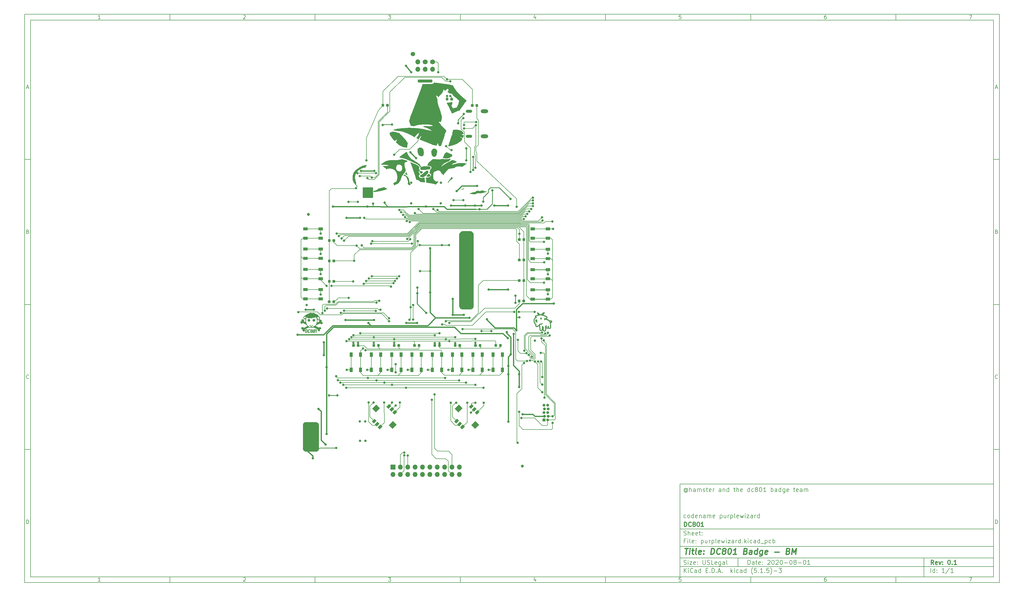
<source format=gtl>
G04 #@! TF.GenerationSoftware,KiCad,Pcbnew,(5.1.5)-3*
G04 #@! TF.CreationDate,2021-01-11T00:29:40-07:00*
G04 #@! TF.ProjectId,purplewizard,70757270-6c65-4776-997a-6172642e6b69,0.1*
G04 #@! TF.SameCoordinates,PX613b810PYa454c00*
G04 #@! TF.FileFunction,Copper,L1,Top*
G04 #@! TF.FilePolarity,Positive*
%FSLAX46Y46*%
G04 Gerber Fmt 4.6, Leading zero omitted, Abs format (unit mm)*
G04 Created by KiCad (PCBNEW (5.1.5)-3) date 2021-01-11 00:29:40*
%MOMM*%
%LPD*%
G04 APERTURE LIST*
%ADD10C,0.100000*%
%ADD11C,0.150000*%
%ADD12C,0.300000*%
%ADD13C,0.400000*%
%ADD14C,0.010000*%
%ADD15C,1.700000*%
%ADD16O,1.700000X1.700000*%
%ADD17C,1.524000*%
%ADD18C,1.000000*%
%ADD19C,0.500000*%
%ADD20R,1.550000X1.000000*%
%ADD21R,1.000000X1.550000*%
%ADD22R,1.000000X1.000000*%
%ADD23O,1.000000X1.000000*%
%ADD24O,2.600000X1.300000*%
%ADD25O,2.200000X1.100000*%
%ADD26R,1.700000X1.700000*%
%ADD27C,0.800000*%
%ADD28C,0.381000*%
%ADD29C,0.254000*%
%ADD30C,0.177800*%
%ADD31C,0.228600*%
%ADD32C,0.203200*%
%ADD33C,0.304800*%
%ADD34C,0.250000*%
%ADD35C,0.152400*%
G04 APERTURE END LIST*
D10*
D11*
X133644400Y413600D02*
X133644400Y-31586400D01*
X241644400Y-31586400D01*
X241644400Y413600D01*
X133644400Y413600D01*
D10*
D11*
X-91955600Y162313600D02*
X-91955600Y-33586400D01*
X243644400Y-33586400D01*
X243644400Y162313600D01*
X-91955600Y162313600D01*
D10*
D11*
X-89955600Y160313600D02*
X-89955600Y-31586400D01*
X241644400Y-31586400D01*
X241644400Y160313600D01*
X-89955600Y160313600D01*
D10*
D11*
X-41955600Y160313600D02*
X-41955600Y162313600D01*
D10*
D11*
X8044400Y160313600D02*
X8044400Y162313600D01*
D10*
D11*
X58044400Y160313600D02*
X58044400Y162313600D01*
D10*
D11*
X108044400Y160313600D02*
X108044400Y162313600D01*
D10*
D11*
X158044400Y160313600D02*
X158044400Y162313600D01*
D10*
D11*
X208044400Y160313600D02*
X208044400Y162313600D01*
D10*
D11*
X-65890124Y160725505D02*
X-66632981Y160725505D01*
X-66261553Y160725505D02*
X-66261553Y162025505D01*
X-66385362Y161839791D01*
X-66509172Y161715981D01*
X-66632981Y161654077D01*
D10*
D11*
X-16632981Y161901696D02*
X-16571077Y161963600D01*
X-16447267Y162025505D01*
X-16137743Y162025505D01*
X-16013934Y161963600D01*
X-15952029Y161901696D01*
X-15890124Y161777886D01*
X-15890124Y161654077D01*
X-15952029Y161468362D01*
X-16694886Y160725505D01*
X-15890124Y160725505D01*
D10*
D11*
X33305114Y162025505D02*
X34109876Y162025505D01*
X33676542Y161530267D01*
X33862257Y161530267D01*
X33986066Y161468362D01*
X34047971Y161406458D01*
X34109876Y161282648D01*
X34109876Y160973124D01*
X34047971Y160849315D01*
X33986066Y160787410D01*
X33862257Y160725505D01*
X33490828Y160725505D01*
X33367019Y160787410D01*
X33305114Y160849315D01*
D10*
D11*
X83986066Y161592172D02*
X83986066Y160725505D01*
X83676542Y162087410D02*
X83367019Y161158839D01*
X84171780Y161158839D01*
D10*
D11*
X134047971Y162025505D02*
X133428923Y162025505D01*
X133367019Y161406458D01*
X133428923Y161468362D01*
X133552733Y161530267D01*
X133862257Y161530267D01*
X133986066Y161468362D01*
X134047971Y161406458D01*
X134109876Y161282648D01*
X134109876Y160973124D01*
X134047971Y160849315D01*
X133986066Y160787410D01*
X133862257Y160725505D01*
X133552733Y160725505D01*
X133428923Y160787410D01*
X133367019Y160849315D01*
D10*
D11*
X183986066Y162025505D02*
X183738447Y162025505D01*
X183614638Y161963600D01*
X183552733Y161901696D01*
X183428923Y161715981D01*
X183367019Y161468362D01*
X183367019Y160973124D01*
X183428923Y160849315D01*
X183490828Y160787410D01*
X183614638Y160725505D01*
X183862257Y160725505D01*
X183986066Y160787410D01*
X184047971Y160849315D01*
X184109876Y160973124D01*
X184109876Y161282648D01*
X184047971Y161406458D01*
X183986066Y161468362D01*
X183862257Y161530267D01*
X183614638Y161530267D01*
X183490828Y161468362D01*
X183428923Y161406458D01*
X183367019Y161282648D01*
D10*
D11*
X233305114Y162025505D02*
X234171780Y162025505D01*
X233614638Y160725505D01*
D10*
D11*
X-41955600Y-31586400D02*
X-41955600Y-33586400D01*
D10*
D11*
X8044400Y-31586400D02*
X8044400Y-33586400D01*
D10*
D11*
X58044400Y-31586400D02*
X58044400Y-33586400D01*
D10*
D11*
X108044400Y-31586400D02*
X108044400Y-33586400D01*
D10*
D11*
X158044400Y-31586400D02*
X158044400Y-33586400D01*
D10*
D11*
X208044400Y-31586400D02*
X208044400Y-33586400D01*
D10*
D11*
X-65890124Y-33174495D02*
X-66632981Y-33174495D01*
X-66261553Y-33174495D02*
X-66261553Y-31874495D01*
X-66385362Y-32060209D01*
X-66509172Y-32184019D01*
X-66632981Y-32245923D01*
D10*
D11*
X-16632981Y-31998304D02*
X-16571077Y-31936400D01*
X-16447267Y-31874495D01*
X-16137743Y-31874495D01*
X-16013934Y-31936400D01*
X-15952029Y-31998304D01*
X-15890124Y-32122114D01*
X-15890124Y-32245923D01*
X-15952029Y-32431638D01*
X-16694886Y-33174495D01*
X-15890124Y-33174495D01*
D10*
D11*
X33305114Y-31874495D02*
X34109876Y-31874495D01*
X33676542Y-32369733D01*
X33862257Y-32369733D01*
X33986066Y-32431638D01*
X34047971Y-32493542D01*
X34109876Y-32617352D01*
X34109876Y-32926876D01*
X34047971Y-33050685D01*
X33986066Y-33112590D01*
X33862257Y-33174495D01*
X33490828Y-33174495D01*
X33367019Y-33112590D01*
X33305114Y-33050685D01*
D10*
D11*
X83986066Y-32307828D02*
X83986066Y-33174495D01*
X83676542Y-31812590D02*
X83367019Y-32741161D01*
X84171780Y-32741161D01*
D10*
D11*
X134047971Y-31874495D02*
X133428923Y-31874495D01*
X133367019Y-32493542D01*
X133428923Y-32431638D01*
X133552733Y-32369733D01*
X133862257Y-32369733D01*
X133986066Y-32431638D01*
X134047971Y-32493542D01*
X134109876Y-32617352D01*
X134109876Y-32926876D01*
X134047971Y-33050685D01*
X133986066Y-33112590D01*
X133862257Y-33174495D01*
X133552733Y-33174495D01*
X133428923Y-33112590D01*
X133367019Y-33050685D01*
D10*
D11*
X183986066Y-31874495D02*
X183738447Y-31874495D01*
X183614638Y-31936400D01*
X183552733Y-31998304D01*
X183428923Y-32184019D01*
X183367019Y-32431638D01*
X183367019Y-32926876D01*
X183428923Y-33050685D01*
X183490828Y-33112590D01*
X183614638Y-33174495D01*
X183862257Y-33174495D01*
X183986066Y-33112590D01*
X184047971Y-33050685D01*
X184109876Y-32926876D01*
X184109876Y-32617352D01*
X184047971Y-32493542D01*
X183986066Y-32431638D01*
X183862257Y-32369733D01*
X183614638Y-32369733D01*
X183490828Y-32431638D01*
X183428923Y-32493542D01*
X183367019Y-32617352D01*
D10*
D11*
X233305114Y-31874495D02*
X234171780Y-31874495D01*
X233614638Y-33174495D01*
D10*
D11*
X-91955600Y112313600D02*
X-89955600Y112313600D01*
D10*
D11*
X-91955600Y62313600D02*
X-89955600Y62313600D01*
D10*
D11*
X-91955600Y12313600D02*
X-89955600Y12313600D01*
D10*
D11*
X-91265124Y137096934D02*
X-90646077Y137096934D01*
X-91388934Y136725505D02*
X-90955600Y138025505D01*
X-90522267Y136725505D01*
D10*
D11*
X-90862743Y87406458D02*
X-90677029Y87344553D01*
X-90615124Y87282648D01*
X-90553220Y87158839D01*
X-90553220Y86973124D01*
X-90615124Y86849315D01*
X-90677029Y86787410D01*
X-90800839Y86725505D01*
X-91296077Y86725505D01*
X-91296077Y88025505D01*
X-90862743Y88025505D01*
X-90738934Y87963600D01*
X-90677029Y87901696D01*
X-90615124Y87777886D01*
X-90615124Y87654077D01*
X-90677029Y87530267D01*
X-90738934Y87468362D01*
X-90862743Y87406458D01*
X-91296077Y87406458D01*
D10*
D11*
X-90553220Y36849315D02*
X-90615124Y36787410D01*
X-90800839Y36725505D01*
X-90924648Y36725505D01*
X-91110362Y36787410D01*
X-91234172Y36911220D01*
X-91296077Y37035029D01*
X-91357981Y37282648D01*
X-91357981Y37468362D01*
X-91296077Y37715981D01*
X-91234172Y37839791D01*
X-91110362Y37963600D01*
X-90924648Y38025505D01*
X-90800839Y38025505D01*
X-90615124Y37963600D01*
X-90553220Y37901696D01*
D10*
D11*
X-91296077Y-13274495D02*
X-91296077Y-11974495D01*
X-90986553Y-11974495D01*
X-90800839Y-12036400D01*
X-90677029Y-12160209D01*
X-90615124Y-12284019D01*
X-90553220Y-12531638D01*
X-90553220Y-12717352D01*
X-90615124Y-12964971D01*
X-90677029Y-13088780D01*
X-90800839Y-13212590D01*
X-90986553Y-13274495D01*
X-91296077Y-13274495D01*
D10*
D11*
X243644400Y112313600D02*
X241644400Y112313600D01*
D10*
D11*
X243644400Y62313600D02*
X241644400Y62313600D01*
D10*
D11*
X243644400Y12313600D02*
X241644400Y12313600D01*
D10*
D11*
X242334876Y137096934D02*
X242953923Y137096934D01*
X242211066Y136725505D02*
X242644400Y138025505D01*
X243077733Y136725505D01*
D10*
D11*
X242737257Y87406458D02*
X242922971Y87344553D01*
X242984876Y87282648D01*
X243046780Y87158839D01*
X243046780Y86973124D01*
X242984876Y86849315D01*
X242922971Y86787410D01*
X242799161Y86725505D01*
X242303923Y86725505D01*
X242303923Y88025505D01*
X242737257Y88025505D01*
X242861066Y87963600D01*
X242922971Y87901696D01*
X242984876Y87777886D01*
X242984876Y87654077D01*
X242922971Y87530267D01*
X242861066Y87468362D01*
X242737257Y87406458D01*
X242303923Y87406458D01*
D10*
D11*
X243046780Y36849315D02*
X242984876Y36787410D01*
X242799161Y36725505D01*
X242675352Y36725505D01*
X242489638Y36787410D01*
X242365828Y36911220D01*
X242303923Y37035029D01*
X242242019Y37282648D01*
X242242019Y37468362D01*
X242303923Y37715981D01*
X242365828Y37839791D01*
X242489638Y37963600D01*
X242675352Y38025505D01*
X242799161Y38025505D01*
X242984876Y37963600D01*
X243046780Y37901696D01*
D10*
D11*
X242303923Y-13274495D02*
X242303923Y-11974495D01*
X242613447Y-11974495D01*
X242799161Y-12036400D01*
X242922971Y-12160209D01*
X242984876Y-12284019D01*
X243046780Y-12531638D01*
X243046780Y-12717352D01*
X242984876Y-12964971D01*
X242922971Y-13088780D01*
X242799161Y-13212590D01*
X242613447Y-13274495D01*
X242303923Y-13274495D01*
D10*
D11*
X157076542Y-27364971D02*
X157076542Y-25864971D01*
X157433685Y-25864971D01*
X157647971Y-25936400D01*
X157790828Y-26079257D01*
X157862257Y-26222114D01*
X157933685Y-26507828D01*
X157933685Y-26722114D01*
X157862257Y-27007828D01*
X157790828Y-27150685D01*
X157647971Y-27293542D01*
X157433685Y-27364971D01*
X157076542Y-27364971D01*
X159219400Y-27364971D02*
X159219400Y-26579257D01*
X159147971Y-26436400D01*
X159005114Y-26364971D01*
X158719400Y-26364971D01*
X158576542Y-26436400D01*
X159219400Y-27293542D02*
X159076542Y-27364971D01*
X158719400Y-27364971D01*
X158576542Y-27293542D01*
X158505114Y-27150685D01*
X158505114Y-27007828D01*
X158576542Y-26864971D01*
X158719400Y-26793542D01*
X159076542Y-26793542D01*
X159219400Y-26722114D01*
X159719400Y-26364971D02*
X160290828Y-26364971D01*
X159933685Y-25864971D02*
X159933685Y-27150685D01*
X160005114Y-27293542D01*
X160147971Y-27364971D01*
X160290828Y-27364971D01*
X161362257Y-27293542D02*
X161219400Y-27364971D01*
X160933685Y-27364971D01*
X160790828Y-27293542D01*
X160719400Y-27150685D01*
X160719400Y-26579257D01*
X160790828Y-26436400D01*
X160933685Y-26364971D01*
X161219400Y-26364971D01*
X161362257Y-26436400D01*
X161433685Y-26579257D01*
X161433685Y-26722114D01*
X160719400Y-26864971D01*
X162076542Y-27222114D02*
X162147971Y-27293542D01*
X162076542Y-27364971D01*
X162005114Y-27293542D01*
X162076542Y-27222114D01*
X162076542Y-27364971D01*
X162076542Y-26436400D02*
X162147971Y-26507828D01*
X162076542Y-26579257D01*
X162005114Y-26507828D01*
X162076542Y-26436400D01*
X162076542Y-26579257D01*
X163862257Y-26007828D02*
X163933685Y-25936400D01*
X164076542Y-25864971D01*
X164433685Y-25864971D01*
X164576542Y-25936400D01*
X164647971Y-26007828D01*
X164719400Y-26150685D01*
X164719400Y-26293542D01*
X164647971Y-26507828D01*
X163790828Y-27364971D01*
X164719400Y-27364971D01*
X165647971Y-25864971D02*
X165790828Y-25864971D01*
X165933685Y-25936400D01*
X166005114Y-26007828D01*
X166076542Y-26150685D01*
X166147971Y-26436400D01*
X166147971Y-26793542D01*
X166076542Y-27079257D01*
X166005114Y-27222114D01*
X165933685Y-27293542D01*
X165790828Y-27364971D01*
X165647971Y-27364971D01*
X165505114Y-27293542D01*
X165433685Y-27222114D01*
X165362257Y-27079257D01*
X165290828Y-26793542D01*
X165290828Y-26436400D01*
X165362257Y-26150685D01*
X165433685Y-26007828D01*
X165505114Y-25936400D01*
X165647971Y-25864971D01*
X166719400Y-26007828D02*
X166790828Y-25936400D01*
X166933685Y-25864971D01*
X167290828Y-25864971D01*
X167433685Y-25936400D01*
X167505114Y-26007828D01*
X167576542Y-26150685D01*
X167576542Y-26293542D01*
X167505114Y-26507828D01*
X166647971Y-27364971D01*
X167576542Y-27364971D01*
X168505114Y-25864971D02*
X168647971Y-25864971D01*
X168790828Y-25936400D01*
X168862257Y-26007828D01*
X168933685Y-26150685D01*
X169005114Y-26436400D01*
X169005114Y-26793542D01*
X168933685Y-27079257D01*
X168862257Y-27222114D01*
X168790828Y-27293542D01*
X168647971Y-27364971D01*
X168505114Y-27364971D01*
X168362257Y-27293542D01*
X168290828Y-27222114D01*
X168219400Y-27079257D01*
X168147971Y-26793542D01*
X168147971Y-26436400D01*
X168219400Y-26150685D01*
X168290828Y-26007828D01*
X168362257Y-25936400D01*
X168505114Y-25864971D01*
X169647971Y-26793542D02*
X170790828Y-26793542D01*
X171790828Y-25864971D02*
X171933685Y-25864971D01*
X172076542Y-25936400D01*
X172147971Y-26007828D01*
X172219400Y-26150685D01*
X172290828Y-26436400D01*
X172290828Y-26793542D01*
X172219400Y-27079257D01*
X172147971Y-27222114D01*
X172076542Y-27293542D01*
X171933685Y-27364971D01*
X171790828Y-27364971D01*
X171647971Y-27293542D01*
X171576542Y-27222114D01*
X171505114Y-27079257D01*
X171433685Y-26793542D01*
X171433685Y-26436400D01*
X171505114Y-26150685D01*
X171576542Y-26007828D01*
X171647971Y-25936400D01*
X171790828Y-25864971D01*
X173147971Y-26507828D02*
X173005114Y-26436400D01*
X172933685Y-26364971D01*
X172862257Y-26222114D01*
X172862257Y-26150685D01*
X172933685Y-26007828D01*
X173005114Y-25936400D01*
X173147971Y-25864971D01*
X173433685Y-25864971D01*
X173576542Y-25936400D01*
X173647971Y-26007828D01*
X173719400Y-26150685D01*
X173719400Y-26222114D01*
X173647971Y-26364971D01*
X173576542Y-26436400D01*
X173433685Y-26507828D01*
X173147971Y-26507828D01*
X173005114Y-26579257D01*
X172933685Y-26650685D01*
X172862257Y-26793542D01*
X172862257Y-27079257D01*
X172933685Y-27222114D01*
X173005114Y-27293542D01*
X173147971Y-27364971D01*
X173433685Y-27364971D01*
X173576542Y-27293542D01*
X173647971Y-27222114D01*
X173719400Y-27079257D01*
X173719400Y-26793542D01*
X173647971Y-26650685D01*
X173576542Y-26579257D01*
X173433685Y-26507828D01*
X174362257Y-26793542D02*
X175505114Y-26793542D01*
X176505114Y-25864971D02*
X176647971Y-25864971D01*
X176790828Y-25936400D01*
X176862257Y-26007828D01*
X176933685Y-26150685D01*
X177005114Y-26436400D01*
X177005114Y-26793542D01*
X176933685Y-27079257D01*
X176862257Y-27222114D01*
X176790828Y-27293542D01*
X176647971Y-27364971D01*
X176505114Y-27364971D01*
X176362257Y-27293542D01*
X176290828Y-27222114D01*
X176219400Y-27079257D01*
X176147971Y-26793542D01*
X176147971Y-26436400D01*
X176219400Y-26150685D01*
X176290828Y-26007828D01*
X176362257Y-25936400D01*
X176505114Y-25864971D01*
X178433685Y-27364971D02*
X177576542Y-27364971D01*
X178005114Y-27364971D02*
X178005114Y-25864971D01*
X177862257Y-26079257D01*
X177719400Y-26222114D01*
X177576542Y-26293542D01*
D10*
D11*
X133644400Y-28086400D02*
X241644400Y-28086400D01*
D10*
D11*
X135076542Y-30164971D02*
X135076542Y-28664971D01*
X135933685Y-30164971D02*
X135290828Y-29307828D01*
X135933685Y-28664971D02*
X135076542Y-29522114D01*
X136576542Y-30164971D02*
X136576542Y-29164971D01*
X136576542Y-28664971D02*
X136505114Y-28736400D01*
X136576542Y-28807828D01*
X136647971Y-28736400D01*
X136576542Y-28664971D01*
X136576542Y-28807828D01*
X138147971Y-30022114D02*
X138076542Y-30093542D01*
X137862257Y-30164971D01*
X137719400Y-30164971D01*
X137505114Y-30093542D01*
X137362257Y-29950685D01*
X137290828Y-29807828D01*
X137219400Y-29522114D01*
X137219400Y-29307828D01*
X137290828Y-29022114D01*
X137362257Y-28879257D01*
X137505114Y-28736400D01*
X137719400Y-28664971D01*
X137862257Y-28664971D01*
X138076542Y-28736400D01*
X138147971Y-28807828D01*
X139433685Y-30164971D02*
X139433685Y-29379257D01*
X139362257Y-29236400D01*
X139219400Y-29164971D01*
X138933685Y-29164971D01*
X138790828Y-29236400D01*
X139433685Y-30093542D02*
X139290828Y-30164971D01*
X138933685Y-30164971D01*
X138790828Y-30093542D01*
X138719400Y-29950685D01*
X138719400Y-29807828D01*
X138790828Y-29664971D01*
X138933685Y-29593542D01*
X139290828Y-29593542D01*
X139433685Y-29522114D01*
X140790828Y-30164971D02*
X140790828Y-28664971D01*
X140790828Y-30093542D02*
X140647971Y-30164971D01*
X140362257Y-30164971D01*
X140219400Y-30093542D01*
X140147971Y-30022114D01*
X140076542Y-29879257D01*
X140076542Y-29450685D01*
X140147971Y-29307828D01*
X140219400Y-29236400D01*
X140362257Y-29164971D01*
X140647971Y-29164971D01*
X140790828Y-29236400D01*
X142647971Y-29379257D02*
X143147971Y-29379257D01*
X143362257Y-30164971D02*
X142647971Y-30164971D01*
X142647971Y-28664971D01*
X143362257Y-28664971D01*
X144005114Y-30022114D02*
X144076542Y-30093542D01*
X144005114Y-30164971D01*
X143933685Y-30093542D01*
X144005114Y-30022114D01*
X144005114Y-30164971D01*
X144719400Y-30164971D02*
X144719400Y-28664971D01*
X145076542Y-28664971D01*
X145290828Y-28736400D01*
X145433685Y-28879257D01*
X145505114Y-29022114D01*
X145576542Y-29307828D01*
X145576542Y-29522114D01*
X145505114Y-29807828D01*
X145433685Y-29950685D01*
X145290828Y-30093542D01*
X145076542Y-30164971D01*
X144719400Y-30164971D01*
X146219400Y-30022114D02*
X146290828Y-30093542D01*
X146219400Y-30164971D01*
X146147971Y-30093542D01*
X146219400Y-30022114D01*
X146219400Y-30164971D01*
X146862257Y-29736400D02*
X147576542Y-29736400D01*
X146719400Y-30164971D02*
X147219400Y-28664971D01*
X147719400Y-30164971D01*
X148219400Y-30022114D02*
X148290828Y-30093542D01*
X148219400Y-30164971D01*
X148147971Y-30093542D01*
X148219400Y-30022114D01*
X148219400Y-30164971D01*
X151219400Y-30164971D02*
X151219400Y-28664971D01*
X151362257Y-29593542D02*
X151790828Y-30164971D01*
X151790828Y-29164971D02*
X151219400Y-29736400D01*
X152433685Y-30164971D02*
X152433685Y-29164971D01*
X152433685Y-28664971D02*
X152362257Y-28736400D01*
X152433685Y-28807828D01*
X152505114Y-28736400D01*
X152433685Y-28664971D01*
X152433685Y-28807828D01*
X153790828Y-30093542D02*
X153647971Y-30164971D01*
X153362257Y-30164971D01*
X153219400Y-30093542D01*
X153147971Y-30022114D01*
X153076542Y-29879257D01*
X153076542Y-29450685D01*
X153147971Y-29307828D01*
X153219400Y-29236400D01*
X153362257Y-29164971D01*
X153647971Y-29164971D01*
X153790828Y-29236400D01*
X155076542Y-30164971D02*
X155076542Y-29379257D01*
X155005114Y-29236400D01*
X154862257Y-29164971D01*
X154576542Y-29164971D01*
X154433685Y-29236400D01*
X155076542Y-30093542D02*
X154933685Y-30164971D01*
X154576542Y-30164971D01*
X154433685Y-30093542D01*
X154362257Y-29950685D01*
X154362257Y-29807828D01*
X154433685Y-29664971D01*
X154576542Y-29593542D01*
X154933685Y-29593542D01*
X155076542Y-29522114D01*
X156433685Y-30164971D02*
X156433685Y-28664971D01*
X156433685Y-30093542D02*
X156290828Y-30164971D01*
X156005114Y-30164971D01*
X155862257Y-30093542D01*
X155790828Y-30022114D01*
X155719400Y-29879257D01*
X155719400Y-29450685D01*
X155790828Y-29307828D01*
X155862257Y-29236400D01*
X156005114Y-29164971D01*
X156290828Y-29164971D01*
X156433685Y-29236400D01*
X158719400Y-30736400D02*
X158647971Y-30664971D01*
X158505114Y-30450685D01*
X158433685Y-30307828D01*
X158362257Y-30093542D01*
X158290828Y-29736400D01*
X158290828Y-29450685D01*
X158362257Y-29093542D01*
X158433685Y-28879257D01*
X158505114Y-28736400D01*
X158647971Y-28522114D01*
X158719400Y-28450685D01*
X160005114Y-28664971D02*
X159290828Y-28664971D01*
X159219400Y-29379257D01*
X159290828Y-29307828D01*
X159433685Y-29236400D01*
X159790828Y-29236400D01*
X159933685Y-29307828D01*
X160005114Y-29379257D01*
X160076542Y-29522114D01*
X160076542Y-29879257D01*
X160005114Y-30022114D01*
X159933685Y-30093542D01*
X159790828Y-30164971D01*
X159433685Y-30164971D01*
X159290828Y-30093542D01*
X159219400Y-30022114D01*
X160719400Y-30022114D02*
X160790828Y-30093542D01*
X160719400Y-30164971D01*
X160647971Y-30093542D01*
X160719400Y-30022114D01*
X160719400Y-30164971D01*
X162219400Y-30164971D02*
X161362257Y-30164971D01*
X161790828Y-30164971D02*
X161790828Y-28664971D01*
X161647971Y-28879257D01*
X161505114Y-29022114D01*
X161362257Y-29093542D01*
X162862257Y-30022114D02*
X162933685Y-30093542D01*
X162862257Y-30164971D01*
X162790828Y-30093542D01*
X162862257Y-30022114D01*
X162862257Y-30164971D01*
X164290828Y-28664971D02*
X163576542Y-28664971D01*
X163505114Y-29379257D01*
X163576542Y-29307828D01*
X163719400Y-29236400D01*
X164076542Y-29236400D01*
X164219400Y-29307828D01*
X164290828Y-29379257D01*
X164362257Y-29522114D01*
X164362257Y-29879257D01*
X164290828Y-30022114D01*
X164219400Y-30093542D01*
X164076542Y-30164971D01*
X163719400Y-30164971D01*
X163576542Y-30093542D01*
X163505114Y-30022114D01*
X164862257Y-30736400D02*
X164933685Y-30664971D01*
X165076542Y-30450685D01*
X165147971Y-30307828D01*
X165219400Y-30093542D01*
X165290828Y-29736400D01*
X165290828Y-29450685D01*
X165219400Y-29093542D01*
X165147971Y-28879257D01*
X165076542Y-28736400D01*
X164933685Y-28522114D01*
X164862257Y-28450685D01*
X166005114Y-29593542D02*
X167147971Y-29593542D01*
X167719400Y-28664971D02*
X168647971Y-28664971D01*
X168147971Y-29236400D01*
X168362257Y-29236400D01*
X168505114Y-29307828D01*
X168576542Y-29379257D01*
X168647971Y-29522114D01*
X168647971Y-29879257D01*
X168576542Y-30022114D01*
X168505114Y-30093542D01*
X168362257Y-30164971D01*
X167933685Y-30164971D01*
X167790828Y-30093542D01*
X167719400Y-30022114D01*
D10*
D11*
X133644400Y-25086400D02*
X241644400Y-25086400D01*
D10*
D12*
X221053685Y-27364971D02*
X220553685Y-26650685D01*
X220196542Y-27364971D02*
X220196542Y-25864971D01*
X220767971Y-25864971D01*
X220910828Y-25936400D01*
X220982257Y-26007828D01*
X221053685Y-26150685D01*
X221053685Y-26364971D01*
X220982257Y-26507828D01*
X220910828Y-26579257D01*
X220767971Y-26650685D01*
X220196542Y-26650685D01*
X222267971Y-27293542D02*
X222125114Y-27364971D01*
X221839400Y-27364971D01*
X221696542Y-27293542D01*
X221625114Y-27150685D01*
X221625114Y-26579257D01*
X221696542Y-26436400D01*
X221839400Y-26364971D01*
X222125114Y-26364971D01*
X222267971Y-26436400D01*
X222339400Y-26579257D01*
X222339400Y-26722114D01*
X221625114Y-26864971D01*
X222839400Y-26364971D02*
X223196542Y-27364971D01*
X223553685Y-26364971D01*
X224125114Y-27222114D02*
X224196542Y-27293542D01*
X224125114Y-27364971D01*
X224053685Y-27293542D01*
X224125114Y-27222114D01*
X224125114Y-27364971D01*
X224125114Y-26436400D02*
X224196542Y-26507828D01*
X224125114Y-26579257D01*
X224053685Y-26507828D01*
X224125114Y-26436400D01*
X224125114Y-26579257D01*
X226267971Y-25864971D02*
X226410828Y-25864971D01*
X226553685Y-25936400D01*
X226625114Y-26007828D01*
X226696542Y-26150685D01*
X226767971Y-26436400D01*
X226767971Y-26793542D01*
X226696542Y-27079257D01*
X226625114Y-27222114D01*
X226553685Y-27293542D01*
X226410828Y-27364971D01*
X226267971Y-27364971D01*
X226125114Y-27293542D01*
X226053685Y-27222114D01*
X225982257Y-27079257D01*
X225910828Y-26793542D01*
X225910828Y-26436400D01*
X225982257Y-26150685D01*
X226053685Y-26007828D01*
X226125114Y-25936400D01*
X226267971Y-25864971D01*
X227410828Y-27222114D02*
X227482257Y-27293542D01*
X227410828Y-27364971D01*
X227339400Y-27293542D01*
X227410828Y-27222114D01*
X227410828Y-27364971D01*
X228910828Y-27364971D02*
X228053685Y-27364971D01*
X228482257Y-27364971D02*
X228482257Y-25864971D01*
X228339400Y-26079257D01*
X228196542Y-26222114D01*
X228053685Y-26293542D01*
D10*
D11*
X135005114Y-27293542D02*
X135219400Y-27364971D01*
X135576542Y-27364971D01*
X135719400Y-27293542D01*
X135790828Y-27222114D01*
X135862257Y-27079257D01*
X135862257Y-26936400D01*
X135790828Y-26793542D01*
X135719400Y-26722114D01*
X135576542Y-26650685D01*
X135290828Y-26579257D01*
X135147971Y-26507828D01*
X135076542Y-26436400D01*
X135005114Y-26293542D01*
X135005114Y-26150685D01*
X135076542Y-26007828D01*
X135147971Y-25936400D01*
X135290828Y-25864971D01*
X135647971Y-25864971D01*
X135862257Y-25936400D01*
X136505114Y-27364971D02*
X136505114Y-26364971D01*
X136505114Y-25864971D02*
X136433685Y-25936400D01*
X136505114Y-26007828D01*
X136576542Y-25936400D01*
X136505114Y-25864971D01*
X136505114Y-26007828D01*
X137076542Y-26364971D02*
X137862257Y-26364971D01*
X137076542Y-27364971D01*
X137862257Y-27364971D01*
X139005114Y-27293542D02*
X138862257Y-27364971D01*
X138576542Y-27364971D01*
X138433685Y-27293542D01*
X138362257Y-27150685D01*
X138362257Y-26579257D01*
X138433685Y-26436400D01*
X138576542Y-26364971D01*
X138862257Y-26364971D01*
X139005114Y-26436400D01*
X139076542Y-26579257D01*
X139076542Y-26722114D01*
X138362257Y-26864971D01*
X139719400Y-27222114D02*
X139790828Y-27293542D01*
X139719400Y-27364971D01*
X139647971Y-27293542D01*
X139719400Y-27222114D01*
X139719400Y-27364971D01*
X139719400Y-26436400D02*
X139790828Y-26507828D01*
X139719400Y-26579257D01*
X139647971Y-26507828D01*
X139719400Y-26436400D01*
X139719400Y-26579257D01*
X141576542Y-25864971D02*
X141576542Y-27079257D01*
X141647971Y-27222114D01*
X141719400Y-27293542D01*
X141862257Y-27364971D01*
X142147971Y-27364971D01*
X142290828Y-27293542D01*
X142362257Y-27222114D01*
X142433685Y-27079257D01*
X142433685Y-25864971D01*
X143076542Y-27293542D02*
X143290828Y-27364971D01*
X143647971Y-27364971D01*
X143790828Y-27293542D01*
X143862257Y-27222114D01*
X143933685Y-27079257D01*
X143933685Y-26936400D01*
X143862257Y-26793542D01*
X143790828Y-26722114D01*
X143647971Y-26650685D01*
X143362257Y-26579257D01*
X143219400Y-26507828D01*
X143147971Y-26436400D01*
X143076542Y-26293542D01*
X143076542Y-26150685D01*
X143147971Y-26007828D01*
X143219400Y-25936400D01*
X143362257Y-25864971D01*
X143719400Y-25864971D01*
X143933685Y-25936400D01*
X145290828Y-27364971D02*
X144576542Y-27364971D01*
X144576542Y-25864971D01*
X146362257Y-27293542D02*
X146219400Y-27364971D01*
X145933685Y-27364971D01*
X145790828Y-27293542D01*
X145719400Y-27150685D01*
X145719400Y-26579257D01*
X145790828Y-26436400D01*
X145933685Y-26364971D01*
X146219400Y-26364971D01*
X146362257Y-26436400D01*
X146433685Y-26579257D01*
X146433685Y-26722114D01*
X145719400Y-26864971D01*
X147719400Y-26364971D02*
X147719400Y-27579257D01*
X147647971Y-27722114D01*
X147576542Y-27793542D01*
X147433685Y-27864971D01*
X147219400Y-27864971D01*
X147076542Y-27793542D01*
X147719400Y-27293542D02*
X147576542Y-27364971D01*
X147290828Y-27364971D01*
X147147971Y-27293542D01*
X147076542Y-27222114D01*
X147005114Y-27079257D01*
X147005114Y-26650685D01*
X147076542Y-26507828D01*
X147147971Y-26436400D01*
X147290828Y-26364971D01*
X147576542Y-26364971D01*
X147719400Y-26436400D01*
X149076542Y-27364971D02*
X149076542Y-26579257D01*
X149005114Y-26436400D01*
X148862257Y-26364971D01*
X148576542Y-26364971D01*
X148433685Y-26436400D01*
X149076542Y-27293542D02*
X148933685Y-27364971D01*
X148576542Y-27364971D01*
X148433685Y-27293542D01*
X148362257Y-27150685D01*
X148362257Y-27007828D01*
X148433685Y-26864971D01*
X148576542Y-26793542D01*
X148933685Y-26793542D01*
X149076542Y-26722114D01*
X150005114Y-27364971D02*
X149862257Y-27293542D01*
X149790828Y-27150685D01*
X149790828Y-25864971D01*
D10*
D11*
X220076542Y-30164971D02*
X220076542Y-28664971D01*
X221433685Y-30164971D02*
X221433685Y-28664971D01*
X221433685Y-30093542D02*
X221290828Y-30164971D01*
X221005114Y-30164971D01*
X220862257Y-30093542D01*
X220790828Y-30022114D01*
X220719400Y-29879257D01*
X220719400Y-29450685D01*
X220790828Y-29307828D01*
X220862257Y-29236400D01*
X221005114Y-29164971D01*
X221290828Y-29164971D01*
X221433685Y-29236400D01*
X222147971Y-30022114D02*
X222219400Y-30093542D01*
X222147971Y-30164971D01*
X222076542Y-30093542D01*
X222147971Y-30022114D01*
X222147971Y-30164971D01*
X222147971Y-29236400D02*
X222219400Y-29307828D01*
X222147971Y-29379257D01*
X222076542Y-29307828D01*
X222147971Y-29236400D01*
X222147971Y-29379257D01*
X224790828Y-30164971D02*
X223933685Y-30164971D01*
X224362257Y-30164971D02*
X224362257Y-28664971D01*
X224219400Y-28879257D01*
X224076542Y-29022114D01*
X223933685Y-29093542D01*
X226505114Y-28593542D02*
X225219400Y-30522114D01*
X227790828Y-30164971D02*
X226933685Y-30164971D01*
X227362257Y-30164971D02*
X227362257Y-28664971D01*
X227219400Y-28879257D01*
X227076542Y-29022114D01*
X226933685Y-29093542D01*
D10*
D11*
X133644400Y-21086400D02*
X241644400Y-21086400D01*
D10*
D13*
X135356780Y-21791161D02*
X136499638Y-21791161D01*
X135678209Y-23791161D02*
X135928209Y-21791161D01*
X136916304Y-23791161D02*
X137082971Y-22457828D01*
X137166304Y-21791161D02*
X137059161Y-21886400D01*
X137142495Y-21981638D01*
X137249638Y-21886400D01*
X137166304Y-21791161D01*
X137142495Y-21981638D01*
X137749638Y-22457828D02*
X138511542Y-22457828D01*
X138118685Y-21791161D02*
X137904400Y-23505447D01*
X137975828Y-23695923D01*
X138154400Y-23791161D01*
X138344876Y-23791161D01*
X139297257Y-23791161D02*
X139118685Y-23695923D01*
X139047257Y-23505447D01*
X139261542Y-21791161D01*
X140832971Y-23695923D02*
X140630590Y-23791161D01*
X140249638Y-23791161D01*
X140071066Y-23695923D01*
X139999638Y-23505447D01*
X140094876Y-22743542D01*
X140213923Y-22553066D01*
X140416304Y-22457828D01*
X140797257Y-22457828D01*
X140975828Y-22553066D01*
X141047257Y-22743542D01*
X141023447Y-22934019D01*
X140047257Y-23124495D01*
X141797257Y-23600685D02*
X141880590Y-23695923D01*
X141773447Y-23791161D01*
X141690114Y-23695923D01*
X141797257Y-23600685D01*
X141773447Y-23791161D01*
X141928209Y-22553066D02*
X142011542Y-22648304D01*
X141904400Y-22743542D01*
X141821066Y-22648304D01*
X141928209Y-22553066D01*
X141904400Y-22743542D01*
X144249638Y-23791161D02*
X144499638Y-21791161D01*
X144975828Y-21791161D01*
X145249638Y-21886400D01*
X145416304Y-22076876D01*
X145487733Y-22267352D01*
X145535352Y-22648304D01*
X145499638Y-22934019D01*
X145356780Y-23314971D01*
X145237733Y-23505447D01*
X145023447Y-23695923D01*
X144725828Y-23791161D01*
X144249638Y-23791161D01*
X147416304Y-23600685D02*
X147309161Y-23695923D01*
X147011542Y-23791161D01*
X146821066Y-23791161D01*
X146547257Y-23695923D01*
X146380590Y-23505447D01*
X146309161Y-23314971D01*
X146261542Y-22934019D01*
X146297257Y-22648304D01*
X146440114Y-22267352D01*
X146559161Y-22076876D01*
X146773447Y-21886400D01*
X147071066Y-21791161D01*
X147261542Y-21791161D01*
X147535352Y-21886400D01*
X147618685Y-21981638D01*
X148678209Y-22648304D02*
X148499638Y-22553066D01*
X148416304Y-22457828D01*
X148344876Y-22267352D01*
X148356780Y-22172114D01*
X148475828Y-21981638D01*
X148582971Y-21886400D01*
X148785352Y-21791161D01*
X149166304Y-21791161D01*
X149344876Y-21886400D01*
X149428209Y-21981638D01*
X149499638Y-22172114D01*
X149487733Y-22267352D01*
X149368685Y-22457828D01*
X149261542Y-22553066D01*
X149059161Y-22648304D01*
X148678209Y-22648304D01*
X148475828Y-22743542D01*
X148368685Y-22838780D01*
X148249638Y-23029257D01*
X148202019Y-23410209D01*
X148273447Y-23600685D01*
X148356780Y-23695923D01*
X148535352Y-23791161D01*
X148916304Y-23791161D01*
X149118685Y-23695923D01*
X149225828Y-23600685D01*
X149344876Y-23410209D01*
X149392495Y-23029257D01*
X149321066Y-22838780D01*
X149237733Y-22743542D01*
X149059161Y-22648304D01*
X150785352Y-21791161D02*
X150975828Y-21791161D01*
X151154400Y-21886400D01*
X151237733Y-21981638D01*
X151309161Y-22172114D01*
X151356780Y-22553066D01*
X151297257Y-23029257D01*
X151154400Y-23410209D01*
X151035352Y-23600685D01*
X150928209Y-23695923D01*
X150725828Y-23791161D01*
X150535352Y-23791161D01*
X150356780Y-23695923D01*
X150273447Y-23600685D01*
X150202019Y-23410209D01*
X150154400Y-23029257D01*
X150213923Y-22553066D01*
X150356780Y-22172114D01*
X150475828Y-21981638D01*
X150582971Y-21886400D01*
X150785352Y-21791161D01*
X153106780Y-23791161D02*
X151963923Y-23791161D01*
X152535352Y-23791161D02*
X152785352Y-21791161D01*
X152559161Y-22076876D01*
X152344876Y-22267352D01*
X152142495Y-22362590D01*
X156285352Y-22743542D02*
X156559161Y-22838780D01*
X156642495Y-22934019D01*
X156713923Y-23124495D01*
X156678209Y-23410209D01*
X156559161Y-23600685D01*
X156452019Y-23695923D01*
X156249638Y-23791161D01*
X155487733Y-23791161D01*
X155737733Y-21791161D01*
X156404400Y-21791161D01*
X156582971Y-21886400D01*
X156666304Y-21981638D01*
X156737733Y-22172114D01*
X156713923Y-22362590D01*
X156594876Y-22553066D01*
X156487733Y-22648304D01*
X156285352Y-22743542D01*
X155618685Y-22743542D01*
X158344876Y-23791161D02*
X158475828Y-22743542D01*
X158404400Y-22553066D01*
X158225828Y-22457828D01*
X157844876Y-22457828D01*
X157642495Y-22553066D01*
X158356780Y-23695923D02*
X158154400Y-23791161D01*
X157678209Y-23791161D01*
X157499638Y-23695923D01*
X157428209Y-23505447D01*
X157452019Y-23314971D01*
X157571066Y-23124495D01*
X157773447Y-23029257D01*
X158249638Y-23029257D01*
X158452019Y-22934019D01*
X160154400Y-23791161D02*
X160404400Y-21791161D01*
X160166304Y-23695923D02*
X159963923Y-23791161D01*
X159582971Y-23791161D01*
X159404400Y-23695923D01*
X159321066Y-23600685D01*
X159249638Y-23410209D01*
X159321066Y-22838780D01*
X159440114Y-22648304D01*
X159547257Y-22553066D01*
X159749638Y-22457828D01*
X160130590Y-22457828D01*
X160309161Y-22553066D01*
X162130590Y-22457828D02*
X161928209Y-24076876D01*
X161809161Y-24267352D01*
X161702019Y-24362590D01*
X161499638Y-24457828D01*
X161213923Y-24457828D01*
X161035352Y-24362590D01*
X161975828Y-23695923D02*
X161773447Y-23791161D01*
X161392495Y-23791161D01*
X161213923Y-23695923D01*
X161130590Y-23600685D01*
X161059161Y-23410209D01*
X161130590Y-22838780D01*
X161249638Y-22648304D01*
X161356780Y-22553066D01*
X161559161Y-22457828D01*
X161940114Y-22457828D01*
X162118685Y-22553066D01*
X163690114Y-23695923D02*
X163487733Y-23791161D01*
X163106780Y-23791161D01*
X162928209Y-23695923D01*
X162856780Y-23505447D01*
X162952019Y-22743542D01*
X163071066Y-22553066D01*
X163273447Y-22457828D01*
X163654400Y-22457828D01*
X163832971Y-22553066D01*
X163904400Y-22743542D01*
X163880590Y-22934019D01*
X162904400Y-23124495D01*
X166249638Y-23029257D02*
X167773447Y-23029257D01*
X170952019Y-22743542D02*
X171225828Y-22838780D01*
X171309161Y-22934019D01*
X171380590Y-23124495D01*
X171344876Y-23410209D01*
X171225828Y-23600685D01*
X171118685Y-23695923D01*
X170916304Y-23791161D01*
X170154400Y-23791161D01*
X170404400Y-21791161D01*
X171071066Y-21791161D01*
X171249638Y-21886400D01*
X171332971Y-21981638D01*
X171404400Y-22172114D01*
X171380590Y-22362590D01*
X171261542Y-22553066D01*
X171154400Y-22648304D01*
X170952019Y-22743542D01*
X170285352Y-22743542D01*
X172154400Y-23791161D02*
X172404400Y-21791161D01*
X172892495Y-23219733D01*
X173737733Y-21791161D01*
X173487733Y-23791161D01*
D10*
D11*
X135576542Y-19179257D02*
X135076542Y-19179257D01*
X135076542Y-19964971D02*
X135076542Y-18464971D01*
X135790828Y-18464971D01*
X136362257Y-19964971D02*
X136362257Y-18964971D01*
X136362257Y-18464971D02*
X136290828Y-18536400D01*
X136362257Y-18607828D01*
X136433685Y-18536400D01*
X136362257Y-18464971D01*
X136362257Y-18607828D01*
X137290828Y-19964971D02*
X137147971Y-19893542D01*
X137076542Y-19750685D01*
X137076542Y-18464971D01*
X138433685Y-19893542D02*
X138290828Y-19964971D01*
X138005114Y-19964971D01*
X137862257Y-19893542D01*
X137790828Y-19750685D01*
X137790828Y-19179257D01*
X137862257Y-19036400D01*
X138005114Y-18964971D01*
X138290828Y-18964971D01*
X138433685Y-19036400D01*
X138505114Y-19179257D01*
X138505114Y-19322114D01*
X137790828Y-19464971D01*
X139147971Y-19822114D02*
X139219400Y-19893542D01*
X139147971Y-19964971D01*
X139076542Y-19893542D01*
X139147971Y-19822114D01*
X139147971Y-19964971D01*
X139147971Y-19036400D02*
X139219400Y-19107828D01*
X139147971Y-19179257D01*
X139076542Y-19107828D01*
X139147971Y-19036400D01*
X139147971Y-19179257D01*
X141005114Y-18964971D02*
X141005114Y-20464971D01*
X141005114Y-19036400D02*
X141147971Y-18964971D01*
X141433685Y-18964971D01*
X141576542Y-19036400D01*
X141647971Y-19107828D01*
X141719400Y-19250685D01*
X141719400Y-19679257D01*
X141647971Y-19822114D01*
X141576542Y-19893542D01*
X141433685Y-19964971D01*
X141147971Y-19964971D01*
X141005114Y-19893542D01*
X143005114Y-18964971D02*
X143005114Y-19964971D01*
X142362257Y-18964971D02*
X142362257Y-19750685D01*
X142433685Y-19893542D01*
X142576542Y-19964971D01*
X142790828Y-19964971D01*
X142933685Y-19893542D01*
X143005114Y-19822114D01*
X143719400Y-19964971D02*
X143719400Y-18964971D01*
X143719400Y-19250685D02*
X143790828Y-19107828D01*
X143862257Y-19036400D01*
X144005114Y-18964971D01*
X144147971Y-18964971D01*
X144647971Y-18964971D02*
X144647971Y-20464971D01*
X144647971Y-19036400D02*
X144790828Y-18964971D01*
X145076542Y-18964971D01*
X145219400Y-19036400D01*
X145290828Y-19107828D01*
X145362257Y-19250685D01*
X145362257Y-19679257D01*
X145290828Y-19822114D01*
X145219400Y-19893542D01*
X145076542Y-19964971D01*
X144790828Y-19964971D01*
X144647971Y-19893542D01*
X146219400Y-19964971D02*
X146076542Y-19893542D01*
X146005114Y-19750685D01*
X146005114Y-18464971D01*
X147362257Y-19893542D02*
X147219400Y-19964971D01*
X146933685Y-19964971D01*
X146790828Y-19893542D01*
X146719400Y-19750685D01*
X146719400Y-19179257D01*
X146790828Y-19036400D01*
X146933685Y-18964971D01*
X147219400Y-18964971D01*
X147362257Y-19036400D01*
X147433685Y-19179257D01*
X147433685Y-19322114D01*
X146719400Y-19464971D01*
X147933685Y-18964971D02*
X148219400Y-19964971D01*
X148505114Y-19250685D01*
X148790828Y-19964971D01*
X149076542Y-18964971D01*
X149647971Y-19964971D02*
X149647971Y-18964971D01*
X149647971Y-18464971D02*
X149576542Y-18536400D01*
X149647971Y-18607828D01*
X149719400Y-18536400D01*
X149647971Y-18464971D01*
X149647971Y-18607828D01*
X150219400Y-18964971D02*
X151005114Y-18964971D01*
X150219400Y-19964971D01*
X151005114Y-19964971D01*
X152219400Y-19964971D02*
X152219400Y-19179257D01*
X152147971Y-19036400D01*
X152005114Y-18964971D01*
X151719400Y-18964971D01*
X151576542Y-19036400D01*
X152219400Y-19893542D02*
X152076542Y-19964971D01*
X151719400Y-19964971D01*
X151576542Y-19893542D01*
X151505114Y-19750685D01*
X151505114Y-19607828D01*
X151576542Y-19464971D01*
X151719400Y-19393542D01*
X152076542Y-19393542D01*
X152219400Y-19322114D01*
X152933685Y-19964971D02*
X152933685Y-18964971D01*
X152933685Y-19250685D02*
X153005114Y-19107828D01*
X153076542Y-19036400D01*
X153219400Y-18964971D01*
X153362257Y-18964971D01*
X154505114Y-19964971D02*
X154505114Y-18464971D01*
X154505114Y-19893542D02*
X154362257Y-19964971D01*
X154076542Y-19964971D01*
X153933685Y-19893542D01*
X153862257Y-19822114D01*
X153790828Y-19679257D01*
X153790828Y-19250685D01*
X153862257Y-19107828D01*
X153933685Y-19036400D01*
X154076542Y-18964971D01*
X154362257Y-18964971D01*
X154505114Y-19036400D01*
X155219400Y-19822114D02*
X155290828Y-19893542D01*
X155219400Y-19964971D01*
X155147971Y-19893542D01*
X155219400Y-19822114D01*
X155219400Y-19964971D01*
X155933685Y-19964971D02*
X155933685Y-18464971D01*
X156076542Y-19393542D02*
X156505114Y-19964971D01*
X156505114Y-18964971D02*
X155933685Y-19536400D01*
X157147971Y-19964971D02*
X157147971Y-18964971D01*
X157147971Y-18464971D02*
X157076542Y-18536400D01*
X157147971Y-18607828D01*
X157219400Y-18536400D01*
X157147971Y-18464971D01*
X157147971Y-18607828D01*
X158505114Y-19893542D02*
X158362257Y-19964971D01*
X158076542Y-19964971D01*
X157933685Y-19893542D01*
X157862257Y-19822114D01*
X157790828Y-19679257D01*
X157790828Y-19250685D01*
X157862257Y-19107828D01*
X157933685Y-19036400D01*
X158076542Y-18964971D01*
X158362257Y-18964971D01*
X158505114Y-19036400D01*
X159790828Y-19964971D02*
X159790828Y-19179257D01*
X159719400Y-19036400D01*
X159576542Y-18964971D01*
X159290828Y-18964971D01*
X159147971Y-19036400D01*
X159790828Y-19893542D02*
X159647971Y-19964971D01*
X159290828Y-19964971D01*
X159147971Y-19893542D01*
X159076542Y-19750685D01*
X159076542Y-19607828D01*
X159147971Y-19464971D01*
X159290828Y-19393542D01*
X159647971Y-19393542D01*
X159790828Y-19322114D01*
X161147971Y-19964971D02*
X161147971Y-18464971D01*
X161147971Y-19893542D02*
X161005114Y-19964971D01*
X160719400Y-19964971D01*
X160576542Y-19893542D01*
X160505114Y-19822114D01*
X160433685Y-19679257D01*
X160433685Y-19250685D01*
X160505114Y-19107828D01*
X160576542Y-19036400D01*
X160719400Y-18964971D01*
X161005114Y-18964971D01*
X161147971Y-19036400D01*
X161505114Y-20107828D02*
X162647971Y-20107828D01*
X163005114Y-18964971D02*
X163005114Y-20464971D01*
X163005114Y-19036400D02*
X163147971Y-18964971D01*
X163433685Y-18964971D01*
X163576542Y-19036400D01*
X163647971Y-19107828D01*
X163719400Y-19250685D01*
X163719400Y-19679257D01*
X163647971Y-19822114D01*
X163576542Y-19893542D01*
X163433685Y-19964971D01*
X163147971Y-19964971D01*
X163005114Y-19893542D01*
X165005114Y-19893542D02*
X164862257Y-19964971D01*
X164576542Y-19964971D01*
X164433685Y-19893542D01*
X164362257Y-19822114D01*
X164290828Y-19679257D01*
X164290828Y-19250685D01*
X164362257Y-19107828D01*
X164433685Y-19036400D01*
X164576542Y-18964971D01*
X164862257Y-18964971D01*
X165005114Y-19036400D01*
X165647971Y-19964971D02*
X165647971Y-18464971D01*
X165647971Y-19036400D02*
X165790828Y-18964971D01*
X166076542Y-18964971D01*
X166219400Y-19036400D01*
X166290828Y-19107828D01*
X166362257Y-19250685D01*
X166362257Y-19679257D01*
X166290828Y-19822114D01*
X166219400Y-19893542D01*
X166076542Y-19964971D01*
X165790828Y-19964971D01*
X165647971Y-19893542D01*
D10*
D11*
X133644400Y-15086400D02*
X241644400Y-15086400D01*
D10*
D11*
X135005114Y-17193542D02*
X135219400Y-17264971D01*
X135576542Y-17264971D01*
X135719400Y-17193542D01*
X135790828Y-17122114D01*
X135862257Y-16979257D01*
X135862257Y-16836400D01*
X135790828Y-16693542D01*
X135719400Y-16622114D01*
X135576542Y-16550685D01*
X135290828Y-16479257D01*
X135147971Y-16407828D01*
X135076542Y-16336400D01*
X135005114Y-16193542D01*
X135005114Y-16050685D01*
X135076542Y-15907828D01*
X135147971Y-15836400D01*
X135290828Y-15764971D01*
X135647971Y-15764971D01*
X135862257Y-15836400D01*
X136505114Y-17264971D02*
X136505114Y-15764971D01*
X137147971Y-17264971D02*
X137147971Y-16479257D01*
X137076542Y-16336400D01*
X136933685Y-16264971D01*
X136719400Y-16264971D01*
X136576542Y-16336400D01*
X136505114Y-16407828D01*
X138433685Y-17193542D02*
X138290828Y-17264971D01*
X138005114Y-17264971D01*
X137862257Y-17193542D01*
X137790828Y-17050685D01*
X137790828Y-16479257D01*
X137862257Y-16336400D01*
X138005114Y-16264971D01*
X138290828Y-16264971D01*
X138433685Y-16336400D01*
X138505114Y-16479257D01*
X138505114Y-16622114D01*
X137790828Y-16764971D01*
X139719400Y-17193542D02*
X139576542Y-17264971D01*
X139290828Y-17264971D01*
X139147971Y-17193542D01*
X139076542Y-17050685D01*
X139076542Y-16479257D01*
X139147971Y-16336400D01*
X139290828Y-16264971D01*
X139576542Y-16264971D01*
X139719400Y-16336400D01*
X139790828Y-16479257D01*
X139790828Y-16622114D01*
X139076542Y-16764971D01*
X140219400Y-16264971D02*
X140790828Y-16264971D01*
X140433685Y-15764971D02*
X140433685Y-17050685D01*
X140505114Y-17193542D01*
X140647971Y-17264971D01*
X140790828Y-17264971D01*
X141290828Y-17122114D02*
X141362257Y-17193542D01*
X141290828Y-17264971D01*
X141219400Y-17193542D01*
X141290828Y-17122114D01*
X141290828Y-17264971D01*
X141290828Y-16336400D02*
X141362257Y-16407828D01*
X141290828Y-16479257D01*
X141219400Y-16407828D01*
X141290828Y-16336400D01*
X141290828Y-16479257D01*
D10*
D12*
X135196542Y-14264971D02*
X135196542Y-12764971D01*
X135553685Y-12764971D01*
X135767971Y-12836400D01*
X135910828Y-12979257D01*
X135982257Y-13122114D01*
X136053685Y-13407828D01*
X136053685Y-13622114D01*
X135982257Y-13907828D01*
X135910828Y-14050685D01*
X135767971Y-14193542D01*
X135553685Y-14264971D01*
X135196542Y-14264971D01*
X137553685Y-14122114D02*
X137482257Y-14193542D01*
X137267971Y-14264971D01*
X137125114Y-14264971D01*
X136910828Y-14193542D01*
X136767971Y-14050685D01*
X136696542Y-13907828D01*
X136625114Y-13622114D01*
X136625114Y-13407828D01*
X136696542Y-13122114D01*
X136767971Y-12979257D01*
X136910828Y-12836400D01*
X137125114Y-12764971D01*
X137267971Y-12764971D01*
X137482257Y-12836400D01*
X137553685Y-12907828D01*
X138410828Y-13407828D02*
X138267971Y-13336400D01*
X138196542Y-13264971D01*
X138125114Y-13122114D01*
X138125114Y-13050685D01*
X138196542Y-12907828D01*
X138267971Y-12836400D01*
X138410828Y-12764971D01*
X138696542Y-12764971D01*
X138839400Y-12836400D01*
X138910828Y-12907828D01*
X138982257Y-13050685D01*
X138982257Y-13122114D01*
X138910828Y-13264971D01*
X138839400Y-13336400D01*
X138696542Y-13407828D01*
X138410828Y-13407828D01*
X138267971Y-13479257D01*
X138196542Y-13550685D01*
X138125114Y-13693542D01*
X138125114Y-13979257D01*
X138196542Y-14122114D01*
X138267971Y-14193542D01*
X138410828Y-14264971D01*
X138696542Y-14264971D01*
X138839400Y-14193542D01*
X138910828Y-14122114D01*
X138982257Y-13979257D01*
X138982257Y-13693542D01*
X138910828Y-13550685D01*
X138839400Y-13479257D01*
X138696542Y-13407828D01*
X139910828Y-12764971D02*
X140053685Y-12764971D01*
X140196542Y-12836400D01*
X140267971Y-12907828D01*
X140339400Y-13050685D01*
X140410828Y-13336400D01*
X140410828Y-13693542D01*
X140339400Y-13979257D01*
X140267971Y-14122114D01*
X140196542Y-14193542D01*
X140053685Y-14264971D01*
X139910828Y-14264971D01*
X139767971Y-14193542D01*
X139696542Y-14122114D01*
X139625114Y-13979257D01*
X139553685Y-13693542D01*
X139553685Y-13336400D01*
X139625114Y-13050685D01*
X139696542Y-12907828D01*
X139767971Y-12836400D01*
X139910828Y-12764971D01*
X141839400Y-14264971D02*
X140982257Y-14264971D01*
X141410828Y-14264971D02*
X141410828Y-12764971D01*
X141267971Y-12979257D01*
X141125114Y-13122114D01*
X140982257Y-13193542D01*
D10*
D11*
X135719400Y-11193542D02*
X135576542Y-11264971D01*
X135290828Y-11264971D01*
X135147971Y-11193542D01*
X135076542Y-11122114D01*
X135005114Y-10979257D01*
X135005114Y-10550685D01*
X135076542Y-10407828D01*
X135147971Y-10336400D01*
X135290828Y-10264971D01*
X135576542Y-10264971D01*
X135719400Y-10336400D01*
X136576542Y-11264971D02*
X136433685Y-11193542D01*
X136362257Y-11122114D01*
X136290828Y-10979257D01*
X136290828Y-10550685D01*
X136362257Y-10407828D01*
X136433685Y-10336400D01*
X136576542Y-10264971D01*
X136790828Y-10264971D01*
X136933685Y-10336400D01*
X137005114Y-10407828D01*
X137076542Y-10550685D01*
X137076542Y-10979257D01*
X137005114Y-11122114D01*
X136933685Y-11193542D01*
X136790828Y-11264971D01*
X136576542Y-11264971D01*
X138362257Y-11264971D02*
X138362257Y-9764971D01*
X138362257Y-11193542D02*
X138219400Y-11264971D01*
X137933685Y-11264971D01*
X137790828Y-11193542D01*
X137719400Y-11122114D01*
X137647971Y-10979257D01*
X137647971Y-10550685D01*
X137719400Y-10407828D01*
X137790828Y-10336400D01*
X137933685Y-10264971D01*
X138219400Y-10264971D01*
X138362257Y-10336400D01*
X139647971Y-11193542D02*
X139505114Y-11264971D01*
X139219400Y-11264971D01*
X139076542Y-11193542D01*
X139005114Y-11050685D01*
X139005114Y-10479257D01*
X139076542Y-10336400D01*
X139219400Y-10264971D01*
X139505114Y-10264971D01*
X139647971Y-10336400D01*
X139719400Y-10479257D01*
X139719400Y-10622114D01*
X139005114Y-10764971D01*
X140362257Y-10264971D02*
X140362257Y-11264971D01*
X140362257Y-10407828D02*
X140433685Y-10336400D01*
X140576542Y-10264971D01*
X140790828Y-10264971D01*
X140933685Y-10336400D01*
X141005114Y-10479257D01*
X141005114Y-11264971D01*
X142362257Y-11264971D02*
X142362257Y-10479257D01*
X142290828Y-10336400D01*
X142147971Y-10264971D01*
X141862257Y-10264971D01*
X141719400Y-10336400D01*
X142362257Y-11193542D02*
X142219400Y-11264971D01*
X141862257Y-11264971D01*
X141719400Y-11193542D01*
X141647971Y-11050685D01*
X141647971Y-10907828D01*
X141719400Y-10764971D01*
X141862257Y-10693542D01*
X142219400Y-10693542D01*
X142362257Y-10622114D01*
X143076542Y-11264971D02*
X143076542Y-10264971D01*
X143076542Y-10407828D02*
X143147971Y-10336400D01*
X143290828Y-10264971D01*
X143505114Y-10264971D01*
X143647971Y-10336400D01*
X143719400Y-10479257D01*
X143719400Y-11264971D01*
X143719400Y-10479257D02*
X143790828Y-10336400D01*
X143933685Y-10264971D01*
X144147971Y-10264971D01*
X144290828Y-10336400D01*
X144362257Y-10479257D01*
X144362257Y-11264971D01*
X145647971Y-11193542D02*
X145505114Y-11264971D01*
X145219400Y-11264971D01*
X145076542Y-11193542D01*
X145005114Y-11050685D01*
X145005114Y-10479257D01*
X145076542Y-10336400D01*
X145219400Y-10264971D01*
X145505114Y-10264971D01*
X145647971Y-10336400D01*
X145719400Y-10479257D01*
X145719400Y-10622114D01*
X145005114Y-10764971D01*
X147505114Y-10264971D02*
X147505114Y-11764971D01*
X147505114Y-10336400D02*
X147647971Y-10264971D01*
X147933685Y-10264971D01*
X148076542Y-10336400D01*
X148147971Y-10407828D01*
X148219400Y-10550685D01*
X148219400Y-10979257D01*
X148147971Y-11122114D01*
X148076542Y-11193542D01*
X147933685Y-11264971D01*
X147647971Y-11264971D01*
X147505114Y-11193542D01*
X149505114Y-10264971D02*
X149505114Y-11264971D01*
X148862257Y-10264971D02*
X148862257Y-11050685D01*
X148933685Y-11193542D01*
X149076542Y-11264971D01*
X149290828Y-11264971D01*
X149433685Y-11193542D01*
X149505114Y-11122114D01*
X150219400Y-11264971D02*
X150219400Y-10264971D01*
X150219400Y-10550685D02*
X150290828Y-10407828D01*
X150362257Y-10336400D01*
X150505114Y-10264971D01*
X150647971Y-10264971D01*
X151147971Y-10264971D02*
X151147971Y-11764971D01*
X151147971Y-10336400D02*
X151290828Y-10264971D01*
X151576542Y-10264971D01*
X151719400Y-10336400D01*
X151790828Y-10407828D01*
X151862257Y-10550685D01*
X151862257Y-10979257D01*
X151790828Y-11122114D01*
X151719400Y-11193542D01*
X151576542Y-11264971D01*
X151290828Y-11264971D01*
X151147971Y-11193542D01*
X152719400Y-11264971D02*
X152576542Y-11193542D01*
X152505114Y-11050685D01*
X152505114Y-9764971D01*
X153862257Y-11193542D02*
X153719400Y-11264971D01*
X153433685Y-11264971D01*
X153290828Y-11193542D01*
X153219400Y-11050685D01*
X153219400Y-10479257D01*
X153290828Y-10336400D01*
X153433685Y-10264971D01*
X153719400Y-10264971D01*
X153862257Y-10336400D01*
X153933685Y-10479257D01*
X153933685Y-10622114D01*
X153219400Y-10764971D01*
X154433685Y-10264971D02*
X154719400Y-11264971D01*
X155005114Y-10550685D01*
X155290828Y-11264971D01*
X155576542Y-10264971D01*
X156147971Y-11264971D02*
X156147971Y-10264971D01*
X156147971Y-9764971D02*
X156076542Y-9836400D01*
X156147971Y-9907828D01*
X156219400Y-9836400D01*
X156147971Y-9764971D01*
X156147971Y-9907828D01*
X156719400Y-10264971D02*
X157505114Y-10264971D01*
X156719400Y-11264971D01*
X157505114Y-11264971D01*
X158719400Y-11264971D02*
X158719400Y-10479257D01*
X158647971Y-10336400D01*
X158505114Y-10264971D01*
X158219400Y-10264971D01*
X158076542Y-10336400D01*
X158719400Y-11193542D02*
X158576542Y-11264971D01*
X158219400Y-11264971D01*
X158076542Y-11193542D01*
X158005114Y-11050685D01*
X158005114Y-10907828D01*
X158076542Y-10764971D01*
X158219400Y-10693542D01*
X158576542Y-10693542D01*
X158719400Y-10622114D01*
X159433685Y-11264971D02*
X159433685Y-10264971D01*
X159433685Y-10550685D02*
X159505114Y-10407828D01*
X159576542Y-10336400D01*
X159719400Y-10264971D01*
X159862257Y-10264971D01*
X161005114Y-11264971D02*
X161005114Y-9764971D01*
X161005114Y-11193542D02*
X160862257Y-11264971D01*
X160576542Y-11264971D01*
X160433685Y-11193542D01*
X160362257Y-11122114D01*
X160290828Y-10979257D01*
X160290828Y-10550685D01*
X160362257Y-10407828D01*
X160433685Y-10336400D01*
X160576542Y-10264971D01*
X160862257Y-10264971D01*
X161005114Y-10336400D01*
D10*
D11*
X136005114Y-1550685D02*
X135933685Y-1479257D01*
X135790828Y-1407828D01*
X135647971Y-1407828D01*
X135505114Y-1479257D01*
X135433685Y-1550685D01*
X135362257Y-1693542D01*
X135362257Y-1836400D01*
X135433685Y-1979257D01*
X135505114Y-2050685D01*
X135647971Y-2122114D01*
X135790828Y-2122114D01*
X135933685Y-2050685D01*
X136005114Y-1979257D01*
X136005114Y-1407828D02*
X136005114Y-1979257D01*
X136076542Y-2050685D01*
X136147971Y-2050685D01*
X136290828Y-1979257D01*
X136362257Y-1836400D01*
X136362257Y-1479257D01*
X136219400Y-1264971D01*
X136005114Y-1122114D01*
X135719400Y-1050685D01*
X135433685Y-1122114D01*
X135219400Y-1264971D01*
X135076542Y-1479257D01*
X135005114Y-1764971D01*
X135076542Y-2050685D01*
X135219400Y-2264971D01*
X135433685Y-2407828D01*
X135719400Y-2479257D01*
X136005114Y-2407828D01*
X136219400Y-2264971D01*
X137005114Y-2264971D02*
X137005114Y-764971D01*
X137647971Y-2264971D02*
X137647971Y-1479257D01*
X137576542Y-1336400D01*
X137433685Y-1264971D01*
X137219400Y-1264971D01*
X137076542Y-1336400D01*
X137005114Y-1407828D01*
X139005114Y-2264971D02*
X139005114Y-1479257D01*
X138933685Y-1336400D01*
X138790828Y-1264971D01*
X138505114Y-1264971D01*
X138362257Y-1336400D01*
X139005114Y-2193542D02*
X138862257Y-2264971D01*
X138505114Y-2264971D01*
X138362257Y-2193542D01*
X138290828Y-2050685D01*
X138290828Y-1907828D01*
X138362257Y-1764971D01*
X138505114Y-1693542D01*
X138862257Y-1693542D01*
X139005114Y-1622114D01*
X139719400Y-2264971D02*
X139719400Y-1264971D01*
X139719400Y-1407828D02*
X139790828Y-1336400D01*
X139933685Y-1264971D01*
X140147971Y-1264971D01*
X140290828Y-1336400D01*
X140362257Y-1479257D01*
X140362257Y-2264971D01*
X140362257Y-1479257D02*
X140433685Y-1336400D01*
X140576542Y-1264971D01*
X140790828Y-1264971D01*
X140933685Y-1336400D01*
X141005114Y-1479257D01*
X141005114Y-2264971D01*
X141647971Y-2193542D02*
X141790828Y-2264971D01*
X142076542Y-2264971D01*
X142219400Y-2193542D01*
X142290828Y-2050685D01*
X142290828Y-1979257D01*
X142219400Y-1836400D01*
X142076542Y-1764971D01*
X141862257Y-1764971D01*
X141719400Y-1693542D01*
X141647971Y-1550685D01*
X141647971Y-1479257D01*
X141719400Y-1336400D01*
X141862257Y-1264971D01*
X142076542Y-1264971D01*
X142219400Y-1336400D01*
X142719400Y-1264971D02*
X143290828Y-1264971D01*
X142933685Y-764971D02*
X142933685Y-2050685D01*
X143005114Y-2193542D01*
X143147971Y-2264971D01*
X143290828Y-2264971D01*
X144362257Y-2193542D02*
X144219400Y-2264971D01*
X143933685Y-2264971D01*
X143790828Y-2193542D01*
X143719400Y-2050685D01*
X143719400Y-1479257D01*
X143790828Y-1336400D01*
X143933685Y-1264971D01*
X144219400Y-1264971D01*
X144362257Y-1336400D01*
X144433685Y-1479257D01*
X144433685Y-1622114D01*
X143719400Y-1764971D01*
X145076542Y-2264971D02*
X145076542Y-1264971D01*
X145076542Y-1550685D02*
X145147971Y-1407828D01*
X145219400Y-1336400D01*
X145362257Y-1264971D01*
X145505114Y-1264971D01*
X147790828Y-2264971D02*
X147790828Y-1479257D01*
X147719400Y-1336400D01*
X147576542Y-1264971D01*
X147290828Y-1264971D01*
X147147971Y-1336400D01*
X147790828Y-2193542D02*
X147647971Y-2264971D01*
X147290828Y-2264971D01*
X147147971Y-2193542D01*
X147076542Y-2050685D01*
X147076542Y-1907828D01*
X147147971Y-1764971D01*
X147290828Y-1693542D01*
X147647971Y-1693542D01*
X147790828Y-1622114D01*
X148505114Y-1264971D02*
X148505114Y-2264971D01*
X148505114Y-1407828D02*
X148576542Y-1336400D01*
X148719400Y-1264971D01*
X148933685Y-1264971D01*
X149076542Y-1336400D01*
X149147971Y-1479257D01*
X149147971Y-2264971D01*
X150505114Y-2264971D02*
X150505114Y-764971D01*
X150505114Y-2193542D02*
X150362257Y-2264971D01*
X150076542Y-2264971D01*
X149933685Y-2193542D01*
X149862257Y-2122114D01*
X149790828Y-1979257D01*
X149790828Y-1550685D01*
X149862257Y-1407828D01*
X149933685Y-1336400D01*
X150076542Y-1264971D01*
X150362257Y-1264971D01*
X150505114Y-1336400D01*
X152147971Y-1264971D02*
X152719400Y-1264971D01*
X152362257Y-764971D02*
X152362257Y-2050685D01*
X152433685Y-2193542D01*
X152576542Y-2264971D01*
X152719400Y-2264971D01*
X153219400Y-2264971D02*
X153219400Y-764971D01*
X153862257Y-2264971D02*
X153862257Y-1479257D01*
X153790828Y-1336400D01*
X153647971Y-1264971D01*
X153433685Y-1264971D01*
X153290828Y-1336400D01*
X153219400Y-1407828D01*
X155147971Y-2193542D02*
X155005114Y-2264971D01*
X154719400Y-2264971D01*
X154576542Y-2193542D01*
X154505114Y-2050685D01*
X154505114Y-1479257D01*
X154576542Y-1336400D01*
X154719400Y-1264971D01*
X155005114Y-1264971D01*
X155147971Y-1336400D01*
X155219400Y-1479257D01*
X155219400Y-1622114D01*
X154505114Y-1764971D01*
X157647971Y-2264971D02*
X157647971Y-764971D01*
X157647971Y-2193542D02*
X157505114Y-2264971D01*
X157219400Y-2264971D01*
X157076542Y-2193542D01*
X157005114Y-2122114D01*
X156933685Y-1979257D01*
X156933685Y-1550685D01*
X157005114Y-1407828D01*
X157076542Y-1336400D01*
X157219400Y-1264971D01*
X157505114Y-1264971D01*
X157647971Y-1336400D01*
X159005114Y-2193542D02*
X158862257Y-2264971D01*
X158576542Y-2264971D01*
X158433685Y-2193542D01*
X158362257Y-2122114D01*
X158290828Y-1979257D01*
X158290828Y-1550685D01*
X158362257Y-1407828D01*
X158433685Y-1336400D01*
X158576542Y-1264971D01*
X158862257Y-1264971D01*
X159005114Y-1336400D01*
X159862257Y-1407828D02*
X159719400Y-1336400D01*
X159647971Y-1264971D01*
X159576542Y-1122114D01*
X159576542Y-1050685D01*
X159647971Y-907828D01*
X159719400Y-836400D01*
X159862257Y-764971D01*
X160147971Y-764971D01*
X160290828Y-836400D01*
X160362257Y-907828D01*
X160433685Y-1050685D01*
X160433685Y-1122114D01*
X160362257Y-1264971D01*
X160290828Y-1336400D01*
X160147971Y-1407828D01*
X159862257Y-1407828D01*
X159719400Y-1479257D01*
X159647971Y-1550685D01*
X159576542Y-1693542D01*
X159576542Y-1979257D01*
X159647971Y-2122114D01*
X159719400Y-2193542D01*
X159862257Y-2264971D01*
X160147971Y-2264971D01*
X160290828Y-2193542D01*
X160362257Y-2122114D01*
X160433685Y-1979257D01*
X160433685Y-1693542D01*
X160362257Y-1550685D01*
X160290828Y-1479257D01*
X160147971Y-1407828D01*
X161362257Y-764971D02*
X161505114Y-764971D01*
X161647971Y-836400D01*
X161719400Y-907828D01*
X161790828Y-1050685D01*
X161862257Y-1336400D01*
X161862257Y-1693542D01*
X161790828Y-1979257D01*
X161719400Y-2122114D01*
X161647971Y-2193542D01*
X161505114Y-2264971D01*
X161362257Y-2264971D01*
X161219400Y-2193542D01*
X161147971Y-2122114D01*
X161076542Y-1979257D01*
X161005114Y-1693542D01*
X161005114Y-1336400D01*
X161076542Y-1050685D01*
X161147971Y-907828D01*
X161219400Y-836400D01*
X161362257Y-764971D01*
X163290828Y-2264971D02*
X162433685Y-2264971D01*
X162862257Y-2264971D02*
X162862257Y-764971D01*
X162719400Y-979257D01*
X162576542Y-1122114D01*
X162433685Y-1193542D01*
X165076542Y-2264971D02*
X165076542Y-764971D01*
X165076542Y-1336400D02*
X165219400Y-1264971D01*
X165505114Y-1264971D01*
X165647971Y-1336400D01*
X165719400Y-1407828D01*
X165790828Y-1550685D01*
X165790828Y-1979257D01*
X165719400Y-2122114D01*
X165647971Y-2193542D01*
X165505114Y-2264971D01*
X165219400Y-2264971D01*
X165076542Y-2193542D01*
X167076542Y-2264971D02*
X167076542Y-1479257D01*
X167005114Y-1336400D01*
X166862257Y-1264971D01*
X166576542Y-1264971D01*
X166433685Y-1336400D01*
X167076542Y-2193542D02*
X166933685Y-2264971D01*
X166576542Y-2264971D01*
X166433685Y-2193542D01*
X166362257Y-2050685D01*
X166362257Y-1907828D01*
X166433685Y-1764971D01*
X166576542Y-1693542D01*
X166933685Y-1693542D01*
X167076542Y-1622114D01*
X168433685Y-2264971D02*
X168433685Y-764971D01*
X168433685Y-2193542D02*
X168290828Y-2264971D01*
X168005114Y-2264971D01*
X167862257Y-2193542D01*
X167790828Y-2122114D01*
X167719400Y-1979257D01*
X167719400Y-1550685D01*
X167790828Y-1407828D01*
X167862257Y-1336400D01*
X168005114Y-1264971D01*
X168290828Y-1264971D01*
X168433685Y-1336400D01*
X169790828Y-1264971D02*
X169790828Y-2479257D01*
X169719400Y-2622114D01*
X169647971Y-2693542D01*
X169505114Y-2764971D01*
X169290828Y-2764971D01*
X169147971Y-2693542D01*
X169790828Y-2193542D02*
X169647971Y-2264971D01*
X169362257Y-2264971D01*
X169219400Y-2193542D01*
X169147971Y-2122114D01*
X169076542Y-1979257D01*
X169076542Y-1550685D01*
X169147971Y-1407828D01*
X169219400Y-1336400D01*
X169362257Y-1264971D01*
X169647971Y-1264971D01*
X169790828Y-1336400D01*
X171076542Y-2193542D02*
X170933685Y-2264971D01*
X170647971Y-2264971D01*
X170505114Y-2193542D01*
X170433685Y-2050685D01*
X170433685Y-1479257D01*
X170505114Y-1336400D01*
X170647971Y-1264971D01*
X170933685Y-1264971D01*
X171076542Y-1336400D01*
X171147971Y-1479257D01*
X171147971Y-1622114D01*
X170433685Y-1764971D01*
X172719400Y-1264971D02*
X173290828Y-1264971D01*
X172933685Y-764971D02*
X172933685Y-2050685D01*
X173005114Y-2193542D01*
X173147971Y-2264971D01*
X173290828Y-2264971D01*
X174362257Y-2193542D02*
X174219400Y-2264971D01*
X173933685Y-2264971D01*
X173790828Y-2193542D01*
X173719400Y-2050685D01*
X173719400Y-1479257D01*
X173790828Y-1336400D01*
X173933685Y-1264971D01*
X174219400Y-1264971D01*
X174362257Y-1336400D01*
X174433685Y-1479257D01*
X174433685Y-1622114D01*
X173719400Y-1764971D01*
X175719400Y-2264971D02*
X175719400Y-1479257D01*
X175647971Y-1336400D01*
X175505114Y-1264971D01*
X175219400Y-1264971D01*
X175076542Y-1336400D01*
X175719400Y-2193542D02*
X175576542Y-2264971D01*
X175219400Y-2264971D01*
X175076542Y-2193542D01*
X175005114Y-2050685D01*
X175005114Y-1907828D01*
X175076542Y-1764971D01*
X175219400Y-1693542D01*
X175576542Y-1693542D01*
X175719400Y-1622114D01*
X176433685Y-2264971D02*
X176433685Y-1264971D01*
X176433685Y-1407828D02*
X176505114Y-1336400D01*
X176647971Y-1264971D01*
X176862257Y-1264971D01*
X177005114Y-1336400D01*
X177076542Y-1479257D01*
X177076542Y-2264971D01*
X177076542Y-1479257D02*
X177147971Y-1336400D01*
X177290828Y-1264971D01*
X177505114Y-1264971D01*
X177647971Y-1336400D01*
X177719400Y-1479257D01*
X177719400Y-2264971D01*
D10*
D11*
X153644400Y-25086400D02*
X153644400Y-28086400D01*
D10*
D11*
X217644400Y-25086400D02*
X217644400Y-31586400D01*
D14*
G36*
X85869905Y57754492D02*
G01*
X85918696Y57734386D01*
X85985578Y57681314D01*
X86028108Y57603946D01*
X86046721Y57512306D01*
X86041853Y57416415D01*
X86013939Y57326298D01*
X85963415Y57251976D01*
X85895724Y57205483D01*
X85818660Y57180301D01*
X85757219Y57181304D01*
X85693143Y57209299D01*
X85683877Y57214835D01*
X85607505Y57277595D01*
X85563555Y57357018D01*
X85547486Y57461961D01*
X85547200Y57481511D01*
X85550499Y57554924D01*
X85565501Y57606389D01*
X85599864Y57656097D01*
X85623746Y57683340D01*
X85698913Y57746235D01*
X85778757Y57769570D01*
X85869905Y57754492D01*
G37*
X85869905Y57754492D02*
X85918696Y57734386D01*
X85985578Y57681314D01*
X86028108Y57603946D01*
X86046721Y57512306D01*
X86041853Y57416415D01*
X86013939Y57326298D01*
X85963415Y57251976D01*
X85895724Y57205483D01*
X85818660Y57180301D01*
X85757219Y57181304D01*
X85693143Y57209299D01*
X85683877Y57214835D01*
X85607505Y57277595D01*
X85563555Y57357018D01*
X85547486Y57461961D01*
X85547200Y57481511D01*
X85550499Y57554924D01*
X85565501Y57606389D01*
X85599864Y57656097D01*
X85623746Y57683340D01*
X85698913Y57746235D01*
X85778757Y57769570D01*
X85869905Y57754492D01*
G36*
X84292894Y57085376D02*
G01*
X84397439Y57051296D01*
X84467739Y56995723D01*
X84502503Y56919660D01*
X84501152Y56827779D01*
X84474081Y56762990D01*
X84424867Y56703011D01*
X84365990Y56660112D01*
X84316503Y56646234D01*
X84286294Y56637283D01*
X84279796Y56602898D01*
X84281085Y56588787D01*
X84293403Y56551479D01*
X84326189Y56516383D01*
X84387537Y56475700D01*
X84414484Y56460248D01*
X84492270Y56414606D01*
X84539542Y56379318D01*
X84563766Y56346039D01*
X84572405Y56306421D01*
X84573209Y56282791D01*
X84558232Y56232371D01*
X84513462Y56210727D01*
X84440248Y56217964D01*
X84339942Y56254186D01*
X84320332Y56263215D01*
X84186679Y56326423D01*
X84119046Y56274837D01*
X84040946Y56227236D01*
X83972157Y56207721D01*
X83919970Y56217430D01*
X83898151Y56240420D01*
X83878575Y56293304D01*
X83883851Y56342703D01*
X83917351Y56397822D01*
X83980866Y56466317D01*
X84033634Y56521907D01*
X84071556Y56568754D01*
X84086681Y56597001D01*
X84086700Y56597529D01*
X84068968Y56622383D01*
X84025082Y56649853D01*
X84012482Y56655509D01*
X83925609Y56708019D01*
X83863752Y56778343D01*
X83834625Y56857019D01*
X83833368Y56875167D01*
X83847901Y56965264D01*
X83894400Y57031223D01*
X83974291Y57074024D01*
X84088995Y57094648D01*
X84155394Y57096959D01*
X84292894Y57085376D01*
G37*
X84292894Y57085376D02*
X84397439Y57051296D01*
X84467739Y56995723D01*
X84502503Y56919660D01*
X84501152Y56827779D01*
X84474081Y56762990D01*
X84424867Y56703011D01*
X84365990Y56660112D01*
X84316503Y56646234D01*
X84286294Y56637283D01*
X84279796Y56602898D01*
X84281085Y56588787D01*
X84293403Y56551479D01*
X84326189Y56516383D01*
X84387537Y56475700D01*
X84414484Y56460248D01*
X84492270Y56414606D01*
X84539542Y56379318D01*
X84563766Y56346039D01*
X84572405Y56306421D01*
X84573209Y56282791D01*
X84558232Y56232371D01*
X84513462Y56210727D01*
X84440248Y56217964D01*
X84339942Y56254186D01*
X84320332Y56263215D01*
X84186679Y56326423D01*
X84119046Y56274837D01*
X84040946Y56227236D01*
X83972157Y56207721D01*
X83919970Y56217430D01*
X83898151Y56240420D01*
X83878575Y56293304D01*
X83883851Y56342703D01*
X83917351Y56397822D01*
X83980866Y56466317D01*
X84033634Y56521907D01*
X84071556Y56568754D01*
X84086681Y56597001D01*
X84086700Y56597529D01*
X84068968Y56622383D01*
X84025082Y56649853D01*
X84012482Y56655509D01*
X83925609Y56708019D01*
X83863752Y56778343D01*
X83834625Y56857019D01*
X83833368Y56875167D01*
X83847901Y56965264D01*
X83894400Y57031223D01*
X83974291Y57074024D01*
X84088995Y57094648D01*
X84155394Y57096959D01*
X84292894Y57085376D01*
G36*
X7649279Y57305958D02*
G01*
X7761223Y57276384D01*
X7859836Y57217423D01*
X7936735Y57129148D01*
X7940598Y57122711D01*
X7993458Y56995468D01*
X8006801Y56866444D01*
X7981117Y56742102D01*
X7916891Y56628906D01*
X7902015Y56611053D01*
X7845648Y56557439D01*
X7785069Y56514987D01*
X7766002Y56505498D01*
X7662630Y56480538D01*
X7544406Y56479938D01*
X7430492Y56502859D01*
X7382261Y56522318D01*
X7301107Y56578331D01*
X7234931Y56651793D01*
X7234095Y56653048D01*
X7202815Y56707222D01*
X7185592Y56760877D01*
X7178558Y56830216D01*
X7177616Y56889650D01*
X7180127Y56976868D01*
X7190318Y57038306D01*
X7212179Y57090355D01*
X7235848Y57128903D01*
X7317288Y57217616D01*
X7418928Y57276647D01*
X7532386Y57306070D01*
X7649279Y57305958D01*
G37*
X7649279Y57305958D02*
X7761223Y57276384D01*
X7859836Y57217423D01*
X7936735Y57129148D01*
X7940598Y57122711D01*
X7993458Y56995468D01*
X8006801Y56866444D01*
X7981117Y56742102D01*
X7916891Y56628906D01*
X7902015Y56611053D01*
X7845648Y56557439D01*
X7785069Y56514987D01*
X7766002Y56505498D01*
X7662630Y56480538D01*
X7544406Y56479938D01*
X7430492Y56502859D01*
X7382261Y56522318D01*
X7301107Y56578331D01*
X7234931Y56651793D01*
X7234095Y56653048D01*
X7202815Y56707222D01*
X7185592Y56760877D01*
X7178558Y56830216D01*
X7177616Y56889650D01*
X7180127Y56976868D01*
X7190318Y57038306D01*
X7212179Y57090355D01*
X7235848Y57128903D01*
X7317288Y57217616D01*
X7418928Y57276647D01*
X7532386Y57306070D01*
X7649279Y57305958D01*
G36*
X6016804Y57291333D02*
G01*
X6126002Y57241665D01*
X6183866Y57195518D01*
X6249036Y57115124D01*
X6285779Y57023044D01*
X6297433Y56908866D01*
X6295399Y56847764D01*
X6270594Y56719186D01*
X6213243Y56616945D01*
X6121698Y56538438D01*
X6087150Y56519038D01*
X5998304Y56489721D01*
X5892726Y56478066D01*
X5788126Y56484386D01*
X5702219Y56508993D01*
X5695950Y56512147D01*
X5608762Y56568170D01*
X5547502Y56635399D01*
X5513780Y56693016D01*
X5484283Y56785364D01*
X5474304Y56895983D01*
X5484120Y57005434D01*
X5508210Y57082977D01*
X5576282Y57180767D01*
X5669775Y57251930D01*
X5780092Y57295033D01*
X5898634Y57308645D01*
X6016804Y57291333D01*
G37*
X6016804Y57291333D02*
X6126002Y57241665D01*
X6183866Y57195518D01*
X6249036Y57115124D01*
X6285779Y57023044D01*
X6297433Y56908866D01*
X6295399Y56847764D01*
X6270594Y56719186D01*
X6213243Y56616945D01*
X6121698Y56538438D01*
X6087150Y56519038D01*
X5998304Y56489721D01*
X5892726Y56478066D01*
X5788126Y56484386D01*
X5702219Y56508993D01*
X5695950Y56512147D01*
X5608762Y56568170D01*
X5547502Y56635399D01*
X5513780Y56693016D01*
X5484283Y56785364D01*
X5474304Y56895983D01*
X5484120Y57005434D01*
X5508210Y57082977D01*
X5576282Y57180767D01*
X5669775Y57251930D01*
X5780092Y57295033D01*
X5898634Y57308645D01*
X6016804Y57291333D01*
G36*
X56940986Y122551714D02*
G01*
X57321902Y122504632D01*
X57679164Y122426885D01*
X58010907Y122318981D01*
X58315266Y122181425D01*
X58590375Y122014727D01*
X58601978Y122006590D01*
X58774654Y121872345D01*
X58907757Y121739941D01*
X59003696Y121605754D01*
X59064876Y121466159D01*
X59093706Y121317531D01*
X59096617Y121261784D01*
X59099450Y121109317D01*
X58897504Y121109317D01*
X58799928Y121108232D01*
X58729318Y121102709D01*
X58670323Y121089348D01*
X58607587Y121064751D01*
X58531196Y121028201D01*
X58458239Y120989117D01*
X58403929Y120954091D01*
X58376512Y120928707D01*
X58374965Y120922368D01*
X58400161Y120896562D01*
X58455851Y120862708D01*
X58532146Y120825472D01*
X58619163Y120789519D01*
X58707015Y120759518D01*
X58738992Y120750536D01*
X58833116Y120731717D01*
X58934526Y120719852D01*
X58985011Y120717734D01*
X59054390Y120715833D01*
X59092764Y120707441D01*
X59111390Y120688523D01*
X59117858Y120670109D01*
X59129962Y120582584D01*
X59121962Y120477502D01*
X59093098Y120345913D01*
X59089047Y120330996D01*
X59062082Y120232597D01*
X59033929Y120129059D01*
X59013463Y120053146D01*
X58969081Y119934358D01*
X58910333Y119855308D01*
X58837443Y119816092D01*
X58750636Y119816809D01*
X58650137Y119857555D01*
X58613634Y119880048D01*
X58513352Y119938526D01*
X58392628Y119996365D01*
X58260668Y120050396D01*
X58126680Y120097451D01*
X57999872Y120134361D01*
X57889451Y120157958D01*
X57804625Y120165074D01*
X57788680Y120163929D01*
X57770267Y120159172D01*
X57767241Y120148656D01*
X57783289Y120129160D01*
X57822099Y120097460D01*
X57887359Y120050333D01*
X57982757Y119984556D01*
X58033101Y119950320D01*
X58155287Y119870346D01*
X58277310Y119795694D01*
X58389081Y119732241D01*
X58480515Y119685863D01*
X58506783Y119674366D01*
X58676116Y119604910D01*
X58682563Y119505258D01*
X58680812Y119428487D01*
X58659528Y119369109D01*
X58638123Y119336712D01*
X58605401Y119288685D01*
X58558928Y119215747D01*
X58506102Y119129655D01*
X58474873Y119077317D01*
X58393345Y118944218D01*
X58320113Y118838989D01*
X58245782Y118751040D01*
X58160958Y118669782D01*
X58056247Y118584625D01*
X58000236Y118542285D01*
X57848045Y118431839D01*
X57685362Y118318924D01*
X57516609Y118206184D01*
X57346204Y118096264D01*
X57178569Y117991807D01*
X57018123Y117895459D01*
X56869286Y117809863D01*
X56736479Y117737665D01*
X56624122Y117681508D01*
X56536634Y117644037D01*
X56478437Y117627897D01*
X56471115Y117627460D01*
X56398391Y117610121D01*
X56341060Y117574484D01*
X56285488Y117539341D01*
X56230937Y117521965D01*
X56223803Y117521567D01*
X56173625Y117513832D01*
X56103746Y117493996D01*
X56057525Y117477312D01*
X55935699Y117431036D01*
X55791209Y117379243D01*
X55630902Y117324103D01*
X55461622Y117267788D01*
X55290217Y117212471D01*
X55123531Y117160322D01*
X54968410Y117113514D01*
X54831701Y117074217D01*
X54720250Y117044604D01*
X54640902Y117026847D01*
X54633283Y117025519D01*
X54524074Y117004853D01*
X54392564Y116976105D01*
X54256981Y116943426D01*
X54158186Y116917339D01*
X54058368Y116889922D01*
X53973666Y116867192D01*
X53912212Y116851292D01*
X53882140Y116844366D01*
X53880822Y116844234D01*
X53882544Y116863153D01*
X53896123Y116915535D01*
X53919633Y116994813D01*
X53951151Y117094423D01*
X53978578Y117177609D01*
X54031212Y117335326D01*
X54089331Y117510563D01*
X54151564Y117699095D01*
X54216537Y117896696D01*
X54282878Y118099139D01*
X54349215Y118302198D01*
X54414173Y118501647D01*
X54476381Y118693259D01*
X54534465Y118872810D01*
X54587053Y119036072D01*
X54632772Y119178820D01*
X54670249Y119296827D01*
X54698111Y119385867D01*
X54714986Y119441714D01*
X54719434Y119458317D01*
X54746581Y119566978D01*
X54787797Y119699560D01*
X54838617Y119841924D01*
X54849721Y119870792D01*
X54880588Y119960776D01*
X54912225Y120070367D01*
X54938302Y120177439D01*
X54940596Y120188292D01*
X54985303Y120353200D01*
X55044363Y120491118D01*
X55115028Y120596465D01*
X55165288Y120644380D01*
X55219737Y120695033D01*
X55262783Y120750363D01*
X55268305Y120760110D01*
X55288702Y120828510D01*
X55297289Y120921096D01*
X55293990Y121021378D01*
X55278726Y121112866D01*
X55270104Y121140982D01*
X55256391Y121190808D01*
X55257160Y121238101D01*
X55273667Y121300279D01*
X55283708Y121329672D01*
X55309618Y121417970D01*
X55329630Y121511909D01*
X55335301Y121552007D01*
X55349978Y121638245D01*
X55374164Y121732835D01*
X55386808Y121771570D01*
X55410325Y121854444D01*
X55424811Y121939086D01*
X55427033Y121975283D01*
X55434787Y122057209D01*
X55453926Y122142222D01*
X55458783Y122157067D01*
X55479156Y122238164D01*
X55489993Y122326814D01*
X55490533Y122346624D01*
X55490533Y122446191D01*
X55654575Y122480982D01*
X55814942Y122513186D01*
X55955512Y122536594D01*
X56089187Y122552470D01*
X56228873Y122562080D01*
X56387472Y122566689D01*
X56538283Y122567625D01*
X56940986Y122551714D01*
G37*
X56940986Y122551714D02*
X57321902Y122504632D01*
X57679164Y122426885D01*
X58010907Y122318981D01*
X58315266Y122181425D01*
X58590375Y122014727D01*
X58601978Y122006590D01*
X58774654Y121872345D01*
X58907757Y121739941D01*
X59003696Y121605754D01*
X59064876Y121466159D01*
X59093706Y121317531D01*
X59096617Y121261784D01*
X59099450Y121109317D01*
X58897504Y121109317D01*
X58799928Y121108232D01*
X58729318Y121102709D01*
X58670323Y121089348D01*
X58607587Y121064751D01*
X58531196Y121028201D01*
X58458239Y120989117D01*
X58403929Y120954091D01*
X58376512Y120928707D01*
X58374965Y120922368D01*
X58400161Y120896562D01*
X58455851Y120862708D01*
X58532146Y120825472D01*
X58619163Y120789519D01*
X58707015Y120759518D01*
X58738992Y120750536D01*
X58833116Y120731717D01*
X58934526Y120719852D01*
X58985011Y120717734D01*
X59054390Y120715833D01*
X59092764Y120707441D01*
X59111390Y120688523D01*
X59117858Y120670109D01*
X59129962Y120582584D01*
X59121962Y120477502D01*
X59093098Y120345913D01*
X59089047Y120330996D01*
X59062082Y120232597D01*
X59033929Y120129059D01*
X59013463Y120053146D01*
X58969081Y119934358D01*
X58910333Y119855308D01*
X58837443Y119816092D01*
X58750636Y119816809D01*
X58650137Y119857555D01*
X58613634Y119880048D01*
X58513352Y119938526D01*
X58392628Y119996365D01*
X58260668Y120050396D01*
X58126680Y120097451D01*
X57999872Y120134361D01*
X57889451Y120157958D01*
X57804625Y120165074D01*
X57788680Y120163929D01*
X57770267Y120159172D01*
X57767241Y120148656D01*
X57783289Y120129160D01*
X57822099Y120097460D01*
X57887359Y120050333D01*
X57982757Y119984556D01*
X58033101Y119950320D01*
X58155287Y119870346D01*
X58277310Y119795694D01*
X58389081Y119732241D01*
X58480515Y119685863D01*
X58506783Y119674366D01*
X58676116Y119604910D01*
X58682563Y119505258D01*
X58680812Y119428487D01*
X58659528Y119369109D01*
X58638123Y119336712D01*
X58605401Y119288685D01*
X58558928Y119215747D01*
X58506102Y119129655D01*
X58474873Y119077317D01*
X58393345Y118944218D01*
X58320113Y118838989D01*
X58245782Y118751040D01*
X58160958Y118669782D01*
X58056247Y118584625D01*
X58000236Y118542285D01*
X57848045Y118431839D01*
X57685362Y118318924D01*
X57516609Y118206184D01*
X57346204Y118096264D01*
X57178569Y117991807D01*
X57018123Y117895459D01*
X56869286Y117809863D01*
X56736479Y117737665D01*
X56624122Y117681508D01*
X56536634Y117644037D01*
X56478437Y117627897D01*
X56471115Y117627460D01*
X56398391Y117610121D01*
X56341060Y117574484D01*
X56285488Y117539341D01*
X56230937Y117521965D01*
X56223803Y117521567D01*
X56173625Y117513832D01*
X56103746Y117493996D01*
X56057525Y117477312D01*
X55935699Y117431036D01*
X55791209Y117379243D01*
X55630902Y117324103D01*
X55461622Y117267788D01*
X55290217Y117212471D01*
X55123531Y117160322D01*
X54968410Y117113514D01*
X54831701Y117074217D01*
X54720250Y117044604D01*
X54640902Y117026847D01*
X54633283Y117025519D01*
X54524074Y117004853D01*
X54392564Y116976105D01*
X54256981Y116943426D01*
X54158186Y116917339D01*
X54058368Y116889922D01*
X53973666Y116867192D01*
X53912212Y116851292D01*
X53882140Y116844366D01*
X53880822Y116844234D01*
X53882544Y116863153D01*
X53896123Y116915535D01*
X53919633Y116994813D01*
X53951151Y117094423D01*
X53978578Y117177609D01*
X54031212Y117335326D01*
X54089331Y117510563D01*
X54151564Y117699095D01*
X54216537Y117896696D01*
X54282878Y118099139D01*
X54349215Y118302198D01*
X54414173Y118501647D01*
X54476381Y118693259D01*
X54534465Y118872810D01*
X54587053Y119036072D01*
X54632772Y119178820D01*
X54670249Y119296827D01*
X54698111Y119385867D01*
X54714986Y119441714D01*
X54719434Y119458317D01*
X54746581Y119566978D01*
X54787797Y119699560D01*
X54838617Y119841924D01*
X54849721Y119870792D01*
X54880588Y119960776D01*
X54912225Y120070367D01*
X54938302Y120177439D01*
X54940596Y120188292D01*
X54985303Y120353200D01*
X55044363Y120491118D01*
X55115028Y120596465D01*
X55165288Y120644380D01*
X55219737Y120695033D01*
X55262783Y120750363D01*
X55268305Y120760110D01*
X55288702Y120828510D01*
X55297289Y120921096D01*
X55293990Y121021378D01*
X55278726Y121112866D01*
X55270104Y121140982D01*
X55256391Y121190808D01*
X55257160Y121238101D01*
X55273667Y121300279D01*
X55283708Y121329672D01*
X55309618Y121417970D01*
X55329630Y121511909D01*
X55335301Y121552007D01*
X55349978Y121638245D01*
X55374164Y121732835D01*
X55386808Y121771570D01*
X55410325Y121854444D01*
X55424811Y121939086D01*
X55427033Y121975283D01*
X55434787Y122057209D01*
X55453926Y122142222D01*
X55458783Y122157067D01*
X55479156Y122238164D01*
X55489993Y122326814D01*
X55490533Y122346624D01*
X55490533Y122446191D01*
X55654575Y122480982D01*
X55814942Y122513186D01*
X55955512Y122536594D01*
X56089187Y122552470D01*
X56228873Y122562080D01*
X56387472Y122566689D01*
X56538283Y122567625D01*
X56940986Y122551714D01*
G36*
X34892394Y121853367D02*
G01*
X34973945Y121849601D01*
X35250948Y121827873D01*
X35493825Y121794314D01*
X35709511Y121747407D01*
X35904937Y121685635D01*
X36087036Y121607481D01*
X36092459Y121604822D01*
X36177213Y121565547D01*
X36253267Y121537481D01*
X36334632Y121516783D01*
X36435319Y121499612D01*
X36515792Y121488773D01*
X36663109Y121469080D01*
X36776524Y121449517D01*
X36864228Y121425709D01*
X36934412Y121393283D01*
X36995266Y121347866D01*
X37054982Y121285084D01*
X37121750Y121200563D01*
X37165427Y121141898D01*
X37206675Y121094536D01*
X37272973Y121028104D01*
X37356425Y120950114D01*
X37449134Y120868079D01*
X37488033Y120834982D01*
X37896781Y120466206D01*
X38291180Y120059264D01*
X38668962Y119616561D01*
X38827382Y119413638D01*
X38911617Y119305184D01*
X39003550Y119190713D01*
X39092629Y119083146D01*
X39168303Y118995405D01*
X39175077Y118987829D01*
X39258325Y118886892D01*
X39350535Y118761324D01*
X39442140Y118624555D01*
X39496248Y118536983D01*
X39562331Y118429537D01*
X39629933Y118325719D01*
X39692275Y118235552D01*
X39742580Y118169057D01*
X39754680Y118154807D01*
X39848366Y118049321D01*
X39848366Y117858860D01*
X39841843Y117712868D01*
X39821010Y117593119D01*
X39806318Y117543581D01*
X39786195Y117462622D01*
X39767268Y117345844D01*
X39750179Y117199755D01*
X39735570Y117030868D01*
X39724080Y116845691D01*
X39716352Y116650735D01*
X39715580Y116621984D01*
X39710783Y116431484D01*
X39604950Y116428176D01*
X39522833Y116432407D01*
X39442774Y116446967D01*
X39419094Y116454301D01*
X39373027Y116466295D01*
X39293111Y116481927D01*
X39187529Y116499808D01*
X39064466Y116518554D01*
X38932260Y116536757D01*
X38717765Y116567692D01*
X38533632Y116602018D01*
X38367892Y116643387D01*
X38208575Y116695452D01*
X38043711Y116761865D01*
X37861331Y116846277D01*
X37769553Y116891509D01*
X37628630Y116965395D01*
X37476393Y117051204D01*
X37319273Y117144768D01*
X37163703Y117241921D01*
X37016114Y117338495D01*
X36882938Y117430323D01*
X36770607Y117513238D01*
X36685553Y117583073D01*
X36650974Y117616237D01*
X36579200Y117685750D01*
X36497344Y117756200D01*
X36451116Y117791841D01*
X36294607Y117908696D01*
X36171427Y118010130D01*
X36077461Y118100480D01*
X36008599Y118184081D01*
X35960728Y118265270D01*
X35932566Y118338611D01*
X35919603Y118388438D01*
X35920171Y118425212D01*
X35938357Y118463777D01*
X35978248Y118518977D01*
X35984466Y118527134D01*
X36038947Y118604869D01*
X36091529Y118689979D01*
X36114328Y118731774D01*
X36147430Y118804540D01*
X36183870Y118896409D01*
X36220037Y118996701D01*
X36252320Y119094738D01*
X36277109Y119179840D01*
X36290793Y119241330D01*
X36292366Y119258345D01*
X36289173Y119291253D01*
X36272440Y119287581D01*
X36255325Y119273079D01*
X36219075Y119248342D01*
X36156603Y119212742D01*
X36080122Y119173161D01*
X36063793Y119165166D01*
X35968219Y119112425D01*
X35868300Y119047188D01*
X35788626Y118985992D01*
X35678803Y118896311D01*
X35589798Y118836241D01*
X35515822Y118802461D01*
X35451092Y118791651D01*
X35449948Y118791646D01*
X35422943Y118794576D01*
X35393659Y118805984D01*
X35357383Y118829702D01*
X35309402Y118869562D01*
X35245003Y118929398D01*
X35159472Y119013042D01*
X35079133Y119093192D01*
X34931783Y119245050D01*
X34806379Y119384669D01*
X34691358Y119525686D01*
X34575162Y119681738D01*
X34548613Y119718989D01*
X34414087Y119911963D01*
X34283449Y120105027D01*
X34160463Y120292286D01*
X34048893Y120467846D01*
X33952501Y120625812D01*
X33875050Y120760289D01*
X33831838Y120841821D01*
X33789605Y120929083D01*
X33762796Y120996965D01*
X33747318Y121061597D01*
X33739082Y121139108D01*
X33734835Y121224306D01*
X33726582Y121429787D01*
X33998766Y121590284D01*
X34113106Y121656458D01*
X34203553Y121704751D01*
X34281840Y121740142D01*
X34359703Y121767611D01*
X34448877Y121792137D01*
X34508279Y121806477D01*
X34623248Y121831949D01*
X34714374Y121847216D01*
X34798481Y121853836D01*
X34892394Y121853367D01*
G37*
X34892394Y121853367D02*
X34973945Y121849601D01*
X35250948Y121827873D01*
X35493825Y121794314D01*
X35709511Y121747407D01*
X35904937Y121685635D01*
X36087036Y121607481D01*
X36092459Y121604822D01*
X36177213Y121565547D01*
X36253267Y121537481D01*
X36334632Y121516783D01*
X36435319Y121499612D01*
X36515792Y121488773D01*
X36663109Y121469080D01*
X36776524Y121449517D01*
X36864228Y121425709D01*
X36934412Y121393283D01*
X36995266Y121347866D01*
X37054982Y121285084D01*
X37121750Y121200563D01*
X37165427Y121141898D01*
X37206675Y121094536D01*
X37272973Y121028104D01*
X37356425Y120950114D01*
X37449134Y120868079D01*
X37488033Y120834982D01*
X37896781Y120466206D01*
X38291180Y120059264D01*
X38668962Y119616561D01*
X38827382Y119413638D01*
X38911617Y119305184D01*
X39003550Y119190713D01*
X39092629Y119083146D01*
X39168303Y118995405D01*
X39175077Y118987829D01*
X39258325Y118886892D01*
X39350535Y118761324D01*
X39442140Y118624555D01*
X39496248Y118536983D01*
X39562331Y118429537D01*
X39629933Y118325719D01*
X39692275Y118235552D01*
X39742580Y118169057D01*
X39754680Y118154807D01*
X39848366Y118049321D01*
X39848366Y117858860D01*
X39841843Y117712868D01*
X39821010Y117593119D01*
X39806318Y117543581D01*
X39786195Y117462622D01*
X39767268Y117345844D01*
X39750179Y117199755D01*
X39735570Y117030868D01*
X39724080Y116845691D01*
X39716352Y116650735D01*
X39715580Y116621984D01*
X39710783Y116431484D01*
X39604950Y116428176D01*
X39522833Y116432407D01*
X39442774Y116446967D01*
X39419094Y116454301D01*
X39373027Y116466295D01*
X39293111Y116481927D01*
X39187529Y116499808D01*
X39064466Y116518554D01*
X38932260Y116536757D01*
X38717765Y116567692D01*
X38533632Y116602018D01*
X38367892Y116643387D01*
X38208575Y116695452D01*
X38043711Y116761865D01*
X37861331Y116846277D01*
X37769553Y116891509D01*
X37628630Y116965395D01*
X37476393Y117051204D01*
X37319273Y117144768D01*
X37163703Y117241921D01*
X37016114Y117338495D01*
X36882938Y117430323D01*
X36770607Y117513238D01*
X36685553Y117583073D01*
X36650974Y117616237D01*
X36579200Y117685750D01*
X36497344Y117756200D01*
X36451116Y117791841D01*
X36294607Y117908696D01*
X36171427Y118010130D01*
X36077461Y118100480D01*
X36008599Y118184081D01*
X35960728Y118265270D01*
X35932566Y118338611D01*
X35919603Y118388438D01*
X35920171Y118425212D01*
X35938357Y118463777D01*
X35978248Y118518977D01*
X35984466Y118527134D01*
X36038947Y118604869D01*
X36091529Y118689979D01*
X36114328Y118731774D01*
X36147430Y118804540D01*
X36183870Y118896409D01*
X36220037Y118996701D01*
X36252320Y119094738D01*
X36277109Y119179840D01*
X36290793Y119241330D01*
X36292366Y119258345D01*
X36289173Y119291253D01*
X36272440Y119287581D01*
X36255325Y119273079D01*
X36219075Y119248342D01*
X36156603Y119212742D01*
X36080122Y119173161D01*
X36063793Y119165166D01*
X35968219Y119112425D01*
X35868300Y119047188D01*
X35788626Y118985992D01*
X35678803Y118896311D01*
X35589798Y118836241D01*
X35515822Y118802461D01*
X35451092Y118791651D01*
X35449948Y118791646D01*
X35422943Y118794576D01*
X35393659Y118805984D01*
X35357383Y118829702D01*
X35309402Y118869562D01*
X35245003Y118929398D01*
X35159472Y119013042D01*
X35079133Y119093192D01*
X34931783Y119245050D01*
X34806379Y119384669D01*
X34691358Y119525686D01*
X34575162Y119681738D01*
X34548613Y119718989D01*
X34414087Y119911963D01*
X34283449Y120105027D01*
X34160463Y120292286D01*
X34048893Y120467846D01*
X33952501Y120625812D01*
X33875050Y120760289D01*
X33831838Y120841821D01*
X33789605Y120929083D01*
X33762796Y120996965D01*
X33747318Y121061597D01*
X33739082Y121139108D01*
X33734835Y121224306D01*
X33726582Y121429787D01*
X33998766Y121590284D01*
X34113106Y121656458D01*
X34203553Y121704751D01*
X34281840Y121740142D01*
X34359703Y121767611D01*
X34448877Y121792137D01*
X34508279Y121806477D01*
X34623248Y121831949D01*
X34714374Y121847216D01*
X34798481Y121853836D01*
X34892394Y121853367D01*
G36*
X44322783Y116370371D02*
G01*
X44487847Y116344417D01*
X44644058Y116303820D01*
X44779899Y116249961D01*
X44804835Y116237053D01*
X44939416Y116140819D01*
X45060673Y116008001D01*
X45166919Y115842714D01*
X45256468Y115649075D01*
X45327633Y115431202D01*
X45378730Y115193211D01*
X45408071Y114939219D01*
X45414780Y114747855D01*
X45410238Y114587885D01*
X45397088Y114414780D01*
X45376890Y114240969D01*
X45351203Y114078882D01*
X45321585Y113940949D01*
X45307070Y113889031D01*
X45246133Y113746051D01*
X45160879Y113636701D01*
X45048749Y113558296D01*
X44956586Y113521516D01*
X44787662Y113483447D01*
X44609343Y113467753D01*
X44438888Y113475359D01*
X44356866Y113489328D01*
X44152588Y113554651D01*
X43973632Y113651945D01*
X43822395Y113779438D01*
X43701270Y113935359D01*
X43663318Y114002310D01*
X43529103Y114308678D01*
X43431340Y114636479D01*
X43370068Y114985549D01*
X43346941Y115291700D01*
X43343062Y115424684D01*
X43342064Y115524600D01*
X43344566Y115600651D01*
X43351185Y115662042D01*
X43362538Y115717977D01*
X43379244Y115777660D01*
X43379643Y115778972D01*
X43446231Y115939242D01*
X43541220Y116084716D01*
X43657988Y116208026D01*
X43789913Y116301802D01*
X43889678Y116346594D01*
X44012180Y116372839D01*
X44160388Y116380305D01*
X44322783Y116370371D01*
G37*
X44322783Y116370371D02*
X44487847Y116344417D01*
X44644058Y116303820D01*
X44779899Y116249961D01*
X44804835Y116237053D01*
X44939416Y116140819D01*
X45060673Y116008001D01*
X45166919Y115842714D01*
X45256468Y115649075D01*
X45327633Y115431202D01*
X45378730Y115193211D01*
X45408071Y114939219D01*
X45414780Y114747855D01*
X45410238Y114587885D01*
X45397088Y114414780D01*
X45376890Y114240969D01*
X45351203Y114078882D01*
X45321585Y113940949D01*
X45307070Y113889031D01*
X45246133Y113746051D01*
X45160879Y113636701D01*
X45048749Y113558296D01*
X44956586Y113521516D01*
X44787662Y113483447D01*
X44609343Y113467753D01*
X44438888Y113475359D01*
X44356866Y113489328D01*
X44152588Y113554651D01*
X43973632Y113651945D01*
X43822395Y113779438D01*
X43701270Y113935359D01*
X43663318Y114002310D01*
X43529103Y114308678D01*
X43431340Y114636479D01*
X43370068Y114985549D01*
X43346941Y115291700D01*
X43343062Y115424684D01*
X43342064Y115524600D01*
X43344566Y115600651D01*
X43351185Y115662042D01*
X43362538Y115717977D01*
X43379244Y115777660D01*
X43379643Y115778972D01*
X43446231Y115939242D01*
X43541220Y116084716D01*
X43657988Y116208026D01*
X43789913Y116301802D01*
X43889678Y116346594D01*
X44012180Y116372839D01*
X44160388Y116380305D01*
X44322783Y116370371D01*
G36*
X49185335Y116028487D02*
G01*
X49263178Y116024761D01*
X49321531Y116016287D01*
X49371811Y116001213D01*
X49425433Y115977686D01*
X49440797Y115970218D01*
X49546733Y115903087D01*
X49664148Y115799526D01*
X49715964Y115746310D01*
X49804639Y115647416D01*
X49875320Y115555602D01*
X49929002Y115465195D01*
X49966679Y115370520D01*
X49989347Y115265902D01*
X49997999Y115145666D01*
X49993632Y115004138D01*
X49977238Y114835644D01*
X49949814Y114634508D01*
X49931645Y114515900D01*
X49894529Y114296350D01*
X49857093Y114113694D01*
X49817277Y113962530D01*
X49773016Y113837456D01*
X49722249Y113733069D01*
X49662912Y113643967D01*
X49592943Y113564747D01*
X49554564Y113528273D01*
X49403473Y113411326D01*
X49249621Y113329886D01*
X49097133Y113285348D01*
X48950135Y113279103D01*
X48863871Y113294987D01*
X48712165Y113358494D01*
X48569289Y113458782D01*
X48439485Y113590548D01*
X48326996Y113748490D01*
X48236063Y113927306D01*
X48170929Y114121691D01*
X48158091Y114177234D01*
X48124429Y114367003D01*
X48100201Y114563786D01*
X48085894Y114757899D01*
X48081999Y114939657D01*
X48089003Y115099376D01*
X48105519Y115218650D01*
X48162706Y115396398D01*
X48255785Y115567289D01*
X48378335Y115723158D01*
X48523934Y115855839D01*
X48686163Y115957164D01*
X48686246Y115957205D01*
X48751824Y115988442D01*
X48805042Y116009050D01*
X48857833Y116021236D01*
X48922128Y116027202D01*
X49009862Y116029155D01*
X49076588Y116029317D01*
X49185335Y116028487D01*
G37*
X49185335Y116028487D02*
X49263178Y116024761D01*
X49321531Y116016287D01*
X49371811Y116001213D01*
X49425433Y115977686D01*
X49440797Y115970218D01*
X49546733Y115903087D01*
X49664148Y115799526D01*
X49715964Y115746310D01*
X49804639Y115647416D01*
X49875320Y115555602D01*
X49929002Y115465195D01*
X49966679Y115370520D01*
X49989347Y115265902D01*
X49997999Y115145666D01*
X49993632Y115004138D01*
X49977238Y114835644D01*
X49949814Y114634508D01*
X49931645Y114515900D01*
X49894529Y114296350D01*
X49857093Y114113694D01*
X49817277Y113962530D01*
X49773016Y113837456D01*
X49722249Y113733069D01*
X49662912Y113643967D01*
X49592943Y113564747D01*
X49554564Y113528273D01*
X49403473Y113411326D01*
X49249621Y113329886D01*
X49097133Y113285348D01*
X48950135Y113279103D01*
X48863871Y113294987D01*
X48712165Y113358494D01*
X48569289Y113458782D01*
X48439485Y113590548D01*
X48326996Y113748490D01*
X48236063Y113927306D01*
X48170929Y114121691D01*
X48158091Y114177234D01*
X48124429Y114367003D01*
X48100201Y114563786D01*
X48085894Y114757899D01*
X48081999Y114939657D01*
X48089003Y115099376D01*
X48105519Y115218650D01*
X48162706Y115396398D01*
X48255785Y115567289D01*
X48378335Y115723158D01*
X48523934Y115855839D01*
X48686163Y115957164D01*
X48686246Y115957205D01*
X48751824Y115988442D01*
X48805042Y116009050D01*
X48857833Y116021236D01*
X48922128Y116027202D01*
X49009862Y116029155D01*
X49076588Y116029317D01*
X49185335Y116028487D01*
G36*
X53138453Y114758484D02*
G01*
X53172572Y114749518D01*
X53238352Y114735983D01*
X53325630Y114719869D01*
X53404218Y114706439D01*
X53492329Y114690885D01*
X53566606Y114674339D01*
X53636458Y114653388D01*
X53711296Y114624621D01*
X53800529Y114584625D01*
X53913568Y114529988D01*
X53975718Y114499215D01*
X54098026Y114439922D01*
X54219319Y114383793D01*
X54329690Y114335224D01*
X54419232Y114298612D01*
X54463950Y114282537D01*
X54561154Y114249340D01*
X54647993Y114214384D01*
X54736348Y114172044D01*
X54838103Y114116697D01*
X54943044Y114055792D01*
X55066252Y113969873D01*
X55148161Y113880243D01*
X55189804Y113783728D01*
X55192213Y113677159D01*
X55156418Y113557363D01*
X55125828Y113493964D01*
X55084616Y113424011D01*
X55040314Y113369564D01*
X54981380Y113318819D01*
X54898286Y113261296D01*
X54691391Y113137656D01*
X54463857Y113022703D01*
X54227595Y112921434D01*
X53994518Y112838848D01*
X53776538Y112779941D01*
X53726324Y112769601D01*
X53628229Y112755808D01*
X53508255Y112746380D01*
X53378114Y112741457D01*
X53249516Y112741179D01*
X53134172Y112745685D01*
X53043795Y112755116D01*
X53014033Y112761094D01*
X52966041Y112767971D01*
X52885811Y112773747D01*
X52783433Y112777917D01*
X52668997Y112779974D01*
X52635265Y112780102D01*
X52518509Y112781658D01*
X52410206Y112785822D01*
X52320692Y112792008D01*
X52260303Y112799630D01*
X52250108Y112801919D01*
X52162119Y112846208D01*
X52099336Y112921472D01*
X52070585Y113003204D01*
X52067156Y113044371D01*
X52076816Y113084912D01*
X52104069Y113135880D01*
X52153415Y113208324D01*
X52155140Y113210744D01*
X52212077Y113298033D01*
X52273453Y113403879D01*
X52327468Y113507744D01*
X52335374Y113524379D01*
X52373564Y113613205D01*
X52413463Y113717722D01*
X52451827Y113827953D01*
X52485415Y113933918D01*
X52510982Y114025640D01*
X52525285Y114093141D01*
X52527200Y114114546D01*
X52543831Y114143951D01*
X52586832Y114184304D01*
X52630835Y114216091D01*
X52729130Y114291918D01*
X52833968Y114392783D01*
X52933317Y114505686D01*
X53015143Y114617625D01*
X53039191Y114657298D01*
X53080293Y114723437D01*
X53111222Y114755530D01*
X53137245Y114758946D01*
X53138453Y114758484D01*
G37*
X53138453Y114758484D02*
X53172572Y114749518D01*
X53238352Y114735983D01*
X53325630Y114719869D01*
X53404218Y114706439D01*
X53492329Y114690885D01*
X53566606Y114674339D01*
X53636458Y114653388D01*
X53711296Y114624621D01*
X53800529Y114584625D01*
X53913568Y114529988D01*
X53975718Y114499215D01*
X54098026Y114439922D01*
X54219319Y114383793D01*
X54329690Y114335224D01*
X54419232Y114298612D01*
X54463950Y114282537D01*
X54561154Y114249340D01*
X54647993Y114214384D01*
X54736348Y114172044D01*
X54838103Y114116697D01*
X54943044Y114055792D01*
X55066252Y113969873D01*
X55148161Y113880243D01*
X55189804Y113783728D01*
X55192213Y113677159D01*
X55156418Y113557363D01*
X55125828Y113493964D01*
X55084616Y113424011D01*
X55040314Y113369564D01*
X54981380Y113318819D01*
X54898286Y113261296D01*
X54691391Y113137656D01*
X54463857Y113022703D01*
X54227595Y112921434D01*
X53994518Y112838848D01*
X53776538Y112779941D01*
X53726324Y112769601D01*
X53628229Y112755808D01*
X53508255Y112746380D01*
X53378114Y112741457D01*
X53249516Y112741179D01*
X53134172Y112745685D01*
X53043795Y112755116D01*
X53014033Y112761094D01*
X52966041Y112767971D01*
X52885811Y112773747D01*
X52783433Y112777917D01*
X52668997Y112779974D01*
X52635265Y112780102D01*
X52518509Y112781658D01*
X52410206Y112785822D01*
X52320692Y112792008D01*
X52260303Y112799630D01*
X52250108Y112801919D01*
X52162119Y112846208D01*
X52099336Y112921472D01*
X52070585Y113003204D01*
X52067156Y113044371D01*
X52076816Y113084912D01*
X52104069Y113135880D01*
X52153415Y113208324D01*
X52155140Y113210744D01*
X52212077Y113298033D01*
X52273453Y113403879D01*
X52327468Y113507744D01*
X52335374Y113524379D01*
X52373564Y113613205D01*
X52413463Y113717722D01*
X52451827Y113827953D01*
X52485415Y113933918D01*
X52510982Y114025640D01*
X52525285Y114093141D01*
X52527200Y114114546D01*
X52543831Y114143951D01*
X52586832Y114184304D01*
X52630835Y114216091D01*
X52729130Y114291918D01*
X52833968Y114392783D01*
X52933317Y114505686D01*
X53015143Y114617625D01*
X53039191Y114657298D01*
X53080293Y114723437D01*
X53111222Y114755530D01*
X53137245Y114758946D01*
X53138453Y114758484D01*
G36*
X39658178Y114804759D02*
G01*
X39673626Y114751338D01*
X39695435Y114673237D01*
X39721239Y114578822D01*
X39800493Y114338459D01*
X39910524Y114083345D01*
X40046688Y113821908D01*
X40204338Y113562577D01*
X40378829Y113313782D01*
X40508304Y113150650D01*
X40584096Y113063952D01*
X40679778Y112960128D01*
X40784270Y112850921D01*
X40886493Y112748067D01*
X40908972Y112726104D01*
X41135403Y112517175D01*
X41345380Y112346080D01*
X41539938Y112212097D01*
X41720112Y112114509D01*
X41869552Y112057578D01*
X41995341Y112016152D01*
X42095086Y111971534D01*
X42184197Y111914878D01*
X42278084Y111837337D01*
X42319704Y111799169D01*
X42386481Y111738102D01*
X42448471Y111685346D01*
X42512387Y111636359D01*
X42584937Y111586600D01*
X42672834Y111531529D01*
X42782788Y111466604D01*
X42921509Y111387284D01*
X42963571Y111363486D01*
X43101443Y111281955D01*
X43235847Y111195889D01*
X43355231Y111112977D01*
X43447716Y111041186D01*
X43534493Y110971790D01*
X43624820Y110906167D01*
X43705057Y110853960D01*
X43740423Y110834218D01*
X43857512Y110763875D01*
X43940406Y110689386D01*
X43985546Y110614142D01*
X43990478Y110595798D01*
X44010750Y110550089D01*
X44036720Y110536235D01*
X44064638Y110518498D01*
X44106593Y110470949D01*
X44157465Y110401525D01*
X44212133Y110318166D01*
X44265478Y110228808D01*
X44312377Y110141390D01*
X44347710Y110063850D01*
X44356272Y110040879D01*
X44388956Y109924365D01*
X44397966Y109835404D01*
X44383246Y109776834D01*
X44362158Y109757019D01*
X44318081Y109742324D01*
X44254092Y109729245D01*
X44235059Y109726526D01*
X44145003Y109715069D01*
X44034885Y109930026D01*
X43961030Y110062391D01*
X43882978Y110174591D01*
X43792023Y110276500D01*
X43679457Y110377996D01*
X43552533Y110477105D01*
X43412511Y110575358D01*
X43254575Y110674129D01*
X43074859Y110775422D01*
X42869495Y110881244D01*
X42634618Y110993599D01*
X42366361Y111114493D01*
X42110006Y111225124D01*
X42027378Y111261467D01*
X41912822Y111313714D01*
X41772366Y111379022D01*
X41612039Y111454547D01*
X41437868Y111537447D01*
X41255883Y111624878D01*
X41072112Y111713997D01*
X41033700Y111732737D01*
X40794577Y111848995D01*
X40585520Y111949157D01*
X40398917Y112036421D01*
X40227153Y112113987D01*
X40062615Y112185053D01*
X39897690Y112252819D01*
X39724763Y112320484D01*
X39536221Y112391246D01*
X39324451Y112468306D01*
X39081839Y112554861D01*
X39051545Y112565593D01*
X38864192Y112631518D01*
X38708147Y112685032D01*
X38575004Y112728371D01*
X38456354Y112763773D01*
X38343787Y112793475D01*
X38228897Y112819715D01*
X38103274Y112844731D01*
X37958510Y112870759D01*
X37809067Y112896201D01*
X37616030Y112930680D01*
X37462644Y112962854D01*
X37346336Y112993498D01*
X37264537Y113023392D01*
X37214675Y113053311D01*
X37194662Y113082034D01*
X37180660Y113154783D01*
X37187924Y113209788D01*
X37221630Y113258624D01*
X37286953Y113312865D01*
X37303075Y113324529D01*
X37367650Y113373228D01*
X37452681Y113440946D01*
X37546960Y113518601D01*
X37636450Y113594661D01*
X37714999Y113658786D01*
X37821245Y113739922D01*
X37947214Y113832284D01*
X38084929Y113930086D01*
X38226418Y114027543D01*
X38313783Y114086079D01*
X38450745Y114177302D01*
X38586846Y114268967D01*
X38714722Y114356042D01*
X38827012Y114433492D01*
X38916354Y114496284D01*
X38960984Y114528590D01*
X39140742Y114649487D01*
X39310159Y114739366D01*
X39464773Y114796027D01*
X39533836Y114811008D01*
X39597210Y114820396D01*
X39640183Y114825365D01*
X39651389Y114825396D01*
X39658178Y114804759D01*
G37*
X39658178Y114804759D02*
X39673626Y114751338D01*
X39695435Y114673237D01*
X39721239Y114578822D01*
X39800493Y114338459D01*
X39910524Y114083345D01*
X40046688Y113821908D01*
X40204338Y113562577D01*
X40378829Y113313782D01*
X40508304Y113150650D01*
X40584096Y113063952D01*
X40679778Y112960128D01*
X40784270Y112850921D01*
X40886493Y112748067D01*
X40908972Y112726104D01*
X41135403Y112517175D01*
X41345380Y112346080D01*
X41539938Y112212097D01*
X41720112Y112114509D01*
X41869552Y112057578D01*
X41995341Y112016152D01*
X42095086Y111971534D01*
X42184197Y111914878D01*
X42278084Y111837337D01*
X42319704Y111799169D01*
X42386481Y111738102D01*
X42448471Y111685346D01*
X42512387Y111636359D01*
X42584937Y111586600D01*
X42672834Y111531529D01*
X42782788Y111466604D01*
X42921509Y111387284D01*
X42963571Y111363486D01*
X43101443Y111281955D01*
X43235847Y111195889D01*
X43355231Y111112977D01*
X43447716Y111041186D01*
X43534493Y110971790D01*
X43624820Y110906167D01*
X43705057Y110853960D01*
X43740423Y110834218D01*
X43857512Y110763875D01*
X43940406Y110689386D01*
X43985546Y110614142D01*
X43990478Y110595798D01*
X44010750Y110550089D01*
X44036720Y110536235D01*
X44064638Y110518498D01*
X44106593Y110470949D01*
X44157465Y110401525D01*
X44212133Y110318166D01*
X44265478Y110228808D01*
X44312377Y110141390D01*
X44347710Y110063850D01*
X44356272Y110040879D01*
X44388956Y109924365D01*
X44397966Y109835404D01*
X44383246Y109776834D01*
X44362158Y109757019D01*
X44318081Y109742324D01*
X44254092Y109729245D01*
X44235059Y109726526D01*
X44145003Y109715069D01*
X44034885Y109930026D01*
X43961030Y110062391D01*
X43882978Y110174591D01*
X43792023Y110276500D01*
X43679457Y110377996D01*
X43552533Y110477105D01*
X43412511Y110575358D01*
X43254575Y110674129D01*
X43074859Y110775422D01*
X42869495Y110881244D01*
X42634618Y110993599D01*
X42366361Y111114493D01*
X42110006Y111225124D01*
X42027378Y111261467D01*
X41912822Y111313714D01*
X41772366Y111379022D01*
X41612039Y111454547D01*
X41437868Y111537447D01*
X41255883Y111624878D01*
X41072112Y111713997D01*
X41033700Y111732737D01*
X40794577Y111848995D01*
X40585520Y111949157D01*
X40398917Y112036421D01*
X40227153Y112113987D01*
X40062615Y112185053D01*
X39897690Y112252819D01*
X39724763Y112320484D01*
X39536221Y112391246D01*
X39324451Y112468306D01*
X39081839Y112554861D01*
X39051545Y112565593D01*
X38864192Y112631518D01*
X38708147Y112685032D01*
X38575004Y112728371D01*
X38456354Y112763773D01*
X38343787Y112793475D01*
X38228897Y112819715D01*
X38103274Y112844731D01*
X37958510Y112870759D01*
X37809067Y112896201D01*
X37616030Y112930680D01*
X37462644Y112962854D01*
X37346336Y112993498D01*
X37264537Y113023392D01*
X37214675Y113053311D01*
X37194662Y113082034D01*
X37180660Y113154783D01*
X37187924Y113209788D01*
X37221630Y113258624D01*
X37286953Y113312865D01*
X37303075Y113324529D01*
X37367650Y113373228D01*
X37452681Y113440946D01*
X37546960Y113518601D01*
X37636450Y113594661D01*
X37714999Y113658786D01*
X37821245Y113739922D01*
X37947214Y113832284D01*
X38084929Y113930086D01*
X38226418Y114027543D01*
X38313783Y114086079D01*
X38450745Y114177302D01*
X38586846Y114268967D01*
X38714722Y114356042D01*
X38827012Y114433492D01*
X38916354Y114496284D01*
X38960984Y114528590D01*
X39140742Y114649487D01*
X39310159Y114739366D01*
X39464773Y114796027D01*
X39533836Y114811008D01*
X39597210Y114820396D01*
X39640183Y114825365D01*
X39651389Y114825396D01*
X39658178Y114804759D01*
G36*
X46902005Y109927352D02*
G01*
X47081568Y109919466D01*
X47228660Y109903970D01*
X47348048Y109879666D01*
X47444503Y109845356D01*
X47522794Y109799840D01*
X47587690Y109741920D01*
X47628947Y109691662D01*
X47672533Y109625076D01*
X47693891Y109566082D01*
X47700477Y109492087D01*
X47700675Y109474320D01*
X47693107Y109358290D01*
X47667357Y109273472D01*
X47620612Y109211633D01*
X47607011Y109200121D01*
X47564587Y109151452D01*
X47532836Y109089564D01*
X47532329Y109088053D01*
X47498939Y109023050D01*
X47444326Y108973882D01*
X47364140Y108939056D01*
X47254027Y108917078D01*
X47109637Y108906455D01*
X46998592Y108904922D01*
X46881514Y108903429D01*
X46764645Y108898852D01*
X46662869Y108891938D01*
X46600533Y108884961D01*
X46396464Y108855522D01*
X46210814Y108831677D01*
X46034123Y108812674D01*
X45856932Y108797767D01*
X45669782Y108786204D01*
X45463214Y108777237D01*
X45227768Y108770117D01*
X45117525Y108767486D01*
X44512934Y108753939D01*
X44474435Y108814461D01*
X44440711Y108864118D01*
X44392733Y108930838D01*
X44351982Y108985476D01*
X44268028Y109095968D01*
X44295403Y109319955D01*
X44308095Y109419699D01*
X44319583Y109487512D01*
X44333647Y109533499D01*
X44354064Y109567768D01*
X44384614Y109600425D01*
X44408614Y109622747D01*
X44470357Y109671744D01*
X44536203Y109703742D01*
X44624032Y109727076D01*
X44638836Y109730074D01*
X44719475Y109748497D01*
X44767855Y109767357D01*
X44793839Y109791339D01*
X44801799Y109807456D01*
X44826254Y109842215D01*
X44873907Y109861612D01*
X44911413Y109867830D01*
X45186327Y109897705D01*
X45455359Y109916176D01*
X45738850Y109924500D01*
X45838533Y109925234D01*
X45990446Y109925709D01*
X46169060Y109926386D01*
X46358743Y109927198D01*
X46543863Y109928078D01*
X46685200Y109928826D01*
X46902005Y109927352D01*
G37*
X46902005Y109927352D02*
X47081568Y109919466D01*
X47228660Y109903970D01*
X47348048Y109879666D01*
X47444503Y109845356D01*
X47522794Y109799840D01*
X47587690Y109741920D01*
X47628947Y109691662D01*
X47672533Y109625076D01*
X47693891Y109566082D01*
X47700477Y109492087D01*
X47700675Y109474320D01*
X47693107Y109358290D01*
X47667357Y109273472D01*
X47620612Y109211633D01*
X47607011Y109200121D01*
X47564587Y109151452D01*
X47532836Y109089564D01*
X47532329Y109088053D01*
X47498939Y109023050D01*
X47444326Y108973882D01*
X47364140Y108939056D01*
X47254027Y108917078D01*
X47109637Y108906455D01*
X46998592Y108904922D01*
X46881514Y108903429D01*
X46764645Y108898852D01*
X46662869Y108891938D01*
X46600533Y108884961D01*
X46396464Y108855522D01*
X46210814Y108831677D01*
X46034123Y108812674D01*
X45856932Y108797767D01*
X45669782Y108786204D01*
X45463214Y108777237D01*
X45227768Y108770117D01*
X45117525Y108767486D01*
X44512934Y108753939D01*
X44474435Y108814461D01*
X44440711Y108864118D01*
X44392733Y108930838D01*
X44351982Y108985476D01*
X44268028Y109095968D01*
X44295403Y109319955D01*
X44308095Y109419699D01*
X44319583Y109487512D01*
X44333647Y109533499D01*
X44354064Y109567768D01*
X44384614Y109600425D01*
X44408614Y109622747D01*
X44470357Y109671744D01*
X44536203Y109703742D01*
X44624032Y109727076D01*
X44638836Y109730074D01*
X44719475Y109748497D01*
X44767855Y109767357D01*
X44793839Y109791339D01*
X44801799Y109807456D01*
X44826254Y109842215D01*
X44873907Y109861612D01*
X44911413Y109867830D01*
X45186327Y109897705D01*
X45455359Y109916176D01*
X45738850Y109924500D01*
X45838533Y109925234D01*
X45990446Y109925709D01*
X46169060Y109926386D01*
X46358743Y109927198D01*
X46543863Y109928078D01*
X46685200Y109928826D01*
X46902005Y109927352D01*
G36*
X44431702Y108283068D02*
G01*
X44568799Y108257158D01*
X44704212Y108217083D01*
X44828500Y108164837D01*
X44932221Y108102415D01*
X44967419Y108073607D01*
X45024300Y108006872D01*
X45063658Y107932148D01*
X45076533Y107872303D01*
X45060623Y107837719D01*
X45018227Y107785924D01*
X44957350Y107724257D01*
X44885994Y107660056D01*
X44812163Y107600661D01*
X44743858Y107553409D01*
X44706116Y107532638D01*
X44629624Y107503807D01*
X44549854Y107483589D01*
X44536783Y107481515D01*
X44495304Y107477485D01*
X44462798Y107482489D01*
X44430115Y107502123D01*
X44388100Y107541983D01*
X44327603Y107607664D01*
X44324078Y107611562D01*
X44237117Y107710044D01*
X44174678Y107787818D01*
X44131075Y107853833D01*
X44100621Y107917039D01*
X44077628Y107986385D01*
X44071523Y108009002D01*
X44049268Y108102936D01*
X44041903Y108166156D01*
X44050686Y108208028D01*
X44076877Y108237917D01*
X44104715Y108255859D01*
X44190219Y108284412D01*
X44302361Y108292817D01*
X44431702Y108283068D01*
G37*
X44431702Y108283068D02*
X44568799Y108257158D01*
X44704212Y108217083D01*
X44828500Y108164837D01*
X44932221Y108102415D01*
X44967419Y108073607D01*
X45024300Y108006872D01*
X45063658Y107932148D01*
X45076533Y107872303D01*
X45060623Y107837719D01*
X45018227Y107785924D01*
X44957350Y107724257D01*
X44885994Y107660056D01*
X44812163Y107600661D01*
X44743858Y107553409D01*
X44706116Y107532638D01*
X44629624Y107503807D01*
X44549854Y107483589D01*
X44536783Y107481515D01*
X44495304Y107477485D01*
X44462798Y107482489D01*
X44430115Y107502123D01*
X44388100Y107541983D01*
X44327603Y107607664D01*
X44324078Y107611562D01*
X44237117Y107710044D01*
X44174678Y107787818D01*
X44131075Y107853833D01*
X44100621Y107917039D01*
X44077628Y107986385D01*
X44071523Y108009002D01*
X44049268Y108102936D01*
X44041903Y108166156D01*
X44050686Y108208028D01*
X44076877Y108237917D01*
X44104715Y108255859D01*
X44190219Y108284412D01*
X44302361Y108292817D01*
X44431702Y108283068D01*
G36*
X39429860Y107888519D02*
G01*
X39450729Y107830410D01*
X39478536Y107753474D01*
X39491267Y107718368D01*
X39529797Y107609270D01*
X39570974Y107488048D01*
X39606361Y107379574D01*
X39608702Y107372150D01*
X39640658Y107278118D01*
X39675858Y107186290D01*
X39707334Y107114698D01*
X39710919Y107107567D01*
X39738778Y107047979D01*
X39762223Y106988641D01*
X39777098Y106941398D01*
X39779253Y106918097D01*
X39777593Y106917361D01*
X39758810Y106926815D01*
X39710734Y106952101D01*
X39641353Y106988996D01*
X39583783Y107019793D01*
X39490046Y107068435D01*
X39397718Y107113604D01*
X39321005Y107148459D01*
X39292758Y107159952D01*
X39181376Y107217720D01*
X39108930Y107292057D01*
X39077130Y107372415D01*
X39073039Y107413673D01*
X39081347Y107451960D01*
X39106789Y107498376D01*
X39154097Y107564023D01*
X39164855Y107578156D01*
X39226904Y107661974D01*
X39290370Y107751911D01*
X39339311Y107825125D01*
X39377374Y107880011D01*
X39406332Y107913093D01*
X39419697Y107917324D01*
X39429860Y107888519D01*
G37*
X39429860Y107888519D02*
X39450729Y107830410D01*
X39478536Y107753474D01*
X39491267Y107718368D01*
X39529797Y107609270D01*
X39570974Y107488048D01*
X39606361Y107379574D01*
X39608702Y107372150D01*
X39640658Y107278118D01*
X39675858Y107186290D01*
X39707334Y107114698D01*
X39710919Y107107567D01*
X39738778Y107047979D01*
X39762223Y106988641D01*
X39777098Y106941398D01*
X39779253Y106918097D01*
X39777593Y106917361D01*
X39758810Y106926815D01*
X39710734Y106952101D01*
X39641353Y106988996D01*
X39583783Y107019793D01*
X39490046Y107068435D01*
X39397718Y107113604D01*
X39321005Y107148459D01*
X39292758Y107159952D01*
X39181376Y107217720D01*
X39108930Y107292057D01*
X39077130Y107372415D01*
X39073039Y107413673D01*
X39081347Y107451960D01*
X39106789Y107498376D01*
X39154097Y107564023D01*
X39164855Y107578156D01*
X39226904Y107661974D01*
X39290370Y107751911D01*
X39339311Y107825125D01*
X39377374Y107880011D01*
X39406332Y107913093D01*
X39419697Y107917324D01*
X39429860Y107888519D01*
G36*
X47164502Y107213282D02*
G01*
X47291693Y107207528D01*
X47390653Y107187699D01*
X47474317Y107149586D01*
X47555621Y107088983D01*
X47560921Y107084351D01*
X47614935Y107034684D01*
X47644220Y106996146D01*
X47656337Y106952492D01*
X47658850Y106887477D01*
X47658866Y106873931D01*
X47653410Y106775074D01*
X47632418Y106701614D01*
X47588953Y106641642D01*
X47516078Y106583250D01*
X47473200Y106555172D01*
X47355905Y106486875D01*
X47250868Y106441311D01*
X47147545Y106416965D01*
X47035387Y106412320D01*
X46903848Y106425861D01*
X46759283Y106452527D01*
X46668864Y106470321D01*
X46589480Y106484168D01*
X46533631Y106491957D01*
X46520078Y106492917D01*
X46478106Y106508029D01*
X46445221Y106556774D01*
X46440703Y106567137D01*
X46417826Y106630769D01*
X46414309Y106678952D01*
X46434495Y106720990D01*
X46482726Y106766186D01*
X46559193Y106821012D01*
X46645290Y106884230D01*
X46743870Y106963275D01*
X46837507Y107044010D01*
X46863871Y107068165D01*
X47019388Y107213400D01*
X47164502Y107213282D01*
G37*
X47164502Y107213282D02*
X47291693Y107207528D01*
X47390653Y107187699D01*
X47474317Y107149586D01*
X47555621Y107088983D01*
X47560921Y107084351D01*
X47614935Y107034684D01*
X47644220Y106996146D01*
X47656337Y106952492D01*
X47658850Y106887477D01*
X47658866Y106873931D01*
X47653410Y106775074D01*
X47632418Y106701614D01*
X47588953Y106641642D01*
X47516078Y106583250D01*
X47473200Y106555172D01*
X47355905Y106486875D01*
X47250868Y106441311D01*
X47147545Y106416965D01*
X47035387Y106412320D01*
X46903848Y106425861D01*
X46759283Y106452527D01*
X46668864Y106470321D01*
X46589480Y106484168D01*
X46533631Y106491957D01*
X46520078Y106492917D01*
X46478106Y106508029D01*
X46445221Y106556774D01*
X46440703Y106567137D01*
X46417826Y106630769D01*
X46414309Y106678952D01*
X46434495Y106720990D01*
X46482726Y106766186D01*
X46559193Y106821012D01*
X46645290Y106884230D01*
X46743870Y106963275D01*
X46837507Y107044010D01*
X46863871Y107068165D01*
X47019388Y107213400D01*
X47164502Y107213282D01*
G36*
X46836436Y108388150D02*
G01*
X46919568Y108299012D01*
X46967788Y108243274D01*
X46992612Y108197341D01*
X47001663Y108142212D01*
X47002700Y108091857D01*
X47000085Y108036642D01*
X46990206Y107982293D01*
X46970011Y107919551D01*
X46936445Y107839160D01*
X46886456Y107731862D01*
X46878532Y107715329D01*
X46818110Y107594701D01*
X46762549Y107499354D01*
X46703767Y107419691D01*
X46633681Y107346118D01*
X46544208Y107269038D01*
X46427265Y107178856D01*
X46425554Y107177575D01*
X46343923Y107105483D01*
X46266497Y107018977D01*
X46230250Y106968765D01*
X46115581Y106820565D01*
X45964673Y106674759D01*
X45783551Y106536170D01*
X45578238Y106409619D01*
X45446979Y106341967D01*
X45356610Y106300130D01*
X45286603Y106273722D01*
X45220415Y106258718D01*
X45141504Y106251093D01*
X45059310Y106247640D01*
X44942434Y106247862D01*
X44821963Y106254719D01*
X44718780Y106266916D01*
X44702763Y106269747D01*
X44512231Y106313570D01*
X44357713Y106365487D01*
X44245741Y106422203D01*
X44202320Y106452134D01*
X44178647Y106480100D01*
X44168826Y106519807D01*
X44166962Y106584959D01*
X44167039Y106605159D01*
X44167713Y106737150D01*
X44454014Y106924512D01*
X44595508Y107019480D01*
X44753576Y107129651D01*
X44922665Y107250819D01*
X45097223Y107378775D01*
X45271697Y107509310D01*
X45440534Y107638216D01*
X45598180Y107761285D01*
X45739084Y107874307D01*
X45857691Y107973076D01*
X45948450Y108053381D01*
X45968266Y108072130D01*
X46098333Y108191287D01*
X46212231Y108279306D01*
X46317813Y108339909D01*
X46422933Y108376815D01*
X46535442Y108393745D01*
X46649693Y108394971D01*
X46836436Y108388150D01*
G37*
X46836436Y108388150D02*
X46919568Y108299012D01*
X46967788Y108243274D01*
X46992612Y108197341D01*
X47001663Y108142212D01*
X47002700Y108091857D01*
X47000085Y108036642D01*
X46990206Y107982293D01*
X46970011Y107919551D01*
X46936445Y107839160D01*
X46886456Y107731862D01*
X46878532Y107715329D01*
X46818110Y107594701D01*
X46762549Y107499354D01*
X46703767Y107419691D01*
X46633681Y107346118D01*
X46544208Y107269038D01*
X46427265Y107178856D01*
X46425554Y107177575D01*
X46343923Y107105483D01*
X46266497Y107018977D01*
X46230250Y106968765D01*
X46115581Y106820565D01*
X45964673Y106674759D01*
X45783551Y106536170D01*
X45578238Y106409619D01*
X45446979Y106341967D01*
X45356610Y106300130D01*
X45286603Y106273722D01*
X45220415Y106258718D01*
X45141504Y106251093D01*
X45059310Y106247640D01*
X44942434Y106247862D01*
X44821963Y106254719D01*
X44718780Y106266916D01*
X44702763Y106269747D01*
X44512231Y106313570D01*
X44357713Y106365487D01*
X44245741Y106422203D01*
X44202320Y106452134D01*
X44178647Y106480100D01*
X44168826Y106519807D01*
X44166962Y106584959D01*
X44167039Y106605159D01*
X44167713Y106737150D01*
X44454014Y106924512D01*
X44595508Y107019480D01*
X44753576Y107129651D01*
X44922665Y107250819D01*
X45097223Y107378775D01*
X45271697Y107509310D01*
X45440534Y107638216D01*
X45598180Y107761285D01*
X45739084Y107874307D01*
X45857691Y107973076D01*
X45948450Y108053381D01*
X45968266Y108072130D01*
X46098333Y108191287D01*
X46212231Y108279306D01*
X46317813Y108339909D01*
X46422933Y108376815D01*
X46535442Y108393745D01*
X46649693Y108394971D01*
X46836436Y108388150D01*
G36*
X41033780Y111266744D02*
G01*
X41070706Y111243610D01*
X41136189Y111211870D01*
X41218818Y111176863D01*
X41259900Y111160962D01*
X41358317Y111122742D01*
X41478341Y111074195D01*
X41602942Y111022288D01*
X41689866Y110985034D01*
X41793415Y110940484D01*
X41923494Y110885311D01*
X42067422Y110824849D01*
X42212521Y110764432D01*
X42303700Y110726790D01*
X42587586Y110607366D01*
X42833102Y110498145D01*
X43042642Y110397918D01*
X43218600Y110305474D01*
X43363372Y110219604D01*
X43479352Y110139099D01*
X43501374Y110121882D01*
X43551237Y110074303D01*
X43614612Y110002977D01*
X43681589Y109919424D01*
X43718332Y109869688D01*
X43784559Y109772961D01*
X43826049Y109697056D01*
X43844827Y109629992D01*
X43842915Y109559787D01*
X43822335Y109474460D01*
X43797800Y109399007D01*
X43768794Y109302241D01*
X43756143Y109222292D01*
X43756972Y109138262D01*
X43758810Y109115675D01*
X43780281Y108994491D01*
X43824676Y108897010D01*
X43899411Y108809457D01*
X43945251Y108769353D01*
X44000415Y108720197D01*
X44028742Y108680268D01*
X44038661Y108635374D01*
X44039366Y108610881D01*
X44037032Y108568067D01*
X44024964Y108536154D01*
X43995559Y108505833D01*
X43941217Y108467796D01*
X43902171Y108442882D01*
X43791562Y108358870D01*
X43716288Y108266971D01*
X43676126Y108164214D01*
X43670855Y108047626D01*
X43700254Y107914234D01*
X43764102Y107761067D01*
X43840933Y107620440D01*
X43922585Y107479675D01*
X43981657Y107368941D01*
X44019150Y107283113D01*
X44036066Y107217068D01*
X44033410Y107165681D01*
X44012183Y107123828D01*
X43973389Y107086383D01*
X43948923Y107068541D01*
X43868717Y107005670D01*
X43791482Y106931894D01*
X43725925Y106856849D01*
X43680752Y106790166D01*
X43666485Y106756033D01*
X43664385Y106695827D01*
X43683312Y106611065D01*
X43724255Y106498705D01*
X43788204Y106355700D01*
X43813558Y106303234D01*
X43874377Y106191053D01*
X43933169Y106113203D01*
X43998035Y106062910D01*
X44077074Y106033399D01*
X44151438Y106020724D01*
X44236187Y106003441D01*
X44332048Y105973332D01*
X44391010Y105949181D01*
X44521343Y105905550D01*
X44670460Y105888589D01*
X44842334Y105898369D01*
X45040934Y105934964D01*
X45150616Y105963095D01*
X45262056Y105992347D01*
X45371686Y106018377D01*
X45466061Y106038145D01*
X45526099Y106047982D01*
X45647582Y106062578D01*
X45659248Y105987114D01*
X45673506Y105911086D01*
X45691224Y105835111D01*
X45700407Y105779291D01*
X45707532Y105695799D01*
X45711496Y105599288D01*
X45711949Y105559945D01*
X45715913Y105445174D01*
X45726031Y105320966D01*
X45740290Y105210777D01*
X45743553Y105191984D01*
X45756257Y105109297D01*
X45767807Y105009066D01*
X45777777Y104899047D01*
X45785740Y104786996D01*
X45791268Y104680670D01*
X45793934Y104587825D01*
X45793311Y104516216D01*
X45788972Y104473601D01*
X45783589Y104465156D01*
X45754472Y104468684D01*
X45695202Y104474850D01*
X45617778Y104482412D01*
X45605700Y104483556D01*
X45521085Y104489628D01*
X45408915Y104495010D01*
X45283964Y104499108D01*
X45164039Y104501301D01*
X44881128Y104504067D01*
X44465539Y104644130D01*
X44049950Y104784192D01*
X43985814Y104880436D01*
X43928361Y104956768D01*
X43863099Y105020649D01*
X43781706Y105077960D01*
X43675859Y105134586D01*
X43541086Y105194786D01*
X43395921Y105254386D01*
X43280925Y105297202D01*
X43188340Y105325253D01*
X43110405Y105340557D01*
X43039360Y105345132D01*
X42975741Y105341825D01*
X42910540Y105338042D01*
X42866346Y105340140D01*
X42853973Y105345767D01*
X42851622Y105372455D01*
X42845378Y105430786D01*
X42836373Y105510371D01*
X42831549Y105551817D01*
X42816121Y105641210D01*
X42787911Y105763130D01*
X42749105Y105910505D01*
X42701893Y106076262D01*
X42648461Y106253331D01*
X42590995Y106434638D01*
X42531684Y106613114D01*
X42472715Y106781684D01*
X42416275Y106933279D01*
X42365524Y107058559D01*
X42343503Y107116812D01*
X42314597Y107202819D01*
X42283084Y107303499D01*
X42261459Y107376764D01*
X42226086Y107490904D01*
X42184859Y107610058D01*
X42144162Y107716278D01*
X42123840Y107763734D01*
X42085345Y107857266D01*
X42051741Y107954400D01*
X42029869Y108035225D01*
X42028853Y108040276D01*
X42006742Y108123675D01*
X41972542Y108220639D01*
X41940939Y108294276D01*
X41906705Y108377552D01*
X41870505Y108484342D01*
X41838259Y108596567D01*
X41827046Y108642150D01*
X41800383Y108743888D01*
X41766074Y108855051D01*
X41727801Y108965566D01*
X41689242Y109065358D01*
X41654079Y109144355D01*
X41625992Y109192483D01*
X41625991Y109192484D01*
X41613387Y109224536D01*
X41600087Y109282527D01*
X41593969Y109319484D01*
X41564857Y109460361D01*
X41518900Y109611531D01*
X41462275Y109755097D01*
X41404867Y109867090D01*
X41366339Y109939339D01*
X41339326Y110005789D01*
X41330033Y110048912D01*
X41320253Y110140018D01*
X41293827Y110252959D01*
X41255122Y110375619D01*
X41208505Y110495882D01*
X41158346Y110601632D01*
X41109012Y110680753D01*
X41096994Y110695317D01*
X41071513Y110739664D01*
X41047052Y110807693D01*
X41035141Y110855443D01*
X41004712Y110961391D01*
X40950806Y111093256D01*
X40871974Y111254571D01*
X40869367Y111259597D01*
X40882277Y111273030D01*
X40923442Y111286972D01*
X40928167Y111288050D01*
X40991470Y111290323D01*
X41033780Y111266744D01*
G37*
X41033780Y111266744D02*
X41070706Y111243610D01*
X41136189Y111211870D01*
X41218818Y111176863D01*
X41259900Y111160962D01*
X41358317Y111122742D01*
X41478341Y111074195D01*
X41602942Y111022288D01*
X41689866Y110985034D01*
X41793415Y110940484D01*
X41923494Y110885311D01*
X42067422Y110824849D01*
X42212521Y110764432D01*
X42303700Y110726790D01*
X42587586Y110607366D01*
X42833102Y110498145D01*
X43042642Y110397918D01*
X43218600Y110305474D01*
X43363372Y110219604D01*
X43479352Y110139099D01*
X43501374Y110121882D01*
X43551237Y110074303D01*
X43614612Y110002977D01*
X43681589Y109919424D01*
X43718332Y109869688D01*
X43784559Y109772961D01*
X43826049Y109697056D01*
X43844827Y109629992D01*
X43842915Y109559787D01*
X43822335Y109474460D01*
X43797800Y109399007D01*
X43768794Y109302241D01*
X43756143Y109222292D01*
X43756972Y109138262D01*
X43758810Y109115675D01*
X43780281Y108994491D01*
X43824676Y108897010D01*
X43899411Y108809457D01*
X43945251Y108769353D01*
X44000415Y108720197D01*
X44028742Y108680268D01*
X44038661Y108635374D01*
X44039366Y108610881D01*
X44037032Y108568067D01*
X44024964Y108536154D01*
X43995559Y108505833D01*
X43941217Y108467796D01*
X43902171Y108442882D01*
X43791562Y108358870D01*
X43716288Y108266971D01*
X43676126Y108164214D01*
X43670855Y108047626D01*
X43700254Y107914234D01*
X43764102Y107761067D01*
X43840933Y107620440D01*
X43922585Y107479675D01*
X43981657Y107368941D01*
X44019150Y107283113D01*
X44036066Y107217068D01*
X44033410Y107165681D01*
X44012183Y107123828D01*
X43973389Y107086383D01*
X43948923Y107068541D01*
X43868717Y107005670D01*
X43791482Y106931894D01*
X43725925Y106856849D01*
X43680752Y106790166D01*
X43666485Y106756033D01*
X43664385Y106695827D01*
X43683312Y106611065D01*
X43724255Y106498705D01*
X43788204Y106355700D01*
X43813558Y106303234D01*
X43874377Y106191053D01*
X43933169Y106113203D01*
X43998035Y106062910D01*
X44077074Y106033399D01*
X44151438Y106020724D01*
X44236187Y106003441D01*
X44332048Y105973332D01*
X44391010Y105949181D01*
X44521343Y105905550D01*
X44670460Y105888589D01*
X44842334Y105898369D01*
X45040934Y105934964D01*
X45150616Y105963095D01*
X45262056Y105992347D01*
X45371686Y106018377D01*
X45466061Y106038145D01*
X45526099Y106047982D01*
X45647582Y106062578D01*
X45659248Y105987114D01*
X45673506Y105911086D01*
X45691224Y105835111D01*
X45700407Y105779291D01*
X45707532Y105695799D01*
X45711496Y105599288D01*
X45711949Y105559945D01*
X45715913Y105445174D01*
X45726031Y105320966D01*
X45740290Y105210777D01*
X45743553Y105191984D01*
X45756257Y105109297D01*
X45767807Y105009066D01*
X45777777Y104899047D01*
X45785740Y104786996D01*
X45791268Y104680670D01*
X45793934Y104587825D01*
X45793311Y104516216D01*
X45788972Y104473601D01*
X45783589Y104465156D01*
X45754472Y104468684D01*
X45695202Y104474850D01*
X45617778Y104482412D01*
X45605700Y104483556D01*
X45521085Y104489628D01*
X45408915Y104495010D01*
X45283964Y104499108D01*
X45164039Y104501301D01*
X44881128Y104504067D01*
X44465539Y104644130D01*
X44049950Y104784192D01*
X43985814Y104880436D01*
X43928361Y104956768D01*
X43863099Y105020649D01*
X43781706Y105077960D01*
X43675859Y105134586D01*
X43541086Y105194786D01*
X43395921Y105254386D01*
X43280925Y105297202D01*
X43188340Y105325253D01*
X43110405Y105340557D01*
X43039360Y105345132D01*
X42975741Y105341825D01*
X42910540Y105338042D01*
X42866346Y105340140D01*
X42853973Y105345767D01*
X42851622Y105372455D01*
X42845378Y105430786D01*
X42836373Y105510371D01*
X42831549Y105551817D01*
X42816121Y105641210D01*
X42787911Y105763130D01*
X42749105Y105910505D01*
X42701893Y106076262D01*
X42648461Y106253331D01*
X42590995Y106434638D01*
X42531684Y106613114D01*
X42472715Y106781684D01*
X42416275Y106933279D01*
X42365524Y107058559D01*
X42343503Y107116812D01*
X42314597Y107202819D01*
X42283084Y107303499D01*
X42261459Y107376764D01*
X42226086Y107490904D01*
X42184859Y107610058D01*
X42144162Y107716278D01*
X42123840Y107763734D01*
X42085345Y107857266D01*
X42051741Y107954400D01*
X42029869Y108035225D01*
X42028853Y108040276D01*
X42006742Y108123675D01*
X41972542Y108220639D01*
X41940939Y108294276D01*
X41906705Y108377552D01*
X41870505Y108484342D01*
X41838259Y108596567D01*
X41827046Y108642150D01*
X41800383Y108743888D01*
X41766074Y108855051D01*
X41727801Y108965566D01*
X41689242Y109065358D01*
X41654079Y109144355D01*
X41625992Y109192483D01*
X41625991Y109192484D01*
X41613387Y109224536D01*
X41600087Y109282527D01*
X41593969Y109319484D01*
X41564857Y109460361D01*
X41518900Y109611531D01*
X41462275Y109755097D01*
X41404867Y109867090D01*
X41366339Y109939339D01*
X41339326Y110005789D01*
X41330033Y110048912D01*
X41320253Y110140018D01*
X41293827Y110252959D01*
X41255122Y110375619D01*
X41208505Y110495882D01*
X41158346Y110601632D01*
X41109012Y110680753D01*
X41096994Y110695317D01*
X41071513Y110739664D01*
X41047052Y110807693D01*
X41035141Y110855443D01*
X41004712Y110961391D01*
X40950806Y111093256D01*
X40871974Y111254571D01*
X40869367Y111259597D01*
X40882277Y111273030D01*
X40923442Y111286972D01*
X40928167Y111288050D01*
X40991470Y111290323D01*
X41033780Y111266744D01*
G36*
X55132641Y106197372D02*
G01*
X55176377Y106126677D01*
X55235655Y106042622D01*
X55297700Y105963316D01*
X55298151Y105962777D01*
X55348701Y105900518D01*
X55386528Y105850575D01*
X55405032Y105821762D01*
X55405866Y105818905D01*
X55389000Y105798924D01*
X55341635Y105759183D01*
X55268617Y105703217D01*
X55174794Y105634561D01*
X55065015Y105556750D01*
X54944126Y105473319D01*
X54816977Y105387802D01*
X54792033Y105371295D01*
X54587070Y105226022D01*
X54418124Y105083214D01*
X54279653Y104937275D01*
X54166116Y104782610D01*
X54104116Y104676719D01*
X54057381Y104593324D01*
X54014631Y104523966D01*
X53981449Y104477333D01*
X53966533Y104462663D01*
X53929799Y104450864D01*
X53873109Y104439641D01*
X53809973Y104430718D01*
X53753899Y104425821D01*
X53718396Y104426678D01*
X53712533Y104430211D01*
X53724839Y104456945D01*
X53759581Y104512672D01*
X53813493Y104592749D01*
X53883309Y104692529D01*
X53965763Y104807369D01*
X54057589Y104932623D01*
X54155523Y105063646D01*
X54188594Y105107317D01*
X54285409Y105234747D01*
X54390470Y105373043D01*
X54494711Y105510272D01*
X54589066Y105634500D01*
X54646834Y105710567D01*
X54727858Y105818261D01*
X54810620Y105929980D01*
X54886730Y106034290D01*
X54947798Y106119758D01*
X54961300Y106139104D01*
X55074847Y106303057D01*
X55132641Y106197372D01*
G37*
X55132641Y106197372D02*
X55176377Y106126677D01*
X55235655Y106042622D01*
X55297700Y105963316D01*
X55298151Y105962777D01*
X55348701Y105900518D01*
X55386528Y105850575D01*
X55405032Y105821762D01*
X55405866Y105818905D01*
X55389000Y105798924D01*
X55341635Y105759183D01*
X55268617Y105703217D01*
X55174794Y105634561D01*
X55065015Y105556750D01*
X54944126Y105473319D01*
X54816977Y105387802D01*
X54792033Y105371295D01*
X54587070Y105226022D01*
X54418124Y105083214D01*
X54279653Y104937275D01*
X54166116Y104782610D01*
X54104116Y104676719D01*
X54057381Y104593324D01*
X54014631Y104523966D01*
X53981449Y104477333D01*
X53966533Y104462663D01*
X53929799Y104450864D01*
X53873109Y104439641D01*
X53809973Y104430718D01*
X53753899Y104425821D01*
X53718396Y104426678D01*
X53712533Y104430211D01*
X53724839Y104456945D01*
X53759581Y104512672D01*
X53813493Y104592749D01*
X53883309Y104692529D01*
X53965763Y104807369D01*
X54057589Y104932623D01*
X54155523Y105063646D01*
X54188594Y105107317D01*
X54285409Y105234747D01*
X54390470Y105373043D01*
X54494711Y105510272D01*
X54589066Y105634500D01*
X54646834Y105710567D01*
X54727858Y105818261D01*
X54810620Y105929980D01*
X54886730Y106034290D01*
X54947798Y106119758D01*
X54961300Y106139104D01*
X55074847Y106303057D01*
X55132641Y106197372D01*
G36*
X54572991Y112558723D02*
G01*
X54576854Y112557051D01*
X54583809Y112534224D01*
X54592651Y112484573D01*
X54595530Y112464380D01*
X54599370Y112414213D01*
X54590754Y112375079D01*
X54563729Y112333246D01*
X54514375Y112277186D01*
X54458907Y112213206D01*
X54390831Y112129241D01*
X54321899Y112039928D01*
X54297766Y112007413D01*
X54213316Y111898180D01*
X54137843Y111817952D01*
X54060233Y111758476D01*
X53969371Y111711496D01*
X53854141Y111668757D01*
X53832126Y111661576D01*
X53734508Y111626384D01*
X53607609Y111574972D01*
X53459505Y111511037D01*
X53298271Y111438275D01*
X53131984Y111360382D01*
X52968718Y111281053D01*
X52816549Y111203986D01*
X52716765Y111151089D01*
X52611440Y111089734D01*
X52491521Y111013426D01*
X52375202Y110933987D01*
X52315533Y110890364D01*
X52192191Y110790364D01*
X52051345Y110665018D01*
X51901226Y110522595D01*
X51750062Y110371366D01*
X51606082Y110219599D01*
X51477515Y110075563D01*
X51372590Y109947528D01*
X51357312Y109927436D01*
X51271560Y109810540D01*
X51205270Y109714824D01*
X51160290Y109643223D01*
X51138468Y109598669D01*
X51140984Y109584067D01*
X51177209Y109598987D01*
X51238550Y109641748D01*
X51321120Y109709355D01*
X51421033Y109798813D01*
X51428090Y109805364D01*
X51509012Y109874248D01*
X51617748Y109957442D01*
X51745282Y110048390D01*
X51882598Y110140531D01*
X51936090Y110174888D01*
X52144744Y110307103D01*
X52321918Y110419217D01*
X52471849Y110513858D01*
X52598775Y110593651D01*
X52706931Y110661222D01*
X52800555Y110719198D01*
X52883882Y110770205D01*
X52961151Y110816869D01*
X53036596Y110861816D01*
X53114457Y110907672D01*
X53181965Y110947147D01*
X53314896Y111023604D01*
X53470815Y111111525D01*
X53635174Y111202809D01*
X53793419Y111289355D01*
X53889234Y111340900D01*
X54028405Y111416464D01*
X54176965Y111499414D01*
X54322460Y111582645D01*
X54452434Y111659052D01*
X54534453Y111708983D01*
X54644123Y111776152D01*
X54755585Y111842474D01*
X54857192Y111901141D01*
X54937297Y111945342D01*
X54950783Y111952400D01*
X55017704Y111985979D01*
X55070662Y112007861D01*
X55121994Y112020469D01*
X55184037Y112026229D01*
X55269129Y112027567D01*
X55331783Y112027285D01*
X55478879Y112021754D01*
X55616437Y112005637D01*
X55752765Y111976595D01*
X55896177Y111932287D01*
X56054984Y111870376D01*
X56237495Y111788522D01*
X56320216Y111749084D01*
X56445072Y111687089D01*
X56535709Y111636763D01*
X56596989Y111593503D01*
X56633774Y111552703D01*
X56650925Y111509761D01*
X56653304Y111460071D01*
X56651033Y111435792D01*
X56644084Y111410095D01*
X56626783Y111386700D01*
X56594578Y111363647D01*
X56542921Y111338975D01*
X56467261Y111310724D01*
X56363047Y111276936D01*
X56225730Y111235650D01*
X56104366Y111200343D01*
X55926711Y111147353D01*
X55783708Y111099990D01*
X55668640Y111054909D01*
X55574788Y111008765D01*
X55495434Y110958215D01*
X55423858Y110899913D01*
X55353341Y110830516D01*
X55346191Y110822946D01*
X55274642Y110749402D01*
X55203567Y110680723D01*
X55144426Y110627831D01*
X55125408Y110612576D01*
X55078188Y110571634D01*
X55049765Y110536709D01*
X55046033Y110525736D01*
X55064844Y110494251D01*
X55116593Y110476929D01*
X55194250Y110473976D01*
X55290786Y110485599D01*
X55399172Y110512001D01*
X55409272Y110515111D01*
X55499802Y110540237D01*
X55593140Y110561118D01*
X55649283Y110570467D01*
X55702336Y110580761D01*
X55787568Y110601568D01*
X55896777Y110630693D01*
X56021758Y110665941D01*
X56154311Y110705118D01*
X56167866Y110709228D01*
X56384567Y110774250D01*
X56568863Y110827468D01*
X56728400Y110870794D01*
X56870821Y110906142D01*
X57003771Y110935424D01*
X57134895Y110960555D01*
X57249422Y110979887D01*
X57655214Y111031355D01*
X58080663Y111060209D01*
X58513111Y111066388D01*
X58939898Y111049834D01*
X59348364Y111010488D01*
X59491033Y110990340D01*
X59576935Y110975515D01*
X59679757Y110955398D01*
X59790635Y110932009D01*
X59900707Y110907367D01*
X60001108Y110883489D01*
X60082976Y110862396D01*
X60137447Y110846107D01*
X60153270Y110839492D01*
X60142092Y110826061D01*
X60100005Y110796039D01*
X60033095Y110753408D01*
X59947448Y110702154D01*
X59913424Y110682486D01*
X59700090Y110556790D01*
X59520266Y110442955D01*
X59368171Y110337086D01*
X59238023Y110235287D01*
X59194700Y110198248D01*
X59109617Y110130037D01*
X59005896Y110055988D01*
X58902597Y109989527D01*
X58877200Y109974595D01*
X58796753Y109927382D01*
X58728519Y109885295D01*
X58682155Y109854390D01*
X58669313Y109844196D01*
X58642888Y109825387D01*
X58609533Y109819773D01*
X58561508Y109828803D01*
X58491074Y109853927D01*
X58391237Y109896266D01*
X58210450Y109975631D01*
X57670700Y109975598D01*
X57500665Y109975287D01*
X57366190Y109974083D01*
X57260501Y109971546D01*
X57176827Y109967238D01*
X57108395Y109960717D01*
X57048432Y109951546D01*
X56990168Y109939284D01*
X56946643Y109928594D01*
X56650391Y109836288D01*
X56380152Y109715562D01*
X56127069Y109561996D01*
X55960254Y109436560D01*
X55826725Y109328245D01*
X55706254Y109341834D01*
X55600208Y109345697D01*
X55461733Y109338227D01*
X55298932Y109320318D01*
X55119905Y109292864D01*
X54932752Y109256760D01*
X54929616Y109256091D01*
X54807566Y109233225D01*
X54673842Y109213244D01*
X54549393Y109199097D01*
X54495572Y109195040D01*
X54289980Y109170809D01*
X54106756Y109123548D01*
X53952934Y109055194D01*
X53924200Y109037813D01*
X53843486Y108976985D01*
X53750622Y108892923D01*
X53657214Y108797432D01*
X53574870Y108702313D01*
X53519533Y108626336D01*
X53476545Y108562500D01*
X53432856Y108508928D01*
X53378219Y108454664D01*
X53302390Y108388756D01*
X53279377Y108369554D01*
X53221575Y108313840D01*
X53152842Y108236182D01*
X53085058Y108150303D01*
X53062472Y108119013D01*
X53008824Y108045382D01*
X52961425Y107985614D01*
X52927031Y107947975D01*
X52915807Y107939580D01*
X52890424Y107918378D01*
X52848209Y107871712D01*
X52797052Y107808479D01*
X52781400Y107787955D01*
X52718756Y107705497D01*
X52653520Y107620950D01*
X52599145Y107551743D01*
X52596121Y107547957D01*
X52544259Y107481439D01*
X52496624Y107417531D01*
X52474283Y107385830D01*
X52446766Y107348017D01*
X52401868Y107289543D01*
X52344940Y107217045D01*
X52281333Y107137165D01*
X52216399Y107056540D01*
X52155487Y106981811D01*
X52103950Y106919616D01*
X52067139Y106876594D01*
X52050404Y106859385D01*
X52049982Y106859389D01*
X52050420Y106881082D01*
X52054473Y106935196D01*
X52061370Y107012046D01*
X52065513Y107054650D01*
X52073676Y107157618D01*
X52078407Y107260763D01*
X52078925Y107345355D01*
X52078297Y107361567D01*
X52072480Y107429698D01*
X52061346Y107466148D01*
X52040431Y107481560D01*
X52026759Y107484450D01*
X51999498Y107480817D01*
X51971399Y107457304D01*
X51936545Y107407314D01*
X51898474Y107341395D01*
X51815545Y107191873D01*
X51777638Y107271429D01*
X51729985Y107359472D01*
X51663373Y107466981D01*
X51586415Y107581296D01*
X51507723Y107689757D01*
X51435909Y107779705D01*
X51417985Y107800094D01*
X51354029Y107879418D01*
X51292188Y107970167D01*
X51256294Y108032928D01*
X51197299Y108128793D01*
X51115758Y108232962D01*
X51020887Y108335969D01*
X50921900Y108428349D01*
X50828012Y108500636D01*
X50766636Y108535902D01*
X50598321Y108590178D01*
X50421994Y108604516D01*
X50293172Y108589228D01*
X50186258Y108559986D01*
X50066843Y108516106D01*
X49951861Y108464612D01*
X49858243Y108412527D01*
X49843884Y108402876D01*
X49804445Y108382560D01*
X49732956Y108352665D01*
X49637722Y108316400D01*
X49527049Y108276975D01*
X49454707Y108252479D01*
X49334732Y108210741D01*
X49221449Y108167822D01*
X49124365Y108127575D01*
X49052982Y108093855D01*
X49028085Y108079464D01*
X48904170Y107972501D01*
X48807310Y107835571D01*
X48739406Y107672758D01*
X48702360Y107488143D01*
X48695725Y107365817D01*
X48689384Y107277638D01*
X48673608Y107189186D01*
X48662929Y107151854D01*
X48650802Y107106142D01*
X48641842Y107044488D01*
X48635668Y106960916D01*
X48631900Y106849447D01*
X48630158Y106704102D01*
X48629941Y106633271D01*
X48631374Y106436236D01*
X48636757Y106272259D01*
X48646949Y106132181D01*
X48662808Y106006840D01*
X48685194Y105887075D01*
X48709524Y105784650D01*
X48782331Y105573416D01*
X48887047Y105373257D01*
X49018765Y105189315D01*
X49172572Y105026732D01*
X49343558Y104890647D01*
X49526814Y104786203D01*
X49717428Y104718541D01*
X49730869Y104715326D01*
X49855991Y104699437D01*
X50001568Y104701434D01*
X50150303Y104720046D01*
X50284898Y104754004D01*
X50292297Y104756555D01*
X50358603Y104778121D01*
X50407173Y104790705D01*
X50426142Y104791847D01*
X50418700Y104770984D01*
X50388669Y104721810D01*
X50339727Y104649213D01*
X50275549Y104558084D01*
X50199815Y104453309D01*
X50116200Y104339778D01*
X50028381Y104222380D01*
X49940036Y104106002D01*
X49854842Y103995535D01*
X49776476Y103895866D01*
X49708615Y103811885D01*
X49654935Y103748479D01*
X49619115Y103710538D01*
X49606200Y103701733D01*
X49575552Y103709522D01*
X49513586Y103729605D01*
X49428533Y103759179D01*
X49328621Y103795437D01*
X49299283Y103806339D01*
X49142668Y103861817D01*
X48983959Y103911410D01*
X48816372Y103956705D01*
X48633123Y103999289D01*
X48427427Y104040750D01*
X48192501Y104082674D01*
X47947555Y104122573D01*
X47788051Y104148150D01*
X47631349Y104174165D01*
X47485739Y104199177D01*
X47359508Y104221742D01*
X47260946Y104240418D01*
X47212238Y104250541D01*
X47109940Y104270064D01*
X47006074Y104284539D01*
X46919491Y104291460D01*
X46902382Y104291714D01*
X46828228Y104296040D01*
X46728704Y104308229D01*
X46619576Y104326146D01*
X46558200Y104338300D01*
X46335950Y104385572D01*
X46334691Y104503028D01*
X46332707Y104552665D01*
X46327670Y104638419D01*
X46320003Y104754217D01*
X46310132Y104893986D01*
X46298478Y105051652D01*
X46285468Y105221143D01*
X46277780Y105318536D01*
X46261184Y105534035D01*
X46249032Y105708852D01*
X46241257Y105844397D01*
X46237795Y105942080D01*
X46238578Y106003313D01*
X46243542Y106029506D01*
X46244514Y106030424D01*
X46275781Y106039382D01*
X46336116Y106049508D01*
X46411540Y106058512D01*
X46519746Y106063522D01*
X46607040Y106052916D01*
X46654736Y106039304D01*
X46721666Y106021501D01*
X46788243Y106016743D01*
X46865192Y106026013D01*
X46963235Y106050295D01*
X47045033Y106075126D01*
X47265894Y106160839D01*
X47465967Y106270043D01*
X47640794Y106399068D01*
X47785915Y106544243D01*
X47896872Y106701900D01*
X47953879Y106823145D01*
X47974069Y106896198D01*
X47988770Y106986022D01*
X47997234Y107080514D01*
X47998710Y107167573D01*
X47992452Y107235095D01*
X47981334Y107266969D01*
X47951774Y107295886D01*
X47896978Y107339915D01*
X47827476Y107391522D01*
X47753796Y107443168D01*
X47686466Y107487316D01*
X47636016Y107516429D01*
X47627116Y107520542D01*
X47558440Y107546696D01*
X47500116Y107565891D01*
X47447250Y107599345D01*
X47426831Y107656959D01*
X47438929Y107735618D01*
X47483614Y107832208D01*
X47493735Y107849026D01*
X47563616Y107961802D01*
X47563616Y108273690D01*
X47564039Y108395905D01*
X47565929Y108483240D01*
X47570220Y108543146D01*
X47577843Y108583072D01*
X47589732Y108610469D01*
X47606819Y108632788D01*
X47608852Y108635031D01*
X47646562Y108685085D01*
X47687134Y108751588D01*
X47700005Y108775939D01*
X47734983Y108832061D01*
X47790385Y108906104D01*
X47856843Y108985911D01*
X47891315Y109024202D01*
X47958140Y109097673D01*
X48001381Y109151211D01*
X48026951Y109195248D01*
X48040762Y109240216D01*
X48048726Y109296546D01*
X48049424Y109303163D01*
X48062703Y109392124D01*
X48082258Y109481727D01*
X48093441Y109520567D01*
X48116501Y109600168D01*
X48121657Y109657403D01*
X48107797Y109708769D01*
X48076908Y109765660D01*
X47986278Y109888464D01*
X47882726Y109975295D01*
X47785679Y110022978D01*
X47678792Y110057454D01*
X47543325Y110093228D01*
X47392822Y110127415D01*
X47240829Y110157132D01*
X47100892Y110179493D01*
X46997086Y110190898D01*
X46913096Y110199155D01*
X46844311Y110209766D01*
X46802597Y110220782D01*
X46797362Y110223692D01*
X46778900Y110255617D01*
X46762457Y110312327D01*
X46757780Y110338126D01*
X46753483Y110379098D01*
X46755885Y110417746D01*
X46767745Y110462293D01*
X46791816Y110520964D01*
X46830856Y110601981D01*
X46876011Y110690937D01*
X47011788Y110931846D01*
X47162845Y111151130D01*
X47335544Y111356274D01*
X47536248Y111554766D01*
X47771319Y111754092D01*
X47796450Y111773956D01*
X47901018Y111859470D01*
X48018927Y111961143D01*
X48134000Y112064791D01*
X48210979Y112137487D01*
X48325007Y112244721D01*
X48420709Y112323036D01*
X48507383Y112375592D01*
X48594327Y112405550D01*
X48690839Y112416069D01*
X48806216Y112410309D01*
X48949756Y112391430D01*
X48955552Y112390548D01*
X49024594Y112383268D01*
X49130379Y112376380D01*
X49267319Y112369961D01*
X49429827Y112364088D01*
X49612313Y112358839D01*
X49809190Y112354292D01*
X50014869Y112350523D01*
X50223762Y112347610D01*
X50430281Y112345630D01*
X50628836Y112344661D01*
X50813840Y112344780D01*
X50979705Y112346064D01*
X51120841Y112348592D01*
X51231662Y112352439D01*
X51306577Y112357684D01*
X51309120Y112357966D01*
X51419652Y112373493D01*
X51545735Y112395647D01*
X51662075Y112419937D01*
X51673875Y112422710D01*
X51757199Y112440691D01*
X51834982Y112452217D01*
X51915600Y112457253D01*
X52007426Y112455766D01*
X52118835Y112447722D01*
X52258203Y112433089D01*
X52368450Y112419942D01*
X52465693Y112412060D01*
X52604082Y112407138D01*
X52782529Y112405187D01*
X52999948Y112406220D01*
X53236283Y112409873D01*
X53426000Y112413760D01*
X53579032Y112417471D01*
X53701026Y112421436D01*
X53797625Y112426086D01*
X53874474Y112431850D01*
X53937220Y112439159D01*
X53991505Y112448444D01*
X54042975Y112460135D01*
X54097276Y112474662D01*
X54101472Y112475836D01*
X54189990Y112498424D01*
X54287118Y112519653D01*
X54383420Y112537909D01*
X54469457Y112551581D01*
X54535793Y112559057D01*
X54572991Y112558723D01*
G37*
X54572991Y112558723D02*
X54576854Y112557051D01*
X54583809Y112534224D01*
X54592651Y112484573D01*
X54595530Y112464380D01*
X54599370Y112414213D01*
X54590754Y112375079D01*
X54563729Y112333246D01*
X54514375Y112277186D01*
X54458907Y112213206D01*
X54390831Y112129241D01*
X54321899Y112039928D01*
X54297766Y112007413D01*
X54213316Y111898180D01*
X54137843Y111817952D01*
X54060233Y111758476D01*
X53969371Y111711496D01*
X53854141Y111668757D01*
X53832126Y111661576D01*
X53734508Y111626384D01*
X53607609Y111574972D01*
X53459505Y111511037D01*
X53298271Y111438275D01*
X53131984Y111360382D01*
X52968718Y111281053D01*
X52816549Y111203986D01*
X52716765Y111151089D01*
X52611440Y111089734D01*
X52491521Y111013426D01*
X52375202Y110933987D01*
X52315533Y110890364D01*
X52192191Y110790364D01*
X52051345Y110665018D01*
X51901226Y110522595D01*
X51750062Y110371366D01*
X51606082Y110219599D01*
X51477515Y110075563D01*
X51372590Y109947528D01*
X51357312Y109927436D01*
X51271560Y109810540D01*
X51205270Y109714824D01*
X51160290Y109643223D01*
X51138468Y109598669D01*
X51140984Y109584067D01*
X51177209Y109598987D01*
X51238550Y109641748D01*
X51321120Y109709355D01*
X51421033Y109798813D01*
X51428090Y109805364D01*
X51509012Y109874248D01*
X51617748Y109957442D01*
X51745282Y110048390D01*
X51882598Y110140531D01*
X51936090Y110174888D01*
X52144744Y110307103D01*
X52321918Y110419217D01*
X52471849Y110513858D01*
X52598775Y110593651D01*
X52706931Y110661222D01*
X52800555Y110719198D01*
X52883882Y110770205D01*
X52961151Y110816869D01*
X53036596Y110861816D01*
X53114457Y110907672D01*
X53181965Y110947147D01*
X53314896Y111023604D01*
X53470815Y111111525D01*
X53635174Y111202809D01*
X53793419Y111289355D01*
X53889234Y111340900D01*
X54028405Y111416464D01*
X54176965Y111499414D01*
X54322460Y111582645D01*
X54452434Y111659052D01*
X54534453Y111708983D01*
X54644123Y111776152D01*
X54755585Y111842474D01*
X54857192Y111901141D01*
X54937297Y111945342D01*
X54950783Y111952400D01*
X55017704Y111985979D01*
X55070662Y112007861D01*
X55121994Y112020469D01*
X55184037Y112026229D01*
X55269129Y112027567D01*
X55331783Y112027285D01*
X55478879Y112021754D01*
X55616437Y112005637D01*
X55752765Y111976595D01*
X55896177Y111932287D01*
X56054984Y111870376D01*
X56237495Y111788522D01*
X56320216Y111749084D01*
X56445072Y111687089D01*
X56535709Y111636763D01*
X56596989Y111593503D01*
X56633774Y111552703D01*
X56650925Y111509761D01*
X56653304Y111460071D01*
X56651033Y111435792D01*
X56644084Y111410095D01*
X56626783Y111386700D01*
X56594578Y111363647D01*
X56542921Y111338975D01*
X56467261Y111310724D01*
X56363047Y111276936D01*
X56225730Y111235650D01*
X56104366Y111200343D01*
X55926711Y111147353D01*
X55783708Y111099990D01*
X55668640Y111054909D01*
X55574788Y111008765D01*
X55495434Y110958215D01*
X55423858Y110899913D01*
X55353341Y110830516D01*
X55346191Y110822946D01*
X55274642Y110749402D01*
X55203567Y110680723D01*
X55144426Y110627831D01*
X55125408Y110612576D01*
X55078188Y110571634D01*
X55049765Y110536709D01*
X55046033Y110525736D01*
X55064844Y110494251D01*
X55116593Y110476929D01*
X55194250Y110473976D01*
X55290786Y110485599D01*
X55399172Y110512001D01*
X55409272Y110515111D01*
X55499802Y110540237D01*
X55593140Y110561118D01*
X55649283Y110570467D01*
X55702336Y110580761D01*
X55787568Y110601568D01*
X55896777Y110630693D01*
X56021758Y110665941D01*
X56154311Y110705118D01*
X56167866Y110709228D01*
X56384567Y110774250D01*
X56568863Y110827468D01*
X56728400Y110870794D01*
X56870821Y110906142D01*
X57003771Y110935424D01*
X57134895Y110960555D01*
X57249422Y110979887D01*
X57655214Y111031355D01*
X58080663Y111060209D01*
X58513111Y111066388D01*
X58939898Y111049834D01*
X59348364Y111010488D01*
X59491033Y110990340D01*
X59576935Y110975515D01*
X59679757Y110955398D01*
X59790635Y110932009D01*
X59900707Y110907367D01*
X60001108Y110883489D01*
X60082976Y110862396D01*
X60137447Y110846107D01*
X60153270Y110839492D01*
X60142092Y110826061D01*
X60100005Y110796039D01*
X60033095Y110753408D01*
X59947448Y110702154D01*
X59913424Y110682486D01*
X59700090Y110556790D01*
X59520266Y110442955D01*
X59368171Y110337086D01*
X59238023Y110235287D01*
X59194700Y110198248D01*
X59109617Y110130037D01*
X59005896Y110055988D01*
X58902597Y109989527D01*
X58877200Y109974595D01*
X58796753Y109927382D01*
X58728519Y109885295D01*
X58682155Y109854390D01*
X58669313Y109844196D01*
X58642888Y109825387D01*
X58609533Y109819773D01*
X58561508Y109828803D01*
X58491074Y109853927D01*
X58391237Y109896266D01*
X58210450Y109975631D01*
X57670700Y109975598D01*
X57500665Y109975287D01*
X57366190Y109974083D01*
X57260501Y109971546D01*
X57176827Y109967238D01*
X57108395Y109960717D01*
X57048432Y109951546D01*
X56990168Y109939284D01*
X56946643Y109928594D01*
X56650391Y109836288D01*
X56380152Y109715562D01*
X56127069Y109561996D01*
X55960254Y109436560D01*
X55826725Y109328245D01*
X55706254Y109341834D01*
X55600208Y109345697D01*
X55461733Y109338227D01*
X55298932Y109320318D01*
X55119905Y109292864D01*
X54932752Y109256760D01*
X54929616Y109256091D01*
X54807566Y109233225D01*
X54673842Y109213244D01*
X54549393Y109199097D01*
X54495572Y109195040D01*
X54289980Y109170809D01*
X54106756Y109123548D01*
X53952934Y109055194D01*
X53924200Y109037813D01*
X53843486Y108976985D01*
X53750622Y108892923D01*
X53657214Y108797432D01*
X53574870Y108702313D01*
X53519533Y108626336D01*
X53476545Y108562500D01*
X53432856Y108508928D01*
X53378219Y108454664D01*
X53302390Y108388756D01*
X53279377Y108369554D01*
X53221575Y108313840D01*
X53152842Y108236182D01*
X53085058Y108150303D01*
X53062472Y108119013D01*
X53008824Y108045382D01*
X52961425Y107985614D01*
X52927031Y107947975D01*
X52915807Y107939580D01*
X52890424Y107918378D01*
X52848209Y107871712D01*
X52797052Y107808479D01*
X52781400Y107787955D01*
X52718756Y107705497D01*
X52653520Y107620950D01*
X52599145Y107551743D01*
X52596121Y107547957D01*
X52544259Y107481439D01*
X52496624Y107417531D01*
X52474283Y107385830D01*
X52446766Y107348017D01*
X52401868Y107289543D01*
X52344940Y107217045D01*
X52281333Y107137165D01*
X52216399Y107056540D01*
X52155487Y106981811D01*
X52103950Y106919616D01*
X52067139Y106876594D01*
X52050404Y106859385D01*
X52049982Y106859389D01*
X52050420Y106881082D01*
X52054473Y106935196D01*
X52061370Y107012046D01*
X52065513Y107054650D01*
X52073676Y107157618D01*
X52078407Y107260763D01*
X52078925Y107345355D01*
X52078297Y107361567D01*
X52072480Y107429698D01*
X52061346Y107466148D01*
X52040431Y107481560D01*
X52026759Y107484450D01*
X51999498Y107480817D01*
X51971399Y107457304D01*
X51936545Y107407314D01*
X51898474Y107341395D01*
X51815545Y107191873D01*
X51777638Y107271429D01*
X51729985Y107359472D01*
X51663373Y107466981D01*
X51586415Y107581296D01*
X51507723Y107689757D01*
X51435909Y107779705D01*
X51417985Y107800094D01*
X51354029Y107879418D01*
X51292188Y107970167D01*
X51256294Y108032928D01*
X51197299Y108128793D01*
X51115758Y108232962D01*
X51020887Y108335969D01*
X50921900Y108428349D01*
X50828012Y108500636D01*
X50766636Y108535902D01*
X50598321Y108590178D01*
X50421994Y108604516D01*
X50293172Y108589228D01*
X50186258Y108559986D01*
X50066843Y108516106D01*
X49951861Y108464612D01*
X49858243Y108412527D01*
X49843884Y108402876D01*
X49804445Y108382560D01*
X49732956Y108352665D01*
X49637722Y108316400D01*
X49527049Y108276975D01*
X49454707Y108252479D01*
X49334732Y108210741D01*
X49221449Y108167822D01*
X49124365Y108127575D01*
X49052982Y108093855D01*
X49028085Y108079464D01*
X48904170Y107972501D01*
X48807310Y107835571D01*
X48739406Y107672758D01*
X48702360Y107488143D01*
X48695725Y107365817D01*
X48689384Y107277638D01*
X48673608Y107189186D01*
X48662929Y107151854D01*
X48650802Y107106142D01*
X48641842Y107044488D01*
X48635668Y106960916D01*
X48631900Y106849447D01*
X48630158Y106704102D01*
X48629941Y106633271D01*
X48631374Y106436236D01*
X48636757Y106272259D01*
X48646949Y106132181D01*
X48662808Y106006840D01*
X48685194Y105887075D01*
X48709524Y105784650D01*
X48782331Y105573416D01*
X48887047Y105373257D01*
X49018765Y105189315D01*
X49172572Y105026732D01*
X49343558Y104890647D01*
X49526814Y104786203D01*
X49717428Y104718541D01*
X49730869Y104715326D01*
X49855991Y104699437D01*
X50001568Y104701434D01*
X50150303Y104720046D01*
X50284898Y104754004D01*
X50292297Y104756555D01*
X50358603Y104778121D01*
X50407173Y104790705D01*
X50426142Y104791847D01*
X50418700Y104770984D01*
X50388669Y104721810D01*
X50339727Y104649213D01*
X50275549Y104558084D01*
X50199815Y104453309D01*
X50116200Y104339778D01*
X50028381Y104222380D01*
X49940036Y104106002D01*
X49854842Y103995535D01*
X49776476Y103895866D01*
X49708615Y103811885D01*
X49654935Y103748479D01*
X49619115Y103710538D01*
X49606200Y103701733D01*
X49575552Y103709522D01*
X49513586Y103729605D01*
X49428533Y103759179D01*
X49328621Y103795437D01*
X49299283Y103806339D01*
X49142668Y103861817D01*
X48983959Y103911410D01*
X48816372Y103956705D01*
X48633123Y103999289D01*
X48427427Y104040750D01*
X48192501Y104082674D01*
X47947555Y104122573D01*
X47788051Y104148150D01*
X47631349Y104174165D01*
X47485739Y104199177D01*
X47359508Y104221742D01*
X47260946Y104240418D01*
X47212238Y104250541D01*
X47109940Y104270064D01*
X47006074Y104284539D01*
X46919491Y104291460D01*
X46902382Y104291714D01*
X46828228Y104296040D01*
X46728704Y104308229D01*
X46619576Y104326146D01*
X46558200Y104338300D01*
X46335950Y104385572D01*
X46334691Y104503028D01*
X46332707Y104552665D01*
X46327670Y104638419D01*
X46320003Y104754217D01*
X46310132Y104893986D01*
X46298478Y105051652D01*
X46285468Y105221143D01*
X46277780Y105318536D01*
X46261184Y105534035D01*
X46249032Y105708852D01*
X46241257Y105844397D01*
X46237795Y105942080D01*
X46238578Y106003313D01*
X46243542Y106029506D01*
X46244514Y106030424D01*
X46275781Y106039382D01*
X46336116Y106049508D01*
X46411540Y106058512D01*
X46519746Y106063522D01*
X46607040Y106052916D01*
X46654736Y106039304D01*
X46721666Y106021501D01*
X46788243Y106016743D01*
X46865192Y106026013D01*
X46963235Y106050295D01*
X47045033Y106075126D01*
X47265894Y106160839D01*
X47465967Y106270043D01*
X47640794Y106399068D01*
X47785915Y106544243D01*
X47896872Y106701900D01*
X47953879Y106823145D01*
X47974069Y106896198D01*
X47988770Y106986022D01*
X47997234Y107080514D01*
X47998710Y107167573D01*
X47992452Y107235095D01*
X47981334Y107266969D01*
X47951774Y107295886D01*
X47896978Y107339915D01*
X47827476Y107391522D01*
X47753796Y107443168D01*
X47686466Y107487316D01*
X47636016Y107516429D01*
X47627116Y107520542D01*
X47558440Y107546696D01*
X47500116Y107565891D01*
X47447250Y107599345D01*
X47426831Y107656959D01*
X47438929Y107735618D01*
X47483614Y107832208D01*
X47493735Y107849026D01*
X47563616Y107961802D01*
X47563616Y108273690D01*
X47564039Y108395905D01*
X47565929Y108483240D01*
X47570220Y108543146D01*
X47577843Y108583072D01*
X47589732Y108610469D01*
X47606819Y108632788D01*
X47608852Y108635031D01*
X47646562Y108685085D01*
X47687134Y108751588D01*
X47700005Y108775939D01*
X47734983Y108832061D01*
X47790385Y108906104D01*
X47856843Y108985911D01*
X47891315Y109024202D01*
X47958140Y109097673D01*
X48001381Y109151211D01*
X48026951Y109195248D01*
X48040762Y109240216D01*
X48048726Y109296546D01*
X48049424Y109303163D01*
X48062703Y109392124D01*
X48082258Y109481727D01*
X48093441Y109520567D01*
X48116501Y109600168D01*
X48121657Y109657403D01*
X48107797Y109708769D01*
X48076908Y109765660D01*
X47986278Y109888464D01*
X47882726Y109975295D01*
X47785679Y110022978D01*
X47678792Y110057454D01*
X47543325Y110093228D01*
X47392822Y110127415D01*
X47240829Y110157132D01*
X47100892Y110179493D01*
X46997086Y110190898D01*
X46913096Y110199155D01*
X46844311Y110209766D01*
X46802597Y110220782D01*
X46797362Y110223692D01*
X46778900Y110255617D01*
X46762457Y110312327D01*
X46757780Y110338126D01*
X46753483Y110379098D01*
X46755885Y110417746D01*
X46767745Y110462293D01*
X46791816Y110520964D01*
X46830856Y110601981D01*
X46876011Y110690937D01*
X47011788Y110931846D01*
X47162845Y111151130D01*
X47335544Y111356274D01*
X47536248Y111554766D01*
X47771319Y111754092D01*
X47796450Y111773956D01*
X47901018Y111859470D01*
X48018927Y111961143D01*
X48134000Y112064791D01*
X48210979Y112137487D01*
X48325007Y112244721D01*
X48420709Y112323036D01*
X48507383Y112375592D01*
X48594327Y112405550D01*
X48690839Y112416069D01*
X48806216Y112410309D01*
X48949756Y112391430D01*
X48955552Y112390548D01*
X49024594Y112383268D01*
X49130379Y112376380D01*
X49267319Y112369961D01*
X49429827Y112364088D01*
X49612313Y112358839D01*
X49809190Y112354292D01*
X50014869Y112350523D01*
X50223762Y112347610D01*
X50430281Y112345630D01*
X50628836Y112344661D01*
X50813840Y112344780D01*
X50979705Y112346064D01*
X51120841Y112348592D01*
X51231662Y112352439D01*
X51306577Y112357684D01*
X51309120Y112357966D01*
X51419652Y112373493D01*
X51545735Y112395647D01*
X51662075Y112419937D01*
X51673875Y112422710D01*
X51757199Y112440691D01*
X51834982Y112452217D01*
X51915600Y112457253D01*
X52007426Y112455766D01*
X52118835Y112447722D01*
X52258203Y112433089D01*
X52368450Y112419942D01*
X52465693Y112412060D01*
X52604082Y112407138D01*
X52782529Y112405187D01*
X52999948Y112406220D01*
X53236283Y112409873D01*
X53426000Y112413760D01*
X53579032Y112417471D01*
X53701026Y112421436D01*
X53797625Y112426086D01*
X53874474Y112431850D01*
X53937220Y112439159D01*
X53991505Y112448444D01*
X54042975Y112460135D01*
X54097276Y112474662D01*
X54101472Y112475836D01*
X54189990Y112498424D01*
X54287118Y112519653D01*
X54383420Y112537909D01*
X54469457Y112551581D01*
X54535793Y112559057D01*
X54572991Y112558723D01*
G36*
X38918068Y107027177D02*
G01*
X38953328Y107008896D01*
X38999909Y106970680D01*
X39055580Y106919317D01*
X39217561Y106779292D01*
X39410371Y106632208D01*
X39624827Y106484828D01*
X39772434Y106391492D01*
X39868908Y106331724D01*
X39936253Y106286680D01*
X39981848Y106249647D01*
X40013066Y106213911D01*
X40037286Y106172760D01*
X40055477Y106133900D01*
X40101748Y106019650D01*
X40153937Y105872754D01*
X40209525Y105702048D01*
X40265993Y105516371D01*
X40320822Y105324560D01*
X40371492Y105135454D01*
X40415485Y104957888D01*
X40450282Y104800702D01*
X40473363Y104672732D01*
X40474798Y104662817D01*
X40492621Y104554201D01*
X40514822Y104444276D01*
X40537647Y104350935D01*
X40546599Y104320722D01*
X40582522Y104222848D01*
X40631395Y104108570D01*
X40688159Y103987981D01*
X40747757Y103871177D01*
X40805132Y103768253D01*
X40855226Y103689304D01*
X40877591Y103660052D01*
X40947377Y103578523D01*
X40735779Y103554462D01*
X40601558Y103539308D01*
X40500865Y103530455D01*
X40425073Y103530324D01*
X40365554Y103541338D01*
X40313681Y103565919D01*
X40260827Y103606490D01*
X40198365Y103665474D01*
X40142148Y103721149D01*
X40060870Y103803040D01*
X40006603Y103862093D01*
X39975077Y103903993D01*
X39962019Y103934423D01*
X39963158Y103959068D01*
X39963218Y103959274D01*
X40004609Y104119489D01*
X40030607Y104270237D01*
X40043643Y104429619D01*
X40046371Y104578150D01*
X40045033Y104700522D01*
X40040531Y104793029D01*
X40031286Y104868109D01*
X40015722Y104938201D01*
X39992259Y105015743D01*
X39989991Y105022650D01*
X39953530Y105119322D01*
X39909516Y105216157D01*
X39866889Y105293655D01*
X39862994Y105299670D01*
X39823587Y105370024D01*
X39787337Y105459567D01*
X39751169Y105576734D01*
X39724011Y105680670D01*
X39693918Y105794123D01*
X39661583Y105903115D01*
X39630810Y105995527D01*
X39605407Y106059240D01*
X39604571Y106060989D01*
X39553612Y106147036D01*
X39479862Y106247237D01*
X39393311Y106350005D01*
X39303953Y106443752D01*
X39221777Y106516892D01*
X39193818Y106537339D01*
X39124421Y106575071D01*
X39026101Y106617146D01*
X38911356Y106659177D01*
X38792687Y106696774D01*
X38682591Y106725548D01*
X38625991Y106736729D01*
X38571225Y106748090D01*
X38539342Y106759339D01*
X38536033Y106762971D01*
X38546156Y106786691D01*
X38571319Y106831361D01*
X38579858Y106845398D01*
X38662044Y106940247D01*
X38768592Y107003821D01*
X38839725Y107024246D01*
X38883683Y107030600D01*
X38918068Y107027177D01*
G37*
X38918068Y107027177D02*
X38953328Y107008896D01*
X38999909Y106970680D01*
X39055580Y106919317D01*
X39217561Y106779292D01*
X39410371Y106632208D01*
X39624827Y106484828D01*
X39772434Y106391492D01*
X39868908Y106331724D01*
X39936253Y106286680D01*
X39981848Y106249647D01*
X40013066Y106213911D01*
X40037286Y106172760D01*
X40055477Y106133900D01*
X40101748Y106019650D01*
X40153937Y105872754D01*
X40209525Y105702048D01*
X40265993Y105516371D01*
X40320822Y105324560D01*
X40371492Y105135454D01*
X40415485Y104957888D01*
X40450282Y104800702D01*
X40473363Y104672732D01*
X40474798Y104662817D01*
X40492621Y104554201D01*
X40514822Y104444276D01*
X40537647Y104350935D01*
X40546599Y104320722D01*
X40582522Y104222848D01*
X40631395Y104108570D01*
X40688159Y103987981D01*
X40747757Y103871177D01*
X40805132Y103768253D01*
X40855226Y103689304D01*
X40877591Y103660052D01*
X40947377Y103578523D01*
X40735779Y103554462D01*
X40601558Y103539308D01*
X40500865Y103530455D01*
X40425073Y103530324D01*
X40365554Y103541338D01*
X40313681Y103565919D01*
X40260827Y103606490D01*
X40198365Y103665474D01*
X40142148Y103721149D01*
X40060870Y103803040D01*
X40006603Y103862093D01*
X39975077Y103903993D01*
X39962019Y103934423D01*
X39963158Y103959068D01*
X39963218Y103959274D01*
X40004609Y104119489D01*
X40030607Y104270237D01*
X40043643Y104429619D01*
X40046371Y104578150D01*
X40045033Y104700522D01*
X40040531Y104793029D01*
X40031286Y104868109D01*
X40015722Y104938201D01*
X39992259Y105015743D01*
X39989991Y105022650D01*
X39953530Y105119322D01*
X39909516Y105216157D01*
X39866889Y105293655D01*
X39862994Y105299670D01*
X39823587Y105370024D01*
X39787337Y105459567D01*
X39751169Y105576734D01*
X39724011Y105680670D01*
X39693918Y105794123D01*
X39661583Y105903115D01*
X39630810Y105995527D01*
X39605407Y106059240D01*
X39604571Y106060989D01*
X39553612Y106147036D01*
X39479862Y106247237D01*
X39393311Y106350005D01*
X39303953Y106443752D01*
X39221777Y106516892D01*
X39193818Y106537339D01*
X39124421Y106575071D01*
X39026101Y106617146D01*
X38911356Y106659177D01*
X38792687Y106696774D01*
X38682591Y106725548D01*
X38625991Y106736729D01*
X38571225Y106748090D01*
X38539342Y106759339D01*
X38536033Y106762971D01*
X38546156Y106786691D01*
X38571319Y106831361D01*
X38579858Y106845398D01*
X38662044Y106940247D01*
X38768592Y107003821D01*
X38839725Y107024246D01*
X38883683Y107030600D01*
X38918068Y107027177D01*
G36*
X37919821Y112357361D02*
G01*
X37932783Y112356160D01*
X38042492Y112343170D01*
X38149721Y112324042D01*
X38263667Y112296411D01*
X38393526Y112257910D01*
X38548496Y112206174D01*
X38637505Y112174877D01*
X38770007Y112130406D01*
X38920104Y112084259D01*
X39067387Y112042516D01*
X39169014Y112016490D01*
X39317126Y111979559D01*
X39430178Y111946772D01*
X39514804Y111914947D01*
X39577639Y111880902D01*
X39625316Y111841454D01*
X39664471Y111793422D01*
X39678632Y111772041D01*
X39713449Y111715080D01*
X39736429Y111673532D01*
X39741987Y111659548D01*
X39725556Y111642369D01*
X39683664Y111610177D01*
X39641445Y111580827D01*
X39547724Y111531075D01*
X39431217Y111494828D01*
X39369107Y111481880D01*
X39274646Y111460777D01*
X39184286Y111434554D01*
X39115706Y111408425D01*
X39108937Y111405117D01*
X38993665Y111326921D01*
X38887180Y111218469D01*
X38801096Y111091743D01*
X38796047Y111082332D01*
X38773641Y111038131D01*
X38757813Y110998840D01*
X38747457Y110956020D01*
X38741468Y110901234D01*
X38738739Y110826045D01*
X38738166Y110722015D01*
X38738396Y110642400D01*
X38743870Y110413865D01*
X38758503Y110224954D01*
X38782526Y110073912D01*
X38816168Y109958983D01*
X38832830Y109921825D01*
X38860051Y109849928D01*
X38874154Y109776468D01*
X38874700Y109763062D01*
X38882707Y109681172D01*
X38904200Y109574542D01*
X38935381Y109457080D01*
X38972455Y109342691D01*
X39011624Y109245281D01*
X39021794Y109224234D01*
X39070649Y109095732D01*
X39103316Y108938226D01*
X39104552Y108929155D01*
X39122268Y108821881D01*
X39146494Y108708136D01*
X39172181Y108611470D01*
X39173773Y108606361D01*
X39219262Y108462230D01*
X39149032Y108329940D01*
X39016686Y108092599D01*
X38887940Y107885354D01*
X38764700Y107710908D01*
X38648873Y107571966D01*
X38545241Y107473537D01*
X38468568Y107402497D01*
X38420556Y107332605D01*
X38401289Y107286206D01*
X38358024Y107200664D01*
X38282925Y107100036D01*
X38234969Y107046235D01*
X38138408Y106931649D01*
X38039704Y106790760D01*
X37936360Y106619534D01*
X37825873Y106413938D01*
X37754662Y106271484D01*
X37686367Y106123115D01*
X37634399Y105987259D01*
X37591389Y105843140D01*
X37565391Y105737967D01*
X37523759Y105580498D01*
X37472632Y105429555D01*
X37408211Y105276593D01*
X37326692Y105113069D01*
X37224275Y104930438D01*
X37152945Y104810984D01*
X37090079Y104704902D01*
X37024942Y104590626D01*
X36966993Y104484938D01*
X36938696Y104430834D01*
X36917370Y104387839D01*
X36899122Y104351905D01*
X36880429Y104320692D01*
X36857768Y104291860D01*
X36827619Y104263068D01*
X36786458Y104231977D01*
X36730763Y104196247D01*
X36657013Y104153537D01*
X36561686Y104101507D01*
X36441258Y104037817D01*
X36292208Y103960127D01*
X36111014Y103866096D01*
X36008931Y103813089D01*
X35857191Y103734137D01*
X35712496Y103658656D01*
X35580501Y103589610D01*
X35466860Y103529964D01*
X35377227Y103482683D01*
X35317259Y103450731D01*
X35302825Y103442896D01*
X35191700Y103381872D01*
X35191700Y103483439D01*
X35174763Y103638731D01*
X35125420Y103810565D01*
X35053030Y103977058D01*
X35018512Y104047725D01*
X34994044Y104101950D01*
X34983762Y104130426D01*
X34983966Y104132501D01*
X35003761Y104143387D01*
X35055763Y104171212D01*
X35134722Y104213187D01*
X35235388Y104266526D01*
X35352511Y104328441D01*
X35435116Y104372037D01*
X35604701Y104461328D01*
X35740712Y104532968D01*
X35846817Y104589429D01*
X35926687Y104633188D01*
X35983989Y104666717D01*
X36022393Y104692490D01*
X36045568Y104712982D01*
X36057184Y104730668D01*
X36060908Y104748020D01*
X36060410Y104767514D01*
X36059359Y104791623D01*
X36059358Y104792982D01*
X36069221Y104865536D01*
X36102396Y104941067D01*
X36133145Y104990200D01*
X36206336Y105126606D01*
X36265518Y105298055D01*
X36310948Y105505795D01*
X36342886Y105751077D01*
X36361590Y106035148D01*
X36363967Y106103382D01*
X36367599Y106251917D01*
X36368252Y106365786D01*
X36365596Y106452576D01*
X36359300Y106519871D01*
X36349036Y106575256D01*
X36342327Y106600799D01*
X36322537Y106683122D01*
X36303411Y106784505D01*
X36290187Y106874734D01*
X36236668Y107209747D01*
X36159891Y107512380D01*
X36058107Y107786714D01*
X35929566Y108036832D01*
X35772518Y108266815D01*
X35615070Y108449770D01*
X35376683Y108671139D01*
X35115261Y108857633D01*
X34833374Y109007872D01*
X34533593Y109120480D01*
X34476075Y109134069D01*
X35894456Y109134069D01*
X35910279Y108988342D01*
X35964819Y108806652D01*
X36050652Y108645827D01*
X36163689Y108509941D01*
X36299840Y108403067D01*
X36455017Y108329277D01*
X36606798Y108294610D01*
X36685696Y108279306D01*
X36756633Y108255844D01*
X36786579Y108240461D01*
X36895953Y108189663D01*
X37030907Y108160275D01*
X37180198Y108152819D01*
X37332584Y108167818D01*
X37476822Y108205796D01*
X37482989Y108208071D01*
X37637855Y108284073D01*
X37766830Y108387287D01*
X37870531Y108519117D01*
X37949577Y108680966D01*
X38004585Y108874237D01*
X38036172Y109100333D01*
X38044957Y109360658D01*
X38042086Y109478234D01*
X38034306Y109629164D01*
X38022629Y109747282D01*
X38004456Y109842086D01*
X37977185Y109923078D01*
X37938217Y109999757D01*
X37884949Y110081624D01*
X37871819Y110100201D01*
X37727344Y110272319D01*
X37564642Y110407412D01*
X37380082Y110507746D01*
X37170034Y110575591D01*
X37082550Y110593365D01*
X36863596Y110616254D01*
X36667257Y110604152D01*
X36491650Y110556589D01*
X36334890Y110473099D01*
X36220945Y110379306D01*
X36152569Y110304337D01*
X36097553Y110222200D01*
X36052336Y110124756D01*
X36013355Y110003863D01*
X35977050Y109851379D01*
X35965645Y109795734D01*
X35921762Y109541281D01*
X35898004Y109320319D01*
X35894456Y109134069D01*
X34476075Y109134069D01*
X34231135Y109191937D01*
X34119363Y109206405D01*
X33982631Y109216769D01*
X33830325Y109223039D01*
X33671826Y109225226D01*
X33516518Y109223338D01*
X33373786Y109217385D01*
X33253012Y109207376D01*
X33163580Y109193321D01*
X33153396Y109190850D01*
X33012234Y109144865D01*
X32859236Y109079374D01*
X32714153Y109003060D01*
X32681949Y108983629D01*
X32595783Y108930023D01*
X32508092Y109063400D01*
X32390833Y109213619D01*
X32241443Y109360370D01*
X32069752Y109494584D01*
X31971175Y109558685D01*
X31866261Y109623119D01*
X31748393Y109696902D01*
X31639917Y109766023D01*
X31620886Y109778333D01*
X31535606Y109832990D01*
X31454181Y109883985D01*
X31389449Y109923320D01*
X31369060Y109935159D01*
X31290797Y109979334D01*
X31775457Y109992902D01*
X31984905Y109999833D01*
X32167352Y110008745D01*
X32332544Y110020810D01*
X32490225Y110037201D01*
X32650143Y110059089D01*
X32822041Y110087648D01*
X33015665Y110124050D01*
X33237654Y110168827D01*
X33331097Y110193918D01*
X33411435Y110226198D01*
X33469800Y110261170D01*
X33497328Y110294337D01*
X33498366Y110301089D01*
X33478718Y110321103D01*
X33425339Y110343546D01*
X33346578Y110366224D01*
X33250786Y110386943D01*
X33146313Y110403509D01*
X33081187Y110410702D01*
X32967691Y110422827D01*
X32847564Y110438705D01*
X32741913Y110455467D01*
X32714993Y110460474D01*
X32555815Y110485322D01*
X32357690Y110505485D01*
X32123763Y110520776D01*
X31857182Y110531008D01*
X31561092Y110535995D01*
X31431395Y110536481D01*
X30899007Y110536567D01*
X30875770Y110603226D01*
X30855545Y110679077D01*
X30860776Y110729930D01*
X30894190Y110766503D01*
X30921325Y110782278D01*
X30957859Y110803446D01*
X31023994Y110844274D01*
X31113988Y110901118D01*
X31222102Y110970331D01*
X31342595Y111048267D01*
X31434616Y111108275D01*
X31657290Y111252875D01*
X31851791Y111375812D01*
X32024557Y111479797D01*
X32182031Y111567539D01*
X32330650Y111641748D01*
X32476857Y111705135D01*
X32627090Y111760409D01*
X32787790Y111810279D01*
X32965397Y111857456D01*
X33166351Y111904649D01*
X33397092Y111954568D01*
X33494113Y111974855D01*
X33902610Y112059740D01*
X34996946Y112058804D01*
X35232372Y112059073D01*
X35458654Y112060235D01*
X35670947Y112062212D01*
X35864409Y112064925D01*
X36034195Y112068294D01*
X36175460Y112072240D01*
X36283360Y112076684D01*
X36345283Y112080800D01*
X36497162Y112096306D01*
X36652535Y112115330D01*
X36801229Y112136382D01*
X36933069Y112157970D01*
X37037882Y112178604D01*
X37076469Y112187962D01*
X37128192Y112199766D01*
X37209460Y112216019D01*
X37308035Y112234346D01*
X37387571Y112248300D01*
X37492183Y112268817D01*
X37587076Y112292246D01*
X37660437Y112315420D01*
X37693551Y112330323D01*
X37734678Y112351275D01*
X37777520Y112361839D01*
X37834946Y112363405D01*
X37919821Y112357361D01*
G37*
X37919821Y112357361D02*
X37932783Y112356160D01*
X38042492Y112343170D01*
X38149721Y112324042D01*
X38263667Y112296411D01*
X38393526Y112257910D01*
X38548496Y112206174D01*
X38637505Y112174877D01*
X38770007Y112130406D01*
X38920104Y112084259D01*
X39067387Y112042516D01*
X39169014Y112016490D01*
X39317126Y111979559D01*
X39430178Y111946772D01*
X39514804Y111914947D01*
X39577639Y111880902D01*
X39625316Y111841454D01*
X39664471Y111793422D01*
X39678632Y111772041D01*
X39713449Y111715080D01*
X39736429Y111673532D01*
X39741987Y111659548D01*
X39725556Y111642369D01*
X39683664Y111610177D01*
X39641445Y111580827D01*
X39547724Y111531075D01*
X39431217Y111494828D01*
X39369107Y111481880D01*
X39274646Y111460777D01*
X39184286Y111434554D01*
X39115706Y111408425D01*
X39108937Y111405117D01*
X38993665Y111326921D01*
X38887180Y111218469D01*
X38801096Y111091743D01*
X38796047Y111082332D01*
X38773641Y111038131D01*
X38757813Y110998840D01*
X38747457Y110956020D01*
X38741468Y110901234D01*
X38738739Y110826045D01*
X38738166Y110722015D01*
X38738396Y110642400D01*
X38743870Y110413865D01*
X38758503Y110224954D01*
X38782526Y110073912D01*
X38816168Y109958983D01*
X38832830Y109921825D01*
X38860051Y109849928D01*
X38874154Y109776468D01*
X38874700Y109763062D01*
X38882707Y109681172D01*
X38904200Y109574542D01*
X38935381Y109457080D01*
X38972455Y109342691D01*
X39011624Y109245281D01*
X39021794Y109224234D01*
X39070649Y109095732D01*
X39103316Y108938226D01*
X39104552Y108929155D01*
X39122268Y108821881D01*
X39146494Y108708136D01*
X39172181Y108611470D01*
X39173773Y108606361D01*
X39219262Y108462230D01*
X39149032Y108329940D01*
X39016686Y108092599D01*
X38887940Y107885354D01*
X38764700Y107710908D01*
X38648873Y107571966D01*
X38545241Y107473537D01*
X38468568Y107402497D01*
X38420556Y107332605D01*
X38401289Y107286206D01*
X38358024Y107200664D01*
X38282925Y107100036D01*
X38234969Y107046235D01*
X38138408Y106931649D01*
X38039704Y106790760D01*
X37936360Y106619534D01*
X37825873Y106413938D01*
X37754662Y106271484D01*
X37686367Y106123115D01*
X37634399Y105987259D01*
X37591389Y105843140D01*
X37565391Y105737967D01*
X37523759Y105580498D01*
X37472632Y105429555D01*
X37408211Y105276593D01*
X37326692Y105113069D01*
X37224275Y104930438D01*
X37152945Y104810984D01*
X37090079Y104704902D01*
X37024942Y104590626D01*
X36966993Y104484938D01*
X36938696Y104430834D01*
X36917370Y104387839D01*
X36899122Y104351905D01*
X36880429Y104320692D01*
X36857768Y104291860D01*
X36827619Y104263068D01*
X36786458Y104231977D01*
X36730763Y104196247D01*
X36657013Y104153537D01*
X36561686Y104101507D01*
X36441258Y104037817D01*
X36292208Y103960127D01*
X36111014Y103866096D01*
X36008931Y103813089D01*
X35857191Y103734137D01*
X35712496Y103658656D01*
X35580501Y103589610D01*
X35466860Y103529964D01*
X35377227Y103482683D01*
X35317259Y103450731D01*
X35302825Y103442896D01*
X35191700Y103381872D01*
X35191700Y103483439D01*
X35174763Y103638731D01*
X35125420Y103810565D01*
X35053030Y103977058D01*
X35018512Y104047725D01*
X34994044Y104101950D01*
X34983762Y104130426D01*
X34983966Y104132501D01*
X35003761Y104143387D01*
X35055763Y104171212D01*
X35134722Y104213187D01*
X35235388Y104266526D01*
X35352511Y104328441D01*
X35435116Y104372037D01*
X35604701Y104461328D01*
X35740712Y104532968D01*
X35846817Y104589429D01*
X35926687Y104633188D01*
X35983989Y104666717D01*
X36022393Y104692490D01*
X36045568Y104712982D01*
X36057184Y104730668D01*
X36060908Y104748020D01*
X36060410Y104767514D01*
X36059359Y104791623D01*
X36059358Y104792982D01*
X36069221Y104865536D01*
X36102396Y104941067D01*
X36133145Y104990200D01*
X36206336Y105126606D01*
X36265518Y105298055D01*
X36310948Y105505795D01*
X36342886Y105751077D01*
X36361590Y106035148D01*
X36363967Y106103382D01*
X36367599Y106251917D01*
X36368252Y106365786D01*
X36365596Y106452576D01*
X36359300Y106519871D01*
X36349036Y106575256D01*
X36342327Y106600799D01*
X36322537Y106683122D01*
X36303411Y106784505D01*
X36290187Y106874734D01*
X36236668Y107209747D01*
X36159891Y107512380D01*
X36058107Y107786714D01*
X35929566Y108036832D01*
X35772518Y108266815D01*
X35615070Y108449770D01*
X35376683Y108671139D01*
X35115261Y108857633D01*
X34833374Y109007872D01*
X34533593Y109120480D01*
X34476075Y109134069D01*
X35894456Y109134069D01*
X35910279Y108988342D01*
X35964819Y108806652D01*
X36050652Y108645827D01*
X36163689Y108509941D01*
X36299840Y108403067D01*
X36455017Y108329277D01*
X36606798Y108294610D01*
X36685696Y108279306D01*
X36756633Y108255844D01*
X36786579Y108240461D01*
X36895953Y108189663D01*
X37030907Y108160275D01*
X37180198Y108152819D01*
X37332584Y108167818D01*
X37476822Y108205796D01*
X37482989Y108208071D01*
X37637855Y108284073D01*
X37766830Y108387287D01*
X37870531Y108519117D01*
X37949577Y108680966D01*
X38004585Y108874237D01*
X38036172Y109100333D01*
X38044957Y109360658D01*
X38042086Y109478234D01*
X38034306Y109629164D01*
X38022629Y109747282D01*
X38004456Y109842086D01*
X37977185Y109923078D01*
X37938217Y109999757D01*
X37884949Y110081624D01*
X37871819Y110100201D01*
X37727344Y110272319D01*
X37564642Y110407412D01*
X37380082Y110507746D01*
X37170034Y110575591D01*
X37082550Y110593365D01*
X36863596Y110616254D01*
X36667257Y110604152D01*
X36491650Y110556589D01*
X36334890Y110473099D01*
X36220945Y110379306D01*
X36152569Y110304337D01*
X36097553Y110222200D01*
X36052336Y110124756D01*
X36013355Y110003863D01*
X35977050Y109851379D01*
X35965645Y109795734D01*
X35921762Y109541281D01*
X35898004Y109320319D01*
X35894456Y109134069D01*
X34476075Y109134069D01*
X34231135Y109191937D01*
X34119363Y109206405D01*
X33982631Y109216769D01*
X33830325Y109223039D01*
X33671826Y109225226D01*
X33516518Y109223338D01*
X33373786Y109217385D01*
X33253012Y109207376D01*
X33163580Y109193321D01*
X33153396Y109190850D01*
X33012234Y109144865D01*
X32859236Y109079374D01*
X32714153Y109003060D01*
X32681949Y108983629D01*
X32595783Y108930023D01*
X32508092Y109063400D01*
X32390833Y109213619D01*
X32241443Y109360370D01*
X32069752Y109494584D01*
X31971175Y109558685D01*
X31866261Y109623119D01*
X31748393Y109696902D01*
X31639917Y109766023D01*
X31620886Y109778333D01*
X31535606Y109832990D01*
X31454181Y109883985D01*
X31389449Y109923320D01*
X31369060Y109935159D01*
X31290797Y109979334D01*
X31775457Y109992902D01*
X31984905Y109999833D01*
X32167352Y110008745D01*
X32332544Y110020810D01*
X32490225Y110037201D01*
X32650143Y110059089D01*
X32822041Y110087648D01*
X33015665Y110124050D01*
X33237654Y110168827D01*
X33331097Y110193918D01*
X33411435Y110226198D01*
X33469800Y110261170D01*
X33497328Y110294337D01*
X33498366Y110301089D01*
X33478718Y110321103D01*
X33425339Y110343546D01*
X33346578Y110366224D01*
X33250786Y110386943D01*
X33146313Y110403509D01*
X33081187Y110410702D01*
X32967691Y110422827D01*
X32847564Y110438705D01*
X32741913Y110455467D01*
X32714993Y110460474D01*
X32555815Y110485322D01*
X32357690Y110505485D01*
X32123763Y110520776D01*
X31857182Y110531008D01*
X31561092Y110535995D01*
X31431395Y110536481D01*
X30899007Y110536567D01*
X30875770Y110603226D01*
X30855545Y110679077D01*
X30860776Y110729930D01*
X30894190Y110766503D01*
X30921325Y110782278D01*
X30957859Y110803446D01*
X31023994Y110844274D01*
X31113988Y110901118D01*
X31222102Y110970331D01*
X31342595Y111048267D01*
X31434616Y111108275D01*
X31657290Y111252875D01*
X31851791Y111375812D01*
X32024557Y111479797D01*
X32182031Y111567539D01*
X32330650Y111641748D01*
X32476857Y111705135D01*
X32627090Y111760409D01*
X32787790Y111810279D01*
X32965397Y111857456D01*
X33166351Y111904649D01*
X33397092Y111954568D01*
X33494113Y111974855D01*
X33902610Y112059740D01*
X34996946Y112058804D01*
X35232372Y112059073D01*
X35458654Y112060235D01*
X35670947Y112062212D01*
X35864409Y112064925D01*
X36034195Y112068294D01*
X36175460Y112072240D01*
X36283360Y112076684D01*
X36345283Y112080800D01*
X36497162Y112096306D01*
X36652535Y112115330D01*
X36801229Y112136382D01*
X36933069Y112157970D01*
X37037882Y112178604D01*
X37076469Y112187962D01*
X37128192Y112199766D01*
X37209460Y112216019D01*
X37308035Y112234346D01*
X37387571Y112248300D01*
X37492183Y112268817D01*
X37587076Y112292246D01*
X37660437Y112315420D01*
X37693551Y112330323D01*
X37734678Y112351275D01*
X37777520Y112361839D01*
X37834946Y112363405D01*
X37919821Y112357361D01*
G36*
X25662741Y110203192D02*
G01*
X25530839Y110055198D01*
X25429710Y109909498D01*
X25350859Y109752569D01*
X25307138Y109636984D01*
X25271146Y109531150D01*
X25008548Y109525794D01*
X24903709Y109522130D01*
X24811417Y109516091D01*
X24741540Y109508510D01*
X24703945Y109500219D01*
X24703616Y109500064D01*
X24661472Y109484472D01*
X24593630Y109464046D01*
X24523700Y109445491D01*
X24448532Y109420714D01*
X24343891Y109377614D01*
X24216594Y109319663D01*
X24073457Y109250333D01*
X23921297Y109173099D01*
X23766932Y109091432D01*
X23617179Y109008806D01*
X23478854Y108928694D01*
X23358775Y108854568D01*
X23340588Y108842760D01*
X23051843Y108639675D01*
X22800454Y108431615D01*
X22581446Y108213125D01*
X22389844Y107978748D01*
X22220674Y107723029D01*
X22076925Y107456817D01*
X21941864Y107154996D01*
X21835270Y106859078D01*
X21758517Y106574078D01*
X21712980Y106305011D01*
X21699822Y106080984D01*
X21701059Y105973045D01*
X21706251Y105891846D01*
X21718195Y105821811D01*
X21739691Y105747362D01*
X21773538Y105652923D01*
X21779697Y105636484D01*
X21819065Y105525569D01*
X21844369Y105434289D01*
X21859507Y105343947D01*
X21868374Y105235844D01*
X21870132Y105202567D01*
X21889259Y105013153D01*
X21929587Y104830247D01*
X21994538Y104641268D01*
X22068696Y104472687D01*
X22106776Y104391010D01*
X22128322Y104337000D01*
X22135439Y104300317D01*
X22130235Y104270619D01*
X22116089Y104240023D01*
X22091256Y104164822D01*
X22076284Y104063165D01*
X22072028Y103949960D01*
X22079343Y103840114D01*
X22089774Y103781462D01*
X22115651Y103695447D01*
X22152330Y103600512D01*
X22174874Y103551567D01*
X22203419Y103499110D01*
X22236420Y103450141D01*
X22279808Y103397881D01*
X22339515Y103335551D01*
X22421474Y103256370D01*
X22486408Y103195524D01*
X22528867Y103150082D01*
X22549175Y103105362D01*
X22555069Y103042076D01*
X22555200Y103024029D01*
X22553626Y102963105D01*
X22549597Y102924160D01*
X22546331Y102916567D01*
X22529165Y102931115D01*
X22490091Y102970292D01*
X22435671Y103027397D01*
X22396035Y103070025D01*
X22282866Y103197426D01*
X22157714Y103346293D01*
X22024899Y103510820D01*
X21888741Y103685203D01*
X21753560Y103863637D01*
X21623676Y104040316D01*
X21503409Y104209435D01*
X21397078Y104365189D01*
X21309005Y104501773D01*
X21243508Y104613381D01*
X21233406Y104632372D01*
X21143350Y104832615D01*
X21071587Y105054109D01*
X21015638Y105305003D01*
X20999007Y105403352D01*
X20985890Y105497573D01*
X20976841Y105591573D01*
X20971523Y105694344D01*
X20969599Y105814878D01*
X20970731Y105962169D01*
X20973269Y106090636D01*
X20979691Y106296251D01*
X20989537Y106470363D01*
X21004256Y106623754D01*
X21025299Y106767208D01*
X21054114Y106911508D01*
X21092152Y107067438D01*
X21117096Y107160484D01*
X21216253Y107448589D01*
X21354595Y107732011D01*
X21532656Y108011435D01*
X21750971Y108287545D01*
X22010075Y108561027D01*
X22310503Y108832565D01*
X22608116Y109069422D01*
X22810122Y109215768D01*
X23028544Y109363436D01*
X23256988Y109508774D01*
X23489059Y109648129D01*
X23718360Y109777849D01*
X23938497Y109894281D01*
X24143074Y109993774D01*
X24325696Y110072675D01*
X24436136Y110113394D01*
X24506896Y110134214D01*
X24608403Y110160163D01*
X24733699Y110189805D01*
X24875823Y110221708D01*
X25027816Y110254437D01*
X25182718Y110286557D01*
X25333570Y110316636D01*
X25473411Y110343239D01*
X25595283Y110364932D01*
X25692226Y110380281D01*
X25757279Y110387853D01*
X25770862Y110388400D01*
X25843694Y110388400D01*
X25662741Y110203192D01*
G37*
X25662741Y110203192D02*
X25530839Y110055198D01*
X25429710Y109909498D01*
X25350859Y109752569D01*
X25307138Y109636984D01*
X25271146Y109531150D01*
X25008548Y109525794D01*
X24903709Y109522130D01*
X24811417Y109516091D01*
X24741540Y109508510D01*
X24703945Y109500219D01*
X24703616Y109500064D01*
X24661472Y109484472D01*
X24593630Y109464046D01*
X24523700Y109445491D01*
X24448532Y109420714D01*
X24343891Y109377614D01*
X24216594Y109319663D01*
X24073457Y109250333D01*
X23921297Y109173099D01*
X23766932Y109091432D01*
X23617179Y109008806D01*
X23478854Y108928694D01*
X23358775Y108854568D01*
X23340588Y108842760D01*
X23051843Y108639675D01*
X22800454Y108431615D01*
X22581446Y108213125D01*
X22389844Y107978748D01*
X22220674Y107723029D01*
X22076925Y107456817D01*
X21941864Y107154996D01*
X21835270Y106859078D01*
X21758517Y106574078D01*
X21712980Y106305011D01*
X21699822Y106080984D01*
X21701059Y105973045D01*
X21706251Y105891846D01*
X21718195Y105821811D01*
X21739691Y105747362D01*
X21773538Y105652923D01*
X21779697Y105636484D01*
X21819065Y105525569D01*
X21844369Y105434289D01*
X21859507Y105343947D01*
X21868374Y105235844D01*
X21870132Y105202567D01*
X21889259Y105013153D01*
X21929587Y104830247D01*
X21994538Y104641268D01*
X22068696Y104472687D01*
X22106776Y104391010D01*
X22128322Y104337000D01*
X22135439Y104300317D01*
X22130235Y104270619D01*
X22116089Y104240023D01*
X22091256Y104164822D01*
X22076284Y104063165D01*
X22072028Y103949960D01*
X22079343Y103840114D01*
X22089774Y103781462D01*
X22115651Y103695447D01*
X22152330Y103600512D01*
X22174874Y103551567D01*
X22203419Y103499110D01*
X22236420Y103450141D01*
X22279808Y103397881D01*
X22339515Y103335551D01*
X22421474Y103256370D01*
X22486408Y103195524D01*
X22528867Y103150082D01*
X22549175Y103105362D01*
X22555069Y103042076D01*
X22555200Y103024029D01*
X22553626Y102963105D01*
X22549597Y102924160D01*
X22546331Y102916567D01*
X22529165Y102931115D01*
X22490091Y102970292D01*
X22435671Y103027397D01*
X22396035Y103070025D01*
X22282866Y103197426D01*
X22157714Y103346293D01*
X22024899Y103510820D01*
X21888741Y103685203D01*
X21753560Y103863637D01*
X21623676Y104040316D01*
X21503409Y104209435D01*
X21397078Y104365189D01*
X21309005Y104501773D01*
X21243508Y104613381D01*
X21233406Y104632372D01*
X21143350Y104832615D01*
X21071587Y105054109D01*
X21015638Y105305003D01*
X20999007Y105403352D01*
X20985890Y105497573D01*
X20976841Y105591573D01*
X20971523Y105694344D01*
X20969599Y105814878D01*
X20970731Y105962169D01*
X20973269Y106090636D01*
X20979691Y106296251D01*
X20989537Y106470363D01*
X21004256Y106623754D01*
X21025299Y106767208D01*
X21054114Y106911508D01*
X21092152Y107067438D01*
X21117096Y107160484D01*
X21216253Y107448589D01*
X21354595Y107732011D01*
X21532656Y108011435D01*
X21750971Y108287545D01*
X22010075Y108561027D01*
X22310503Y108832565D01*
X22608116Y109069422D01*
X22810122Y109215768D01*
X23028544Y109363436D01*
X23256988Y109508774D01*
X23489059Y109648129D01*
X23718360Y109777849D01*
X23938497Y109894281D01*
X24143074Y109993774D01*
X24325696Y110072675D01*
X24436136Y110113394D01*
X24506896Y110134214D01*
X24608403Y110160163D01*
X24733699Y110189805D01*
X24875823Y110221708D01*
X25027816Y110254437D01*
X25182718Y110286557D01*
X25333570Y110316636D01*
X25473411Y110343239D01*
X25595283Y110364932D01*
X25692226Y110380281D01*
X25757279Y110387853D01*
X25770862Y110388400D01*
X25843694Y110388400D01*
X25662741Y110203192D01*
G36*
X59172650Y102313568D02*
G01*
X59220916Y102288177D01*
X59235486Y102279522D01*
X59308022Y102235301D01*
X59069727Y102132439D01*
X58905268Y102058711D01*
X58768770Y101990909D01*
X58647697Y101922623D01*
X58591450Y101887835D01*
X58556407Y101873323D01*
X58520879Y101883662D01*
X58489681Y101904580D01*
X58430245Y101948219D01*
X58494987Y101987591D01*
X58547779Y102018070D01*
X58623016Y102059397D01*
X58713149Y102107661D01*
X58810630Y102158947D01*
X58907908Y102209342D01*
X58997436Y102254931D01*
X59071663Y102291802D01*
X59123040Y102316041D01*
X59143562Y102323821D01*
X59172650Y102313568D01*
G37*
X59172650Y102313568D02*
X59220916Y102288177D01*
X59235486Y102279522D01*
X59308022Y102235301D01*
X59069727Y102132439D01*
X58905268Y102058711D01*
X58768770Y101990909D01*
X58647697Y101922623D01*
X58591450Y101887835D01*
X58556407Y101873323D01*
X58520879Y101883662D01*
X58489681Y101904580D01*
X58430245Y101948219D01*
X58494987Y101987591D01*
X58547779Y102018070D01*
X58623016Y102059397D01*
X58713149Y102107661D01*
X58810630Y102158947D01*
X58907908Y102209342D01*
X58997436Y102254931D01*
X59071663Y102291802D01*
X59123040Y102316041D01*
X59143562Y102323821D01*
X59172650Y102313568D01*
G36*
X31824643Y102706048D02*
G01*
X31888320Y102668946D01*
X31975719Y102622780D01*
X32071752Y102575401D01*
X32110473Y102557286D01*
X32179998Y102522029D01*
X32265921Y102473451D01*
X32361460Y102415984D01*
X32459835Y102354059D01*
X32554263Y102292108D01*
X32637963Y102234563D01*
X32704154Y102185854D01*
X32746055Y102150414D01*
X32757533Y102134444D01*
X32738150Y102123441D01*
X32683615Y102102090D01*
X32599347Y102072131D01*
X32490764Y102035301D01*
X32363286Y101993338D01*
X32222332Y101947982D01*
X32073320Y101900969D01*
X31921670Y101854039D01*
X31772801Y101808930D01*
X31632132Y101767381D01*
X31505081Y101731129D01*
X31470142Y101721467D01*
X31003994Y101601664D01*
X30513485Y101490386D01*
X30011654Y101390114D01*
X29511542Y101303332D01*
X29026191Y101232521D01*
X28693533Y101192858D01*
X28575949Y101180256D01*
X28466022Y101168391D01*
X28374206Y101158399D01*
X28310955Y101151412D01*
X28299305Y101150093D01*
X28211994Y101140103D01*
X28197551Y101267764D01*
X28188093Y101340741D01*
X28178437Y101398580D01*
X28172280Y101423640D01*
X28180406Y101445292D01*
X28226178Y101461513D01*
X28252868Y101466423D01*
X28357052Y101486520D01*
X28486551Y101516630D01*
X28626682Y101552899D01*
X28762764Y101591473D01*
X28880113Y101628500D01*
X28909689Y101638809D01*
X29150396Y101736916D01*
X29359169Y101848391D01*
X29545726Y101979044D01*
X29689283Y102104893D01*
X29827783Y102237732D01*
X30144366Y102310513D01*
X30346888Y102359360D01*
X30571825Y102417527D01*
X30806801Y102481546D01*
X31039436Y102547953D01*
X31257353Y102613281D01*
X31448172Y102674067D01*
X31475393Y102683150D01*
X31727836Y102768020D01*
X31824643Y102706048D01*
G37*
X31824643Y102706048D02*
X31888320Y102668946D01*
X31975719Y102622780D01*
X32071752Y102575401D01*
X32110473Y102557286D01*
X32179998Y102522029D01*
X32265921Y102473451D01*
X32361460Y102415984D01*
X32459835Y102354059D01*
X32554263Y102292108D01*
X32637963Y102234563D01*
X32704154Y102185854D01*
X32746055Y102150414D01*
X32757533Y102134444D01*
X32738150Y102123441D01*
X32683615Y102102090D01*
X32599347Y102072131D01*
X32490764Y102035301D01*
X32363286Y101993338D01*
X32222332Y101947982D01*
X32073320Y101900969D01*
X31921670Y101854039D01*
X31772801Y101808930D01*
X31632132Y101767381D01*
X31505081Y101731129D01*
X31470142Y101721467D01*
X31003994Y101601664D01*
X30513485Y101490386D01*
X30011654Y101390114D01*
X29511542Y101303332D01*
X29026191Y101232521D01*
X28693533Y101192858D01*
X28575949Y101180256D01*
X28466022Y101168391D01*
X28374206Y101158399D01*
X28310955Y101151412D01*
X28299305Y101150093D01*
X28211994Y101140103D01*
X28197551Y101267764D01*
X28188093Y101340741D01*
X28178437Y101398580D01*
X28172280Y101423640D01*
X28180406Y101445292D01*
X28226178Y101461513D01*
X28252868Y101466423D01*
X28357052Y101486520D01*
X28486551Y101516630D01*
X28626682Y101552899D01*
X28762764Y101591473D01*
X28880113Y101628500D01*
X28909689Y101638809D01*
X29150396Y101736916D01*
X29359169Y101848391D01*
X29545726Y101979044D01*
X29689283Y102104893D01*
X29827783Y102237732D01*
X30144366Y102310513D01*
X30346888Y102359360D01*
X30571825Y102417527D01*
X30806801Y102481546D01*
X31039436Y102547953D01*
X31257353Y102613281D01*
X31448172Y102674067D01*
X31475393Y102683150D01*
X31727836Y102768020D01*
X31824643Y102706048D01*
G36*
X65751593Y101566285D02*
G01*
X66006362Y101460883D01*
X66254371Y101379220D01*
X66489411Y101322850D01*
X66705270Y101293324D01*
X66856854Y101289949D01*
X67045600Y101297317D01*
X66988358Y101250992D01*
X66961950Y101230193D01*
X66935564Y101211887D01*
X66904516Y101194286D01*
X66864125Y101175600D01*
X66809708Y101154040D01*
X66736584Y101127816D01*
X66640070Y101095139D01*
X66515484Y101054219D01*
X66358143Y101003267D01*
X66243200Y100966212D01*
X65639950Y100771861D01*
X65089616Y100754562D01*
X64927888Y100749200D01*
X64768177Y100743398D01*
X64619095Y100737508D01*
X64489251Y100731878D01*
X64387257Y100726861D01*
X64338200Y100723977D01*
X64243298Y100718501D01*
X64181032Y100717964D01*
X64141874Y100723529D01*
X64116294Y100736358D01*
X64098685Y100753206D01*
X64066823Y100780096D01*
X64029637Y100784693D01*
X63982269Y100774214D01*
X63900732Y100744898D01*
X63794968Y100696875D01*
X63675565Y100635523D01*
X63553113Y100566219D01*
X63462942Y100510518D01*
X63401865Y100472866D01*
X63343516Y100442203D01*
X63283237Y100418143D01*
X63216368Y100400302D01*
X63138250Y100388296D01*
X63044224Y100381739D01*
X62929629Y100380248D01*
X62789807Y100383437D01*
X62620097Y100390922D01*
X62415841Y100402318D01*
X62263866Y100411547D01*
X62096235Y100422550D01*
X61962126Y100433163D01*
X61852757Y100444537D01*
X61759345Y100457826D01*
X61673107Y100474183D01*
X61585261Y100494760D01*
X61539277Y100506651D01*
X61444882Y100533048D01*
X61368667Y100557130D01*
X61318127Y100576324D01*
X61300753Y100588059D01*
X61300919Y100588453D01*
X61326425Y100602446D01*
X61376936Y100616674D01*
X61390507Y100619402D01*
X61441077Y100632590D01*
X61520309Y100657639D01*
X61617444Y100690981D01*
X61721722Y100729051D01*
X61724116Y100729953D01*
X61936086Y100808546D01*
X62111644Y100870690D01*
X62253075Y100917105D01*
X62362664Y100948509D01*
X62442695Y100965622D01*
X62484983Y100969512D01*
X62568243Y100976038D01*
X62677024Y100993090D01*
X62796783Y101017520D01*
X62912977Y101046180D01*
X63011063Y101075919D01*
X63055138Y101092957D01*
X63119530Y101125993D01*
X63202573Y101174806D01*
X63288758Y101230170D01*
X63309138Y101244064D01*
X63425329Y101316198D01*
X63540962Y101367997D01*
X63652833Y101403196D01*
X63755949Y101433417D01*
X63861249Y101467484D01*
X63949472Y101499096D01*
X63966302Y101505754D01*
X64017573Y101526524D01*
X64057647Y101539527D01*
X64095215Y101543752D01*
X64138970Y101538189D01*
X64197604Y101521826D01*
X64279809Y101493653D01*
X64380533Y101457579D01*
X64472072Y101428001D01*
X64558758Y101405501D01*
X64625816Y101393747D01*
X64641280Y101392850D01*
X64708529Y101399314D01*
X64812018Y101418441D01*
X64947889Y101449329D01*
X65112281Y101491078D01*
X65301334Y101542786D01*
X65381176Y101565533D01*
X65609237Y101631189D01*
X65751593Y101566285D01*
G37*
X65751593Y101566285D02*
X66006362Y101460883D01*
X66254371Y101379220D01*
X66489411Y101322850D01*
X66705270Y101293324D01*
X66856854Y101289949D01*
X67045600Y101297317D01*
X66988358Y101250992D01*
X66961950Y101230193D01*
X66935564Y101211887D01*
X66904516Y101194286D01*
X66864125Y101175600D01*
X66809708Y101154040D01*
X66736584Y101127816D01*
X66640070Y101095139D01*
X66515484Y101054219D01*
X66358143Y101003267D01*
X66243200Y100966212D01*
X65639950Y100771861D01*
X65089616Y100754562D01*
X64927888Y100749200D01*
X64768177Y100743398D01*
X64619095Y100737508D01*
X64489251Y100731878D01*
X64387257Y100726861D01*
X64338200Y100723977D01*
X64243298Y100718501D01*
X64181032Y100717964D01*
X64141874Y100723529D01*
X64116294Y100736358D01*
X64098685Y100753206D01*
X64066823Y100780096D01*
X64029637Y100784693D01*
X63982269Y100774214D01*
X63900732Y100744898D01*
X63794968Y100696875D01*
X63675565Y100635523D01*
X63553113Y100566219D01*
X63462942Y100510518D01*
X63401865Y100472866D01*
X63343516Y100442203D01*
X63283237Y100418143D01*
X63216368Y100400302D01*
X63138250Y100388296D01*
X63044224Y100381739D01*
X62929629Y100380248D01*
X62789807Y100383437D01*
X62620097Y100390922D01*
X62415841Y100402318D01*
X62263866Y100411547D01*
X62096235Y100422550D01*
X61962126Y100433163D01*
X61852757Y100444537D01*
X61759345Y100457826D01*
X61673107Y100474183D01*
X61585261Y100494760D01*
X61539277Y100506651D01*
X61444882Y100533048D01*
X61368667Y100557130D01*
X61318127Y100576324D01*
X61300753Y100588059D01*
X61300919Y100588453D01*
X61326425Y100602446D01*
X61376936Y100616674D01*
X61390507Y100619402D01*
X61441077Y100632590D01*
X61520309Y100657639D01*
X61617444Y100690981D01*
X61721722Y100729051D01*
X61724116Y100729953D01*
X61936086Y100808546D01*
X62111644Y100870690D01*
X62253075Y100917105D01*
X62362664Y100948509D01*
X62442695Y100965622D01*
X62484983Y100969512D01*
X62568243Y100976038D01*
X62677024Y100993090D01*
X62796783Y101017520D01*
X62912977Y101046180D01*
X63011063Y101075919D01*
X63055138Y101092957D01*
X63119530Y101125993D01*
X63202573Y101174806D01*
X63288758Y101230170D01*
X63309138Y101244064D01*
X63425329Y101316198D01*
X63540962Y101367997D01*
X63652833Y101403196D01*
X63755949Y101433417D01*
X63861249Y101467484D01*
X63949472Y101499096D01*
X63966302Y101505754D01*
X64017573Y101526524D01*
X64057647Y101539527D01*
X64095215Y101543752D01*
X64138970Y101538189D01*
X64197604Y101521826D01*
X64279809Y101493653D01*
X64380533Y101457579D01*
X64472072Y101428001D01*
X64558758Y101405501D01*
X64625816Y101393747D01*
X64641280Y101392850D01*
X64708529Y101399314D01*
X64812018Y101418441D01*
X64947889Y101449329D01*
X65112281Y101491078D01*
X65301334Y101542786D01*
X65381176Y101565533D01*
X65609237Y101631189D01*
X65751593Y101566285D01*
G36*
X86963111Y59561422D02*
G01*
X87041521Y59542981D01*
X87088107Y59510403D01*
X87103095Y59482109D01*
X87104294Y59454854D01*
X87088510Y59420425D01*
X87051296Y59372240D01*
X86988206Y59303714D01*
X86969444Y59284256D01*
X86897942Y59205093D01*
X86824235Y59114262D01*
X86753580Y59019369D01*
X86691234Y58928016D01*
X86642454Y58847810D01*
X86612497Y58786354D01*
X86605536Y58757893D01*
X86625802Y58722831D01*
X86686996Y58688098D01*
X86789707Y58653398D01*
X86841097Y58639822D01*
X86895934Y58621820D01*
X86978753Y58589273D01*
X87079559Y58546341D01*
X87188355Y58497181D01*
X87222097Y58481348D01*
X87337827Y58427413D01*
X87454740Y58374456D01*
X87560584Y58327933D01*
X87643101Y58293300D01*
X87656028Y58288163D01*
X87790705Y58224637D01*
X87887172Y58152204D01*
X87949376Y58065807D01*
X87981265Y57960390D01*
X87987647Y57863317D01*
X87969867Y57731452D01*
X87922385Y57605794D01*
X87850965Y57496025D01*
X87761372Y57411829D01*
X87697472Y57375968D01*
X87657549Y57356827D01*
X87653260Y57343327D01*
X87676305Y57328609D01*
X87722032Y57312038D01*
X87787930Y57296117D01*
X87812033Y57291745D01*
X87883345Y57274321D01*
X87981077Y57242783D01*
X88093626Y57201634D01*
X88209391Y57155378D01*
X88316770Y57108516D01*
X88404163Y57065551D01*
X88425557Y57053626D01*
X88496102Y57006613D01*
X88574020Y56945922D01*
X88617117Y56908067D01*
X88706957Y56837172D01*
X88806535Y56779644D01*
X88902759Y56742019D01*
X88972663Y56730563D01*
X89017916Y56733976D01*
X89092223Y56743409D01*
X89183008Y56757173D01*
X89231625Y56765321D01*
X89329362Y56781213D01*
X89396081Y56788576D01*
X89442188Y56787622D01*
X89478087Y56778563D01*
X89496208Y56770702D01*
X89552617Y56723645D01*
X89589375Y56644431D01*
X89607473Y56530407D01*
X89609798Y56466317D01*
X89593707Y56335874D01*
X89547327Y56210072D01*
X89476525Y56097834D01*
X89387170Y56008088D01*
X89285127Y55949758D01*
X89265993Y55943323D01*
X89196710Y55912599D01*
X89163038Y55867831D01*
X89159975Y55800189D01*
X89165836Y55766467D01*
X89172899Y55712015D01*
X89179393Y55622625D01*
X89185210Y55505274D01*
X89190237Y55366939D01*
X89194366Y55214596D01*
X89197485Y55055224D01*
X89199485Y54895799D01*
X89200254Y54743298D01*
X89199684Y54604699D01*
X89197662Y54486977D01*
X89194080Y54397111D01*
X89188826Y54342078D01*
X89188395Y54339721D01*
X89154294Y54208765D01*
X89105622Y54111728D01*
X89035964Y54042640D01*
X88938909Y53995530D01*
X88808041Y53964428D01*
X88780587Y53960097D01*
X88630144Y53944368D01*
X88511103Y53947992D01*
X88416691Y53972028D01*
X88340133Y54017530D01*
X88324168Y54031299D01*
X88250652Y54098672D01*
X88175033Y54060120D01*
X88078006Y54030174D01*
X87959718Y54022668D01*
X87833621Y54035811D01*
X87713167Y54067813D01*
X87611810Y54116884D01*
X87581794Y54139049D01*
X87518881Y54191986D01*
X87504268Y54075027D01*
X87498285Y53982449D01*
X87500109Y53884166D01*
X87503487Y53846942D01*
X87515540Y53712540D01*
X87518770Y53582504D01*
X87513476Y53467317D01*
X87499958Y53377460D01*
X87489039Y53342422D01*
X87419857Y53228658D01*
X87321685Y53141671D01*
X87199564Y53083063D01*
X87058536Y53054435D01*
X86903643Y53057387D01*
X86739927Y53093521D01*
X86722877Y53099152D01*
X86648067Y53126868D01*
X86588786Y53156708D01*
X86543221Y53193721D01*
X86509564Y53242952D01*
X86486002Y53309449D01*
X86470727Y53398258D01*
X86461927Y53514427D01*
X86457792Y53663002D01*
X86456530Y53841650D01*
X86455296Y54007507D01*
X86452310Y54135677D01*
X86447299Y54230783D01*
X86439988Y54297445D01*
X86430102Y54340285D01*
X86426381Y54349650D01*
X86415947Y54368737D01*
X86408268Y54370699D01*
X86402890Y54350977D01*
X86399357Y54305008D01*
X86397213Y54228231D01*
X86396002Y54116084D01*
X86395585Y54041284D01*
X86392087Y53853987D01*
X86382226Y53703526D01*
X86364072Y53584637D01*
X86335696Y53492055D01*
X86295169Y53420516D01*
X86240562Y53364756D01*
X86169946Y53319510D01*
X86122777Y53296842D01*
X86032390Y53269903D01*
X85918898Y53254721D01*
X85796254Y53251303D01*
X85678411Y53259656D01*
X85579321Y53279788D01*
X85536583Y53296535D01*
X85476025Y53330518D01*
X85427189Y53367447D01*
X85388635Y53412225D01*
X85358919Y53469757D01*
X85336600Y53544945D01*
X85320236Y53642692D01*
X85308385Y53767902D01*
X85299604Y53925477D01*
X85292453Y54120322D01*
X85292229Y54127400D01*
X85283953Y54344299D01*
X85273764Y54533268D01*
X85261918Y54691465D01*
X85248669Y54816051D01*
X85234272Y54904182D01*
X85218983Y54953017D01*
X85217925Y54954827D01*
X85197388Y54951708D01*
X85154092Y54926244D01*
X85097217Y54883878D01*
X85094461Y54881641D01*
X84979375Y54803839D01*
X84833408Y54730030D01*
X84667991Y54665434D01*
X84531200Y54624384D01*
X84390510Y54600932D01*
X84255800Y54602695D01*
X84134606Y54627828D01*
X84034469Y54674489D01*
X83962925Y54740836D01*
X83946586Y54767293D01*
X83930509Y54806553D01*
X83921531Y54854099D01*
X83918892Y54919921D01*
X83921829Y55014007D01*
X83924280Y55059786D01*
X83929342Y55195389D01*
X83925368Y55296996D01*
X83910254Y55372373D01*
X83881895Y55429286D01*
X83838188Y55475500D01*
X83804875Y55500533D01*
X83664563Y55617433D01*
X83544338Y55762651D01*
X83441513Y55940154D01*
X83353401Y56153912D01*
X83344087Y56181009D01*
X83312232Y56282076D01*
X83290900Y56370541D01*
X83277402Y56462150D01*
X83269049Y56572651D01*
X83266658Y56624559D01*
X83517176Y56624559D01*
X83549229Y56404021D01*
X83616368Y56187064D01*
X83663057Y56081950D01*
X83709387Y55994363D01*
X83756540Y55922907D01*
X83814344Y55855089D01*
X83892629Y55778422D01*
X83926046Y55747766D01*
X84016336Y55662959D01*
X84081343Y55591284D01*
X84125184Y55522785D01*
X84151974Y55447506D01*
X84165828Y55355489D01*
X84170864Y55236779D01*
X84171366Y55154300D01*
X84172097Y55031714D01*
X84177642Y54946056D01*
X84193031Y54891920D01*
X84223293Y54863900D01*
X84273458Y54856592D01*
X84348553Y54864590D01*
X84428354Y54878096D01*
X84578068Y54915070D01*
X84725789Y54970977D01*
X84858799Y55040002D01*
X84964383Y55116332D01*
X84978861Y55129781D01*
X85037825Y55204929D01*
X85096396Y55312814D01*
X85123282Y55374785D01*
X85158926Y55455112D01*
X85194048Y55520651D01*
X85222772Y55560865D01*
X85230651Y55567243D01*
X85269940Y55580263D01*
X85337011Y55595129D01*
X85417610Y55608697D01*
X85420558Y55609118D01*
X85549749Y55632734D01*
X85696081Y55667913D01*
X85843920Y55710254D01*
X85977632Y55755357D01*
X86062496Y55789819D01*
X86141206Y55819715D01*
X86220304Y55840711D01*
X86255534Y55845938D01*
X86313733Y55843963D01*
X86344391Y55822062D01*
X86351694Y55773441D01*
X86342452Y55704885D01*
X86330008Y55664570D01*
X86304207Y55632762D01*
X86255626Y55600743D01*
X86197618Y55570877D01*
X86054238Y55507587D01*
X85899488Y55451245D01*
X85748244Y55406663D01*
X85615383Y55378652D01*
X85594060Y55375678D01*
X85514937Y55363812D01*
X85458292Y55347278D01*
X85422542Y55320456D01*
X85406107Y55277726D01*
X85407406Y55213467D01*
X85424859Y55122060D01*
X85456885Y54997883D01*
X85472163Y54942317D01*
X85490466Y54873762D01*
X85504794Y54811592D01*
X85515828Y54748790D01*
X85524251Y54678337D01*
X85530744Y54593215D01*
X85535989Y54486407D01*
X85540669Y54350893D01*
X85545165Y54190900D01*
X85550224Y54013943D01*
X85555531Y53874302D01*
X85562052Y53766967D01*
X85570755Y53686926D01*
X85582606Y53629168D01*
X85598573Y53588683D01*
X85619621Y53560460D01*
X85646719Y53539488D01*
X85673776Y53524370D01*
X85756308Y53499510D01*
X85852839Y53496974D01*
X85950949Y53514071D01*
X86038215Y53548111D01*
X86102216Y53596402D01*
X86119511Y53620916D01*
X86128426Y53653780D01*
X86134996Y53716449D01*
X86139333Y53811797D01*
X86141550Y53942699D01*
X86141759Y54112031D01*
X86141387Y54179630D01*
X86141178Y54347389D01*
X86142895Y54492239D01*
X86146390Y54609567D01*
X86151516Y54694759D01*
X86158124Y54743202D01*
X86159655Y54748194D01*
X86200800Y54807639D01*
X86262209Y54834913D01*
X86337169Y54830469D01*
X86418965Y54794757D01*
X86500883Y54728230D01*
X86503977Y54725029D01*
X86564372Y54652960D01*
X86612445Y54572928D01*
X86649405Y54479509D01*
X86676461Y54367281D01*
X86694823Y54230820D01*
X86705698Y54064703D01*
X86710296Y53863506D01*
X86710628Y53798071D01*
X86711403Y53654093D01*
X86713937Y53546238D01*
X86719492Y53468302D01*
X86729331Y53414077D01*
X86744717Y53377357D01*
X86766913Y53351935D01*
X86797182Y53331607D01*
X86806616Y53326342D01*
X86867989Y53308605D01*
X86952087Y53303483D01*
X87041321Y53310668D01*
X87118103Y53329852D01*
X87123150Y53331883D01*
X87160402Y53348381D01*
X87190247Y53366479D01*
X87213577Y53390789D01*
X87231284Y53425925D01*
X87244259Y53476500D01*
X87253394Y53547127D01*
X87259581Y53642419D01*
X87263710Y53766989D01*
X87266674Y53925451D01*
X87268887Y54085891D01*
X87272503Y54299426D01*
X87277649Y54475172D01*
X87284974Y54617665D01*
X87295125Y54731440D01*
X87308749Y54821033D01*
X87326493Y54890979D01*
X87349006Y54945813D01*
X87376934Y54990071D01*
X87402155Y55019398D01*
X87479158Y55072692D01*
X87570029Y55094508D01*
X87631592Y55088724D01*
X87668509Y55058952D01*
X87696372Y54990040D01*
X87715307Y54881358D01*
X87725439Y54732275D01*
X87727366Y54609742D01*
X87727929Y54507537D01*
X87730808Y54438356D01*
X87737790Y54392893D01*
X87750663Y54361840D01*
X87771215Y54335892D01*
X87782095Y54324747D01*
X87818194Y54293406D01*
X87854691Y54279122D01*
X87907388Y54278010D01*
X87954968Y54282212D01*
X88027381Y54291886D01*
X88080572Y54307775D01*
X88117681Y54335901D01*
X88141854Y54382287D01*
X88156232Y54452956D01*
X88163959Y54553930D01*
X88168167Y54690740D01*
X88175051Y54999024D01*
X88231667Y54984896D01*
X88296905Y54959284D01*
X88348140Y54915558D01*
X88387606Y54848753D01*
X88417534Y54753900D01*
X88440158Y54626035D01*
X88455352Y54487234D01*
X88479139Y54222650D01*
X88576320Y54203823D01*
X88703294Y54195088D01*
X88813191Y54219744D01*
X88886158Y54264063D01*
X88944450Y54314171D01*
X88950952Y54861078D01*
X88952433Y55092752D01*
X88950491Y55288548D01*
X88944527Y55454826D01*
X88933941Y55597945D01*
X88918136Y55724266D01*
X88896513Y55840149D01*
X88868472Y55951955D01*
X88839174Y56048444D01*
X88765605Y56246798D01*
X88680844Y56415311D01*
X88639545Y56473993D01*
X88986084Y56473993D01*
X88989329Y56458100D01*
X89003769Y56420895D01*
X89026072Y56357864D01*
X89048401Y56291692D01*
X89073620Y56224390D01*
X89097202Y56176779D01*
X89113505Y56159480D01*
X89144370Y56169769D01*
X89192889Y56195022D01*
X89202887Y56200983D01*
X89268610Y56261009D01*
X89321948Y56345586D01*
X89353054Y56437010D01*
X89357200Y56478526D01*
X89353630Y56523627D01*
X89336888Y56536555D01*
X89309575Y56530924D01*
X89264241Y56521739D01*
X89192825Y56511961D01*
X89117933Y56504363D01*
X89041784Y56496498D01*
X89000362Y56487284D01*
X88986084Y56473993D01*
X88639545Y56473993D01*
X88580014Y56558579D01*
X88458242Y56681199D01*
X88310650Y56787767D01*
X88132365Y56882880D01*
X87918511Y56971134D01*
X87825203Y57004415D01*
X87665302Y57057837D01*
X87527074Y57099899D01*
X87393158Y57135631D01*
X87277575Y57163010D01*
X87219366Y57176207D01*
X87219366Y57040485D01*
X87216248Y56958367D01*
X87202811Y56909823D01*
X87172937Y56886304D01*
X87120505Y56879257D01*
X87103825Y56879067D01*
X87061973Y56899404D01*
X87022356Y56957096D01*
X86987102Y57047164D01*
X86958339Y57164631D01*
X86944235Y57252525D01*
X86931875Y57344353D01*
X86919790Y57430707D01*
X86910427Y57494131D01*
X86909790Y57498192D01*
X86897235Y57577567D01*
X86981556Y57577567D01*
X87057768Y57569953D01*
X87139662Y57551117D01*
X87155866Y57545817D01*
X87291947Y57517876D01*
X87421065Y57530898D01*
X87539191Y57583852D01*
X87636545Y57669042D01*
X87700085Y57758342D01*
X87723363Y57838167D01*
X87705845Y57911686D01*
X87646999Y57982069D01*
X87574970Y58034991D01*
X87501388Y58075755D01*
X87395802Y58126065D01*
X87265214Y58183273D01*
X87116624Y58244729D01*
X86957035Y58307786D01*
X86793448Y58369795D01*
X86632864Y58428107D01*
X86482284Y58480072D01*
X86348711Y58523044D01*
X86239146Y58554372D01*
X86160590Y58571409D01*
X86154928Y58572197D01*
X86057602Y58585859D01*
X85957783Y58601591D01*
X85888269Y58613907D01*
X85764429Y58631941D01*
X85640795Y58636517D01*
X85508155Y58626852D01*
X85357297Y58602162D01*
X85179009Y58561662D01*
X85130842Y58549432D01*
X84994033Y58514901D01*
X84849105Y58479627D01*
X84710801Y58447120D01*
X84593866Y58420886D01*
X84562950Y58414302D01*
X84394289Y58377216D01*
X84262678Y58343443D01*
X84163187Y58310819D01*
X84090889Y58277176D01*
X84040855Y58240351D01*
X84008157Y58198176D01*
X83992746Y58163751D01*
X83983683Y58119062D01*
X83999014Y58082090D01*
X84027477Y58050502D01*
X84068792Y58014899D01*
X84104564Y58006814D01*
X84151326Y58019288D01*
X84221452Y58035824D01*
X84297630Y58043208D01*
X84301525Y58043234D01*
X84354866Y58039979D01*
X84378043Y58025225D01*
X84383033Y57992294D01*
X84375887Y57966008D01*
X84351488Y57932795D01*
X84305390Y57888356D01*
X84233148Y57828388D01*
X84134325Y57751647D01*
X83977697Y57627785D01*
X83853731Y57519271D01*
X83757805Y57421404D01*
X83685295Y57329484D01*
X83633221Y57242067D01*
X83559003Y57050141D01*
X83520378Y56842119D01*
X83517176Y56624559D01*
X83266658Y56624559D01*
X83266032Y56638134D01*
X83268095Y56871448D01*
X83296210Y57076991D01*
X83353086Y57262307D01*
X83441434Y57434943D01*
X83563965Y57602445D01*
X83644978Y57693079D01*
X83813864Y57871495D01*
X83776469Y57941489D01*
X83749323Y58025297D01*
X83739924Y58130211D01*
X83748146Y58238960D01*
X83773864Y58334275D01*
X83779414Y58346748D01*
X83821096Y58412935D01*
X83880131Y58466449D01*
X83962846Y58510719D01*
X84075567Y58549177D01*
X84215725Y58583349D01*
X84327300Y58608419D01*
X84438180Y58635117D01*
X84533396Y58659750D01*
X84584116Y58674215D01*
X84645222Y58694122D01*
X84684420Y58714
... [206890 chars truncated]
</source>
